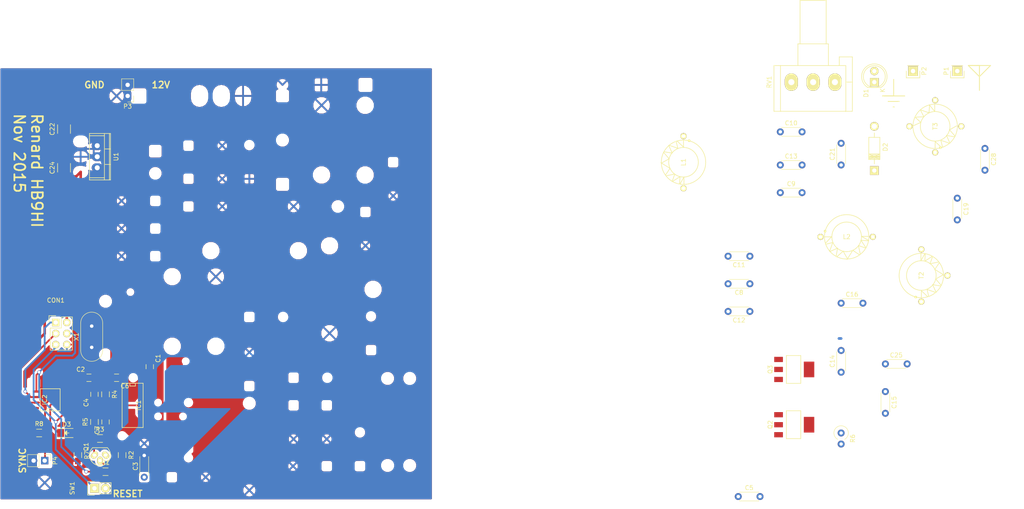
<source format=kicad_pcb>
(kicad_pcb (version 4) (host pcbnew 4.0.6)

  (general
    (links 102)
    (no_connects 57)
    (area 0 0 0 0)
    (thickness 1.6)
    (drawings 20)
    (tracks 112)
    (zones 0)
    (modules 51)
    (nets 28)
  )

  (page A4)
  (layers
    (0 F.Cu signal)
    (31 B.Cu signal)
    (32 B.Adhes user)
    (33 F.Adhes user)
    (34 B.Paste user)
    (35 F.Paste user)
    (36 B.SilkS user)
    (37 F.SilkS user)
    (38 B.Mask user)
    (39 F.Mask user)
    (40 Dwgs.User user)
    (41 Cmts.User user)
    (42 Eco1.User user)
    (43 Eco2.User user)
    (44 Edge.Cuts user)
    (45 Margin user)
    (46 B.CrtYd user)
    (47 F.CrtYd user)
    (48 B.Fab user)
    (49 F.Fab user)
  )

  (setup
    (last_trace_width 0.8)
    (user_trace_width 0.4)
    (user_trace_width 0.7)
    (trace_clearance 0.4)
    (zone_clearance 0.5)
    (zone_45_only no)
    (trace_min 0.2)
    (segment_width 0.2)
    (edge_width 0.15)
    (via_size 0.8)
    (via_drill 0.6)
    (via_min_size 0.4)
    (via_min_drill 0.3)
    (user_via 5 4)
    (uvia_size 0.3)
    (uvia_drill 0.1)
    (uvias_allowed no)
    (uvia_min_size 0.2)
    (uvia_min_drill 0.1)
    (pcb_text_width 0.3)
    (pcb_text_size 1.5 1.5)
    (mod_edge_width 0.15)
    (mod_text_size 1 1)
    (mod_text_width 0.15)
    (pad_size 1.524 1.524)
    (pad_drill 0.762)
    (pad_to_mask_clearance 0.2)
    (aux_axis_origin 0 0)
    (grid_origin 189.23 120.65)
    (visible_elements FFFFFF7F)
    (pcbplotparams
      (layerselection 0x020f0_80000001)
      (usegerberextensions false)
      (excludeedgelayer true)
      (linewidth 0.150000)
      (plotframeref false)
      (viasonmask false)
      (mode 1)
      (useauxorigin false)
      (hpglpennumber 1)
      (hpglpenspeed 20)
      (hpglpendiameter 15)
      (hpglpenoverlay 2)
      (psnegative false)
      (psa4output false)
      (plotreference true)
      (plotvalue true)
      (plotinvisibletext false)
      (padsonsilk false)
      (subtractmaskfromsilk false)
      (outputformat 1)
      (mirror false)
      (drillshape 0)
      (scaleselection 1)
      (outputdirectory out))
  )

  (net 0 "")
  (net 1 VCC)
  (net 2 GND)
  (net 3 "Net-(C2-Pad1)")
  (net 4 "Net-(C6-Pad1)")
  (net 5 "Net-(C7-Pad1)")
  (net 6 "Net-(C15-Pad1)")
  (net 7 "Net-(C16-Pad2)")
  (net 8 "Net-(C19-Pad1)")
  (net 9 "Net-(C21-Pad2)")
  (net 10 "Net-(CON1-Pad1)")
  (net 11 "Net-(CON1-Pad5)")
  (net 12 "Net-(D2-Pad1)")
  (net 13 "Net-(IC1-Pad12)")
  (net 14 "Net-(IC1-Pad11)")
  (net 15 "Net-(IC1-Pad10)")
  (net 16 "Net-(Q1-Pad2)")
  (net 17 "Net-(Q1-Pad3)")
  (net 18 /schem-attiny/SYNC_n)
  (net 19 "Net-(D3-Pad2)")
  (net 20 "Net-(D3-Pad1)")
  (net 21 /schem-attiny/3V3)
  (net 22 "Net-(C28-Pad1)")
  (net 23 /PA_EMITTER)
  (net 24 /PA_COLLECTOR)
  (net 25 /CPUCLK)
  (net 26 /PTT_n)
  (net 27 "Net-(C19-Pad2)")

  (net_class Default "This is the default net class."
    (clearance 0.4)
    (trace_width 0.8)
    (via_dia 0.8)
    (via_drill 0.6)
    (uvia_dia 0.3)
    (uvia_drill 0.1)
    (add_net /CPUCLK)
    (add_net /PA_COLLECTOR)
    (add_net /PA_EMITTER)
    (add_net /PTT_n)
    (add_net /schem-attiny/3V3)
    (add_net /schem-attiny/SYNC_n)
    (add_net GND)
    (add_net "Net-(C15-Pad1)")
    (add_net "Net-(C16-Pad2)")
    (add_net "Net-(C19-Pad1)")
    (add_net "Net-(C19-Pad2)")
    (add_net "Net-(C2-Pad1)")
    (add_net "Net-(C21-Pad2)")
    (add_net "Net-(C28-Pad1)")
    (add_net "Net-(C6-Pad1)")
    (add_net "Net-(C7-Pad1)")
    (add_net "Net-(CON1-Pad1)")
    (add_net "Net-(CON1-Pad5)")
    (add_net "Net-(D2-Pad1)")
    (add_net "Net-(D3-Pad1)")
    (add_net "Net-(D3-Pad2)")
    (add_net "Net-(IC1-Pad10)")
    (add_net "Net-(IC1-Pad11)")
    (add_net "Net-(IC1-Pad12)")
    (add_net "Net-(Q1-Pad2)")
    (add_net "Net-(Q1-Pad3)")
    (add_net VCC)
  )

  (module Socket_Strips:Socket_Strip_Straight_1x01 (layer F.Cu) (tedit 563F2372) (tstamp 55BB7F3D)
    (at 375.92 41.275 90)
    (descr "Through hole socket strip")
    (tags "socket strip")
    (path /539A0E4C)
    (fp_text reference P1 (at 0 -2.54 90) (layer F.SilkS)
      (effects (font (size 1 1) (thickness 0.15)))
    )
    (fp_text value ANT_P (at -5.08 -3.175 90) (layer F.Fab)
      (effects (font (size 1 1) (thickness 0.15)))
    )
    (fp_line (start -1.75 -1.75) (end -1.75 1.75) (layer F.CrtYd) (width 0.05))
    (fp_line (start 1.75 -1.75) (end 1.75 1.75) (layer F.CrtYd) (width 0.05))
    (fp_line (start -1.75 -1.75) (end 1.75 -1.75) (layer F.CrtYd) (width 0.05))
    (fp_line (start -1.75 1.75) (end 1.75 1.75) (layer F.CrtYd) (width 0.05))
    (fp_line (start 1.27 1.27) (end 1.27 -1.27) (layer F.SilkS) (width 0.15))
    (fp_line (start -1.55 -1.55) (end 0 -1.55) (layer F.SilkS) (width 0.15))
    (fp_line (start -1.55 -1.55) (end -1.55 1.55) (layer F.SilkS) (width 0.15))
    (fp_line (start -1.55 1.55) (end 0 1.55) (layer F.SilkS) (width 0.15))
    (pad 1 thru_hole rect (at 0 0 90) (size 2.2352 2.2352) (drill 1.016) (layers *.Cu *.Mask F.SilkS)
      (net 22 "Net-(C28-Pad1)"))
    (model Socket_Strips.3dshapes/Socket_Strip_Straight_1x01.wrl
      (at (xyz 0 0 0))
      (scale (xyz 1 1 1))
      (rotate (xyz 0 0 180))
    )
  )

  (module Socket_Strips:Socket_Strip_Straight_1x01 (layer F.Cu) (tedit 563F2370) (tstamp 55BB7F42)
    (at 365.76 41.275 90)
    (descr "Through hole socket strip")
    (tags "socket strip")
    (path /539A0E5F)
    (fp_text reference P2 (at 0 2.54 90) (layer F.SilkS)
      (effects (font (size 1 1) (thickness 0.15)))
    )
    (fp_text value ANT_N (at -5.08 3.175 90) (layer F.Fab)
      (effects (font (size 1 1) (thickness 0.15)))
    )
    (fp_line (start -1.75 -1.75) (end -1.75 1.75) (layer F.CrtYd) (width 0.05))
    (fp_line (start 1.75 -1.75) (end 1.75 1.75) (layer F.CrtYd) (width 0.05))
    (fp_line (start -1.75 -1.75) (end 1.75 -1.75) (layer F.CrtYd) (width 0.05))
    (fp_line (start -1.75 1.75) (end 1.75 1.75) (layer F.CrtYd) (width 0.05))
    (fp_line (start 1.27 1.27) (end 1.27 -1.27) (layer F.SilkS) (width 0.15))
    (fp_line (start -1.55 -1.55) (end 0 -1.55) (layer F.SilkS) (width 0.15))
    (fp_line (start -1.55 -1.55) (end -1.55 1.55) (layer F.SilkS) (width 0.15))
    (fp_line (start -1.55 1.55) (end 0 1.55) (layer F.SilkS) (width 0.15))
    (pad 1 thru_hole rect (at 0 0 90) (size 2.2352 2.2352) (drill 1.016) (layers *.Cu *.Mask F.SilkS)
      (net 27 "Net-(C19-Pad2)"))
    (model Socket_Strips.3dshapes/Socket_Strip_Straight_1x01.wrl
      (at (xyz 0 0 0))
      (scale (xyz 1 1 1))
      (rotate (xyz 0 0 180))
    )
  )

  (module renard:SOT223 (layer F.Cu) (tedit 56220A4D) (tstamp 56220CC9)
    (at 335.28 122.555 270)
    (path /53627FE6)
    (fp_text reference Q2 (at 0 2.3 270) (layer F.SilkS)
      (effects (font (size 1 1) (thickness 0.15)))
    )
    (fp_text value BCP54-16 (at 0 -3 270) (layer F.Fab)
      (effects (font (size 1 1) (thickness 0.15)))
    )
    (fp_line (start -3.2 -4.7) (end 3.2 -4.7) (layer F.SilkS) (width 0.15))
    (fp_line (start 3.2 -4.7) (end 3.2 -1.4) (layer F.SilkS) (width 0.15))
    (fp_line (start 3.2 -1.4) (end -3.2 -1.4) (layer F.SilkS) (width 0.15))
    (fp_line (start -3.2 -1.4) (end -3.2 -4.7) (layer F.SilkS) (width 0.15))
    (pad 3 smd rect (at 0 -6.6 270) (size 3.6 2.4) (layers F.Cu F.Paste F.Mask)
      (net 24 /PA_COLLECTOR))
    (pad 1 smd rect (at 2.3 0.4 270) (size 1.2 2) (layers F.Cu F.Paste F.Mask)
      (net 23 /PA_EMITTER))
    (pad 3 smd rect (at 0 0.4 270) (size 1.2 2) (layers F.Cu F.Paste F.Mask)
      (net 24 /PA_COLLECTOR))
    (pad 2 smd rect (at -2.3 0.4 270) (size 1.2 2) (layers F.Cu F.Paste F.Mask)
      (net 15 "Net-(IC1-Pad10)"))
  )

  (module renard:SOT223 (layer F.Cu) (tedit 56220A4D) (tstamp 56220CD4)
    (at 335.28 109.855 270)
    (path /53628011)
    (fp_text reference Q3 (at 0 2.3 270) (layer F.SilkS)
      (effects (font (size 1 1) (thickness 0.15)))
    )
    (fp_text value BCP54-16 (at 0 -3 270) (layer F.Fab)
      (effects (font (size 1 1) (thickness 0.15)))
    )
    (fp_line (start -3.2 -4.7) (end 3.2 -4.7) (layer F.SilkS) (width 0.15))
    (fp_line (start 3.2 -4.7) (end 3.2 -1.4) (layer F.SilkS) (width 0.15))
    (fp_line (start 3.2 -1.4) (end -3.2 -1.4) (layer F.SilkS) (width 0.15))
    (fp_line (start -3.2 -1.4) (end -3.2 -4.7) (layer F.SilkS) (width 0.15))
    (pad 3 smd rect (at 0 -6.6 270) (size 3.6 2.4) (layers F.Cu F.Paste F.Mask)
      (net 24 /PA_COLLECTOR))
    (pad 1 smd rect (at 2.3 0.4 270) (size 1.2 2) (layers F.Cu F.Paste F.Mask)
      (net 23 /PA_EMITTER))
    (pad 3 smd rect (at 0 0.4 270) (size 1.2 2) (layers F.Cu F.Paste F.Mask)
      (net 24 /PA_COLLECTOR))
    (pad 2 smd rect (at -2.3 0.4 270) (size 1.2 2) (layers F.Cu F.Paste F.Mask)
      (net 14 "Net-(IC1-Pad11)"))
  )

  (module Pin_Headers:Pin_Header_Straight_1x02_Pitch2.54mm (layer F.Cu) (tedit 5862ED52) (tstamp 587A76C6)
    (at 185.42 46.99 180)
    (descr "Through hole straight pin header, 1x02, 2.54mm pitch, single row")
    (tags "Through hole pin header THT 1x02 2.54mm single row")
    (path /56230699)
    (fp_text reference P3 (at 0 -2.39 180) (layer F.SilkS)
      (effects (font (size 1 1) (thickness 0.15)))
    )
    (fp_text value CONN_01X02_POWER (at 0 4.93 180) (layer F.Fab)
      (effects (font (size 1 1) (thickness 0.15)))
    )
    (fp_line (start -1.27 -1.27) (end -1.27 3.81) (layer F.Fab) (width 0.1))
    (fp_line (start -1.27 3.81) (end 1.27 3.81) (layer F.Fab) (width 0.1))
    (fp_line (start 1.27 3.81) (end 1.27 -1.27) (layer F.Fab) (width 0.1))
    (fp_line (start 1.27 -1.27) (end -1.27 -1.27) (layer F.Fab) (width 0.1))
    (fp_line (start -1.39 1.27) (end -1.39 3.93) (layer F.SilkS) (width 0.12))
    (fp_line (start -1.39 3.93) (end 1.39 3.93) (layer F.SilkS) (width 0.12))
    (fp_line (start 1.39 3.93) (end 1.39 1.27) (layer F.SilkS) (width 0.12))
    (fp_line (start 1.39 1.27) (end -1.39 1.27) (layer F.SilkS) (width 0.12))
    (fp_line (start -1.39 0) (end -1.39 -1.39) (layer F.SilkS) (width 0.12))
    (fp_line (start -1.39 -1.39) (end 0 -1.39) (layer F.SilkS) (width 0.12))
    (fp_line (start -1.6 -1.6) (end -1.6 4.1) (layer F.CrtYd) (width 0.05))
    (fp_line (start -1.6 4.1) (end 1.6 4.1) (layer F.CrtYd) (width 0.05))
    (fp_line (start 1.6 4.1) (end 1.6 -1.6) (layer F.CrtYd) (width 0.05))
    (fp_line (start 1.6 -1.6) (end -1.6 -1.6) (layer F.CrtYd) (width 0.05))
    (pad 1 thru_hole rect (at 0 0 180) (size 1.7 1.7) (drill 1) (layers *.Cu *.Mask)
      (net 1 VCC))
    (pad 2 thru_hole oval (at 0 2.54 180) (size 1.7 1.7) (drill 1) (layers *.Cu *.Mask)
      (net 2 GND))
    (model Pin_Headers.3dshapes/Pin_Header_Straight_1x02_Pitch2.54mm.wrl
      (at (xyz 0 -0.05 0))
      (scale (xyz 1 1 1))
      (rotate (xyz 0 0 90))
    )
  )

  (module Pin_Headers:Pin_Header_Straight_1x02_Pitch2.54mm (layer F.Cu) (tedit 5862ED52) (tstamp 587A76D9)
    (at 166.37 130.81 270)
    (descr "Through hole straight pin header, 1x02, 2.54mm pitch, single row")
    (tags "Through hole pin header THT 1x02 2.54mm single row")
    (path /5623AD3C)
    (fp_text reference P4 (at 0 -2.39 270) (layer F.SilkS)
      (effects (font (size 1 1) (thickness 0.15)))
    )
    (fp_text value CONN_01X02 (at 0 4.93 270) (layer F.Fab)
      (effects (font (size 1 1) (thickness 0.15)))
    )
    (fp_line (start -1.27 -1.27) (end -1.27 3.81) (layer F.Fab) (width 0.1))
    (fp_line (start -1.27 3.81) (end 1.27 3.81) (layer F.Fab) (width 0.1))
    (fp_line (start 1.27 3.81) (end 1.27 -1.27) (layer F.Fab) (width 0.1))
    (fp_line (start 1.27 -1.27) (end -1.27 -1.27) (layer F.Fab) (width 0.1))
    (fp_line (start -1.39 1.27) (end -1.39 3.93) (layer F.SilkS) (width 0.12))
    (fp_line (start -1.39 3.93) (end 1.39 3.93) (layer F.SilkS) (width 0.12))
    (fp_line (start 1.39 3.93) (end 1.39 1.27) (layer F.SilkS) (width 0.12))
    (fp_line (start 1.39 1.27) (end -1.39 1.27) (layer F.SilkS) (width 0.12))
    (fp_line (start -1.39 0) (end -1.39 -1.39) (layer F.SilkS) (width 0.12))
    (fp_line (start -1.39 -1.39) (end 0 -1.39) (layer F.SilkS) (width 0.12))
    (fp_line (start -1.6 -1.6) (end -1.6 4.1) (layer F.CrtYd) (width 0.05))
    (fp_line (start -1.6 4.1) (end 1.6 4.1) (layer F.CrtYd) (width 0.05))
    (fp_line (start 1.6 4.1) (end 1.6 -1.6) (layer F.CrtYd) (width 0.05))
    (fp_line (start 1.6 -1.6) (end -1.6 -1.6) (layer F.CrtYd) (width 0.05))
    (pad 1 thru_hole rect (at 0 0 270) (size 1.7 1.7) (drill 1) (layers *.Cu *.Mask)
      (net 18 /schem-attiny/SYNC_n))
    (pad 2 thru_hole oval (at 0 2.54 270) (size 1.7 1.7) (drill 1) (layers *.Cu *.Mask)
      (net 2 GND))
    (model Pin_Headers.3dshapes/Pin_Header_Straight_1x02_Pitch2.54mm.wrl
      (at (xyz 0 -0.05 0))
      (scale (xyz 1 1 1))
      (rotate (xyz 0 0 90))
    )
  )

  (module Crystals:Crystal_HC49-U_Vertical (layer F.Cu) (tedit 58778B02) (tstamp 587A7720)
    (at 177.165 104.775 90)
    (descr "Crystal THT HC-49/U http://5hertz.com/pdfs/04404_D.pdf")
    (tags "THT crystalHC-49/U")
    (path /536265CC)
    (fp_text reference X1 (at 2.44 -3.525 90) (layer F.SilkS)
      (effects (font (size 1 1) (thickness 0.15)))
    )
    (fp_text value 3.579545MHz (at 2.44 3.525 90) (layer F.Fab)
      (effects (font (size 1 1) (thickness 0.15)))
    )
    (fp_arc (start -0.685 0) (end -0.685 -2.325) (angle -180) (layer F.Fab) (width 0.1))
    (fp_arc (start 5.565 0) (end 5.565 -2.325) (angle 180) (layer F.Fab) (width 0.1))
    (fp_arc (start -0.56 0) (end -0.56 -2) (angle -180) (layer F.Fab) (width 0.1))
    (fp_arc (start 5.44 0) (end 5.44 -2) (angle 180) (layer F.Fab) (width 0.1))
    (fp_arc (start -0.685 0) (end -0.685 -2.525) (angle -180) (layer F.SilkS) (width 0.12))
    (fp_arc (start 5.565 0) (end 5.565 -2.525) (angle 180) (layer F.SilkS) (width 0.12))
    (fp_line (start -0.685 -2.325) (end 5.565 -2.325) (layer F.Fab) (width 0.1))
    (fp_line (start -0.685 2.325) (end 5.565 2.325) (layer F.Fab) (width 0.1))
    (fp_line (start -0.56 -2) (end 5.44 -2) (layer F.Fab) (width 0.1))
    (fp_line (start -0.56 2) (end 5.44 2) (layer F.Fab) (width 0.1))
    (fp_line (start -0.685 -2.525) (end 5.565 -2.525) (layer F.SilkS) (width 0.12))
    (fp_line (start -0.685 2.525) (end 5.565 2.525) (layer F.SilkS) (width 0.12))
    (fp_line (start -3.5 -2.8) (end -3.5 2.8) (layer F.CrtYd) (width 0.05))
    (fp_line (start -3.5 2.8) (end 8.4 2.8) (layer F.CrtYd) (width 0.05))
    (fp_line (start 8.4 2.8) (end 8.4 -2.8) (layer F.CrtYd) (width 0.05))
    (fp_line (start 8.4 -2.8) (end -3.5 -2.8) (layer F.CrtYd) (width 0.05))
    (pad 1 thru_hole circle (at 0 0 90) (size 1.5 1.5) (drill 0.8) (layers *.Cu *.Mask)
      (net 3 "Net-(C2-Pad1)"))
    (pad 2 thru_hole circle (at 4.88 0 90) (size 1.5 1.5) (drill 0.8) (layers *.Cu *.Mask)
      (net 4 "Net-(C6-Pad1)"))
    (model Crystals.3dshapes/Crystal_HC49-U_Vertical.wrl
      (at (xyz 0 0 0))
      (scale (xyz 0.393701 0.393701 0.393701))
      (rotate (xyz 0 0 0))
    )
  )

  (module renard:C_0805_HandSoldering (layer F.Cu) (tedit 563F1E4E) (tstamp 5957A72F)
    (at 190.5 109.22 90)
    (descr "Capacitor SMD 0805, hand soldering")
    (tags "capacitor 0805")
    (path /5362780F)
    (attr smd)
    (fp_text reference C1 (at 1.905 1.905 90) (layer F.SilkS)
      (effects (font (size 1 1) (thickness 0.15)))
    )
    (fp_text value 100nF (at 0 2.1 90) (layer F.Fab)
      (effects (font (size 1 1) (thickness 0.15)))
    )
    (fp_line (start -2.3 -1) (end 2.3 -1) (layer F.CrtYd) (width 0.05))
    (fp_line (start -2.3 1) (end 2.3 1) (layer F.CrtYd) (width 0.05))
    (fp_line (start -2.3 -1) (end -2.3 1) (layer F.CrtYd) (width 0.05))
    (fp_line (start 2.3 -1) (end 2.3 1) (layer F.CrtYd) (width 0.05))
    (fp_line (start 0.5 -0.85) (end -0.5 -0.85) (layer F.SilkS) (width 0.15))
    (fp_line (start -0.5 0.85) (end 0.5 0.85) (layer F.SilkS) (width 0.15))
    (pad 1 smd rect (at -1.25 0 90) (size 1.5 1.25) (layers F.Cu F.Paste F.Mask)
      (net 1 VCC))
    (pad 2 smd rect (at 1.25 0 90) (size 1.5 1.25) (layers F.Cu F.Paste F.Mask)
      (net 2 GND))
    (model Capacitors_SMD.3dshapes/C_0805_HandSoldering.wrl
      (at (xyz 0 0 0))
      (scale (xyz 1 1 1))
      (rotate (xyz 0 0 0))
    )
  )

  (module renard:C_0805_HandSoldering (layer F.Cu) (tedit 563F1E4E) (tstamp 5957A73A)
    (at 176.53 111.76 180)
    (descr "Capacitor SMD 0805, hand soldering")
    (tags "capacitor 0805")
    (path /5362667B)
    (attr smd)
    (fp_text reference C2 (at 1.905 1.905 180) (layer F.SilkS)
      (effects (font (size 1 1) (thickness 0.15)))
    )
    (fp_text value 33pF (at 0 2.1 180) (layer F.Fab)
      (effects (font (size 1 1) (thickness 0.15)))
    )
    (fp_line (start -2.3 -1) (end 2.3 -1) (layer F.CrtYd) (width 0.05))
    (fp_line (start -2.3 1) (end 2.3 1) (layer F.CrtYd) (width 0.05))
    (fp_line (start -2.3 -1) (end -2.3 1) (layer F.CrtYd) (width 0.05))
    (fp_line (start 2.3 -1) (end 2.3 1) (layer F.CrtYd) (width 0.05))
    (fp_line (start 0.5 -0.85) (end -0.5 -0.85) (layer F.SilkS) (width 0.15))
    (fp_line (start -0.5 0.85) (end 0.5 0.85) (layer F.SilkS) (width 0.15))
    (pad 1 smd rect (at -1.25 0 180) (size 1.5 1.25) (layers F.Cu F.Paste F.Mask)
      (net 3 "Net-(C2-Pad1)"))
    (pad 2 smd rect (at 1.25 0 180) (size 1.5 1.25) (layers F.Cu F.Paste F.Mask)
      (net 2 GND))
    (model Capacitors_SMD.3dshapes/C_0805_HandSoldering.wrl
      (at (xyz 0 0 0))
      (scale (xyz 1 1 1))
      (rotate (xyz 0 0 0))
    )
  )

  (module renard:C_Disc_D4.3mm_W1.9mm_P5.00mm (layer F.Cu) (tedit 58765D06) (tstamp 5957A745)
    (at 189.23 134.62 90)
    (descr "C, Disc series, Radial, pin pitch=5.00mm, , diameter*width=4.3*1.9mm^2, Capacitor, http://www.vishay.com/docs/45233/krseries.pdf")
    (tags "C Disc series Radial pin pitch 5.00mm  diameter 4.3mm width 1.9mm Capacitor")
    (path /539A206F)
    (fp_text reference C3 (at 2.5 -2.01 90) (layer F.SilkS)
      (effects (font (size 1 1) (thickness 0.15)))
    )
    (fp_text value 100nF (at 2.5 2.01 90) (layer F.Fab)
      (effects (font (size 1 1) (thickness 0.15)))
    )
    (fp_line (start 0.35 -0.95) (end 0.35 0.95) (layer F.Fab) (width 0.1))
    (fp_line (start 0.35 0.95) (end 4.65 0.95) (layer F.Fab) (width 0.1))
    (fp_line (start 4.65 0.95) (end 4.65 -0.95) (layer F.Fab) (width 0.1))
    (fp_line (start 4.65 -0.95) (end 0.35 -0.95) (layer F.Fab) (width 0.1))
    (fp_line (start 0.29 -1.01) (end 4.71 -1.01) (layer F.SilkS) (width 0.12))
    (fp_line (start 0.29 1.01) (end 4.71 1.01) (layer F.SilkS) (width 0.12))
    (fp_line (start 0.29 -1.01) (end 0.29 -0.996) (layer F.SilkS) (width 0.12))
    (fp_line (start 0.29 0.996) (end 0.29 1.01) (layer F.SilkS) (width 0.12))
    (fp_line (start 4.71 -1.01) (end 4.71 -0.996) (layer F.SilkS) (width 0.12))
    (fp_line (start 4.71 0.996) (end 4.71 1.01) (layer F.SilkS) (width 0.12))
    (fp_line (start -1.05 -1.3) (end -1.05 1.3) (layer F.CrtYd) (width 0.05))
    (fp_line (start -1.05 1.3) (end 6.05 1.3) (layer F.CrtYd) (width 0.05))
    (fp_line (start 6.05 1.3) (end 6.05 -1.3) (layer F.CrtYd) (width 0.05))
    (fp_line (start 6.05 -1.3) (end -1.05 -1.3) (layer F.CrtYd) (width 0.05))
    (pad 1 thru_hole circle (at 0 0 90) (size 1.6 1.6) (drill 0.8) (layers *.Cu *.Mask)
      (net 1 VCC))
    (pad 2 thru_hole circle (at 5 0 90) (size 1.6 1.6) (drill 0.8) (layers *.Cu *.Mask)
      (net 2 GND))
    (model Capacitors_ThroughHole.3dshapes/C_Disc_D4.3mm_W1.9mm_P5.00mm.wrl
      (at (xyz 0 0 0))
      (scale (xyz 0.393701 0.393701 0.393701))
      (rotate (xyz 0 0 0))
    )
  )

  (module renard:C_0805_HandSoldering (layer F.Cu) (tedit 563F1E4E) (tstamp 5957A758)
    (at 177.8 115.57 270)
    (descr "Capacitor SMD 0805, hand soldering")
    (tags "capacitor 0805")
    (path /53626699)
    (attr smd)
    (fp_text reference C4 (at 1.905 1.905 270) (layer F.SilkS)
      (effects (font (size 1 1) (thickness 0.15)))
    )
    (fp_text value 33pF (at 0 2.1 270) (layer F.Fab)
      (effects (font (size 1 1) (thickness 0.15)))
    )
    (fp_line (start -2.3 -1) (end 2.3 -1) (layer F.CrtYd) (width 0.05))
    (fp_line (start -2.3 1) (end 2.3 1) (layer F.CrtYd) (width 0.05))
    (fp_line (start -2.3 -1) (end -2.3 1) (layer F.CrtYd) (width 0.05))
    (fp_line (start 2.3 -1) (end 2.3 1) (layer F.CrtYd) (width 0.05))
    (fp_line (start 0.5 -0.85) (end -0.5 -0.85) (layer F.SilkS) (width 0.15))
    (fp_line (start -0.5 0.85) (end 0.5 0.85) (layer F.SilkS) (width 0.15))
    (pad 1 smd rect (at -1.25 0 270) (size 1.5 1.25) (layers F.Cu F.Paste F.Mask)
      (net 3 "Net-(C2-Pad1)"))
    (pad 2 smd rect (at 1.25 0 270) (size 1.5 1.25) (layers F.Cu F.Paste F.Mask)
      (net 25 /CPUCLK))
    (model Capacitors_SMD.3dshapes/C_0805_HandSoldering.wrl
      (at (xyz 0 0 0))
      (scale (xyz 1 1 1))
      (rotate (xyz 0 0 0))
    )
  )

  (module renard:C_Disc_D4.3mm_W1.9mm_P5.00mm (layer F.Cu) (tedit 58765D06) (tstamp 5957A763)
    (at 325.625 139.065)
    (descr "C, Disc series, Radial, pin pitch=5.00mm, , diameter*width=4.3*1.9mm^2, Capacitor, http://www.vishay.com/docs/45233/krseries.pdf")
    (tags "C Disc series Radial pin pitch 5.00mm  diameter 4.3mm width 1.9mm Capacitor")
    (path /539A2087)
    (fp_text reference C5 (at 2.5 -2.01) (layer F.SilkS)
      (effects (font (size 1 1) (thickness 0.15)))
    )
    (fp_text value 4u7 (at 2.5 2.01) (layer F.Fab)
      (effects (font (size 1 1) (thickness 0.15)))
    )
    (fp_line (start 0.35 -0.95) (end 0.35 0.95) (layer F.Fab) (width 0.1))
    (fp_line (start 0.35 0.95) (end 4.65 0.95) (layer F.Fab) (width 0.1))
    (fp_line (start 4.65 0.95) (end 4.65 -0.95) (layer F.Fab) (width 0.1))
    (fp_line (start 4.65 -0.95) (end 0.35 -0.95) (layer F.Fab) (width 0.1))
    (fp_line (start 0.29 -1.01) (end 4.71 -1.01) (layer F.SilkS) (width 0.12))
    (fp_line (start 0.29 1.01) (end 4.71 1.01) (layer F.SilkS) (width 0.12))
    (fp_line (start 0.29 -1.01) (end 0.29 -0.996) (layer F.SilkS) (width 0.12))
    (fp_line (start 0.29 0.996) (end 0.29 1.01) (layer F.SilkS) (width 0.12))
    (fp_line (start 4.71 -1.01) (end 4.71 -0.996) (layer F.SilkS) (width 0.12))
    (fp_line (start 4.71 0.996) (end 4.71 1.01) (layer F.SilkS) (width 0.12))
    (fp_line (start -1.05 -1.3) (end -1.05 1.3) (layer F.CrtYd) (width 0.05))
    (fp_line (start -1.05 1.3) (end 6.05 1.3) (layer F.CrtYd) (width 0.05))
    (fp_line (start 6.05 1.3) (end 6.05 -1.3) (layer F.CrtYd) (width 0.05))
    (fp_line (start 6.05 -1.3) (end -1.05 -1.3) (layer F.CrtYd) (width 0.05))
    (pad 1 thru_hole circle (at 0 0) (size 1.6 1.6) (drill 0.8) (layers *.Cu *.Mask)
      (net 1 VCC))
    (pad 2 thru_hole circle (at 5 0) (size 1.6 1.6) (drill 0.8) (layers *.Cu *.Mask)
      (net 2 GND))
    (model Capacitors_ThroughHole.3dshapes/C_Disc_D4.3mm_W1.9mm_P5.00mm.wrl
      (at (xyz 0 0 0))
      (scale (xyz 0.393701 0.393701 0.393701))
      (rotate (xyz 0 0 0))
    )
  )

  (module renard:C_0805_HandSoldering (layer F.Cu) (tedit 563F1E4E) (tstamp 5957A776)
    (at 182.88 111.76)
    (descr "Capacitor SMD 0805, hand soldering")
    (tags "capacitor 0805")
    (path /5362668A)
    (attr smd)
    (fp_text reference C6 (at 1.905 1.905) (layer F.SilkS)
      (effects (font (size 1 1) (thickness 0.15)))
    )
    (fp_text value 33pF (at 0 2.1) (layer F.Fab)
      (effects (font (size 1 1) (thickness 0.15)))
    )
    (fp_line (start -2.3 -1) (end 2.3 -1) (layer F.CrtYd) (width 0.05))
    (fp_line (start -2.3 1) (end 2.3 1) (layer F.CrtYd) (width 0.05))
    (fp_line (start -2.3 -1) (end -2.3 1) (layer F.CrtYd) (width 0.05))
    (fp_line (start 2.3 -1) (end 2.3 1) (layer F.CrtYd) (width 0.05))
    (fp_line (start 0.5 -0.85) (end -0.5 -0.85) (layer F.SilkS) (width 0.15))
    (fp_line (start -0.5 0.85) (end 0.5 0.85) (layer F.SilkS) (width 0.15))
    (pad 1 smd rect (at -1.25 0) (size 1.5 1.25) (layers F.Cu F.Paste F.Mask)
      (net 4 "Net-(C6-Pad1)"))
    (pad 2 smd rect (at 1.25 0) (size 1.5 1.25) (layers F.Cu F.Paste F.Mask)
      (net 2 GND))
    (model Capacitors_SMD.3dshapes/C_0805_HandSoldering.wrl
      (at (xyz 0 0 0))
      (scale (xyz 1 1 1))
      (rotate (xyz 0 0 0))
    )
  )

  (module renard:C_0805_HandSoldering (layer F.Cu) (tedit 563F1E4E) (tstamp 5957A781)
    (at 180.34 121.92 270)
    (descr "Capacitor SMD 0805, hand soldering")
    (tags "capacitor 0805")
    (path /536268A8)
    (attr smd)
    (fp_text reference C7 (at 1.905 1.905 270) (layer F.SilkS)
      (effects (font (size 1 1) (thickness 0.15)))
    )
    (fp_text value 22nF (at 0 2.1 270) (layer F.Fab)
      (effects (font (size 1 1) (thickness 0.15)))
    )
    (fp_line (start -2.3 -1) (end 2.3 -1) (layer F.CrtYd) (width 0.05))
    (fp_line (start -2.3 1) (end 2.3 1) (layer F.CrtYd) (width 0.05))
    (fp_line (start -2.3 -1) (end -2.3 1) (layer F.CrtYd) (width 0.05))
    (fp_line (start 2.3 -1) (end 2.3 1) (layer F.CrtYd) (width 0.05))
    (fp_line (start 0.5 -0.85) (end -0.5 -0.85) (layer F.SilkS) (width 0.15))
    (fp_line (start -0.5 0.85) (end 0.5 0.85) (layer F.SilkS) (width 0.15))
    (pad 1 smd rect (at -1.25 0 270) (size 1.5 1.25) (layers F.Cu F.Paste F.Mask)
      (net 5 "Net-(C7-Pad1)"))
    (pad 2 smd rect (at 1.25 0 270) (size 1.5 1.25) (layers F.Cu F.Paste F.Mask)
      (net 2 GND))
    (model Capacitors_SMD.3dshapes/C_0805_HandSoldering.wrl
      (at (xyz 0 0 0))
      (scale (xyz 1 1 1))
      (rotate (xyz 0 0 0))
    )
  )

  (module renard:C_Disc_D4.3mm_W1.9mm_P5.00mm (layer F.Cu) (tedit 58765D06) (tstamp 5957A78C)
    (at 328.295 90.17 180)
    (descr "C, Disc series, Radial, pin pitch=5.00mm, , diameter*width=4.3*1.9mm^2, Capacitor, http://www.vishay.com/docs/45233/krseries.pdf")
    (tags "C Disc series Radial pin pitch 5.00mm  diameter 4.3mm width 1.9mm Capacitor")
    (path /5399FBC9)
    (fp_text reference C8 (at 2.5 -2.01 180) (layer F.SilkS)
      (effects (font (size 1 1) (thickness 0.15)))
    )
    (fp_text value 100nF (at 2.5 2.01 180) (layer F.Fab)
      (effects (font (size 1 1) (thickness 0.15)))
    )
    (fp_line (start 0.35 -0.95) (end 0.35 0.95) (layer F.Fab) (width 0.1))
    (fp_line (start 0.35 0.95) (end 4.65 0.95) (layer F.Fab) (width 0.1))
    (fp_line (start 4.65 0.95) (end 4.65 -0.95) (layer F.Fab) (width 0.1))
    (fp_line (start 4.65 -0.95) (end 0.35 -0.95) (layer F.Fab) (width 0.1))
    (fp_line (start 0.29 -1.01) (end 4.71 -1.01) (layer F.SilkS) (width 0.12))
    (fp_line (start 0.29 1.01) (end 4.71 1.01) (layer F.SilkS) (width 0.12))
    (fp_line (start 0.29 -1.01) (end 0.29 -0.996) (layer F.SilkS) (width 0.12))
    (fp_line (start 0.29 0.996) (end 0.29 1.01) (layer F.SilkS) (width 0.12))
    (fp_line (start 4.71 -1.01) (end 4.71 -0.996) (layer F.SilkS) (width 0.12))
    (fp_line (start 4.71 0.996) (end 4.71 1.01) (layer F.SilkS) (width 0.12))
    (fp_line (start -1.05 -1.3) (end -1.05 1.3) (layer F.CrtYd) (width 0.05))
    (fp_line (start -1.05 1.3) (end 6.05 1.3) (layer F.CrtYd) (width 0.05))
    (fp_line (start 6.05 1.3) (end 6.05 -1.3) (layer F.CrtYd) (width 0.05))
    (fp_line (start 6.05 -1.3) (end -1.05 -1.3) (layer F.CrtYd) (width 0.05))
    (pad 1 thru_hole circle (at 0 0 180) (size 1.6 1.6) (drill 0.8) (layers *.Cu *.Mask)
      (net 24 /PA_COLLECTOR))
    (pad 2 thru_hole circle (at 5 0 180) (size 1.6 1.6) (drill 0.8) (layers *.Cu *.Mask)
      (net 2 GND))
    (model Capacitors_ThroughHole.3dshapes/C_Disc_D4.3mm_W1.9mm_P5.00mm.wrl
      (at (xyz 0 0 0))
      (scale (xyz 0.393701 0.393701 0.393701))
      (rotate (xyz 0 0 0))
    )
  )

  (module renard:C_Disc_D4.3mm_W1.9mm_P5.00mm (layer F.Cu) (tedit 58765D06) (tstamp 5957A79F)
    (at 335.28 69.215)
    (descr "C, Disc series, Radial, pin pitch=5.00mm, , diameter*width=4.3*1.9mm^2, Capacitor, http://www.vishay.com/docs/45233/krseries.pdf")
    (tags "C Disc series Radial pin pitch 5.00mm  diameter 4.3mm width 1.9mm Capacitor")
    (path /5399FBCF)
    (fp_text reference C9 (at 2.5 -2.01) (layer F.SilkS)
      (effects (font (size 1 1) (thickness 0.15)))
    )
    (fp_text value 100nF (at 2.5 2.01) (layer F.Fab)
      (effects (font (size 1 1) (thickness 0.15)))
    )
    (fp_line (start 0.35 -0.95) (end 0.35 0.95) (layer F.Fab) (width 0.1))
    (fp_line (start 0.35 0.95) (end 4.65 0.95) (layer F.Fab) (width 0.1))
    (fp_line (start 4.65 0.95) (end 4.65 -0.95) (layer F.Fab) (width 0.1))
    (fp_line (start 4.65 -0.95) (end 0.35 -0.95) (layer F.Fab) (width 0.1))
    (fp_line (start 0.29 -1.01) (end 4.71 -1.01) (layer F.SilkS) (width 0.12))
    (fp_line (start 0.29 1.01) (end 4.71 1.01) (layer F.SilkS) (width 0.12))
    (fp_line (start 0.29 -1.01) (end 0.29 -0.996) (layer F.SilkS) (width 0.12))
    (fp_line (start 0.29 0.996) (end 0.29 1.01) (layer F.SilkS) (width 0.12))
    (fp_line (start 4.71 -1.01) (end 4.71 -0.996) (layer F.SilkS) (width 0.12))
    (fp_line (start 4.71 0.996) (end 4.71 1.01) (layer F.SilkS) (width 0.12))
    (fp_line (start -1.05 -1.3) (end -1.05 1.3) (layer F.CrtYd) (width 0.05))
    (fp_line (start -1.05 1.3) (end 6.05 1.3) (layer F.CrtYd) (width 0.05))
    (fp_line (start 6.05 1.3) (end 6.05 -1.3) (layer F.CrtYd) (width 0.05))
    (fp_line (start 6.05 -1.3) (end -1.05 -1.3) (layer F.CrtYd) (width 0.05))
    (pad 1 thru_hole circle (at 0 0) (size 1.6 1.6) (drill 0.8) (layers *.Cu *.Mask)
      (net 24 /PA_COLLECTOR))
    (pad 2 thru_hole circle (at 5 0) (size 1.6 1.6) (drill 0.8) (layers *.Cu *.Mask)
      (net 2 GND))
    (model Capacitors_ThroughHole.3dshapes/C_Disc_D4.3mm_W1.9mm_P5.00mm.wrl
      (at (xyz 0 0 0))
      (scale (xyz 0.393701 0.393701 0.393701))
      (rotate (xyz 0 0 0))
    )
  )

  (module renard:C_Disc_D4.3mm_W1.9mm_P5.00mm (layer F.Cu) (tedit 58765D06) (tstamp 5957A7B2)
    (at 335.28 55.245)
    (descr "C, Disc series, Radial, pin pitch=5.00mm, , diameter*width=4.3*1.9mm^2, Capacitor, http://www.vishay.com/docs/45233/krseries.pdf")
    (tags "C Disc series Radial pin pitch 5.00mm  diameter 4.3mm width 1.9mm Capacitor")
    (path /53627898)
    (fp_text reference C10 (at 2.5 -2.01) (layer F.SilkS)
      (effects (font (size 1 1) (thickness 0.15)))
    )
    (fp_text value 100nF (at 2.5 2.01) (layer F.Fab)
      (effects (font (size 1 1) (thickness 0.15)))
    )
    (fp_line (start 0.35 -0.95) (end 0.35 0.95) (layer F.Fab) (width 0.1))
    (fp_line (start 0.35 0.95) (end 4.65 0.95) (layer F.Fab) (width 0.1))
    (fp_line (start 4.65 0.95) (end 4.65 -0.95) (layer F.Fab) (width 0.1))
    (fp_line (start 4.65 -0.95) (end 0.35 -0.95) (layer F.Fab) (width 0.1))
    (fp_line (start 0.29 -1.01) (end 4.71 -1.01) (layer F.SilkS) (width 0.12))
    (fp_line (start 0.29 1.01) (end 4.71 1.01) (layer F.SilkS) (width 0.12))
    (fp_line (start 0.29 -1.01) (end 0.29 -0.996) (layer F.SilkS) (width 0.12))
    (fp_line (start 0.29 0.996) (end 0.29 1.01) (layer F.SilkS) (width 0.12))
    (fp_line (start 4.71 -1.01) (end 4.71 -0.996) (layer F.SilkS) (width 0.12))
    (fp_line (start 4.71 0.996) (end 4.71 1.01) (layer F.SilkS) (width 0.12))
    (fp_line (start -1.05 -1.3) (end -1.05 1.3) (layer F.CrtYd) (width 0.05))
    (fp_line (start -1.05 1.3) (end 6.05 1.3) (layer F.CrtYd) (width 0.05))
    (fp_line (start 6.05 1.3) (end 6.05 -1.3) (layer F.CrtYd) (width 0.05))
    (fp_line (start 6.05 -1.3) (end -1.05 -1.3) (layer F.CrtYd) (width 0.05))
    (pad 1 thru_hole circle (at 0 0) (size 1.6 1.6) (drill 0.8) (layers *.Cu *.Mask)
      (net 1 VCC))
    (pad 2 thru_hole circle (at 5 0) (size 1.6 1.6) (drill 0.8) (layers *.Cu *.Mask)
      (net 2 GND))
    (model Capacitors_ThroughHole.3dshapes/C_Disc_D4.3mm_W1.9mm_P5.00mm.wrl
      (at (xyz 0 0 0))
      (scale (xyz 0.393701 0.393701 0.393701))
      (rotate (xyz 0 0 0))
    )
  )

  (module renard:C_Disc_D4.3mm_W1.9mm_P5.00mm (layer F.Cu) (tedit 58765D06) (tstamp 5957A7C5)
    (at 328.295 83.82 180)
    (descr "C, Disc series, Radial, pin pitch=5.00mm, , diameter*width=4.3*1.9mm^2, Capacitor, http://www.vishay.com/docs/45233/krseries.pdf")
    (tags "C Disc series Radial pin pitch 5.00mm  diameter 4.3mm width 1.9mm Capacitor")
    (path /5399FBD5)
    (fp_text reference C11 (at 2.5 -2.01 180) (layer F.SilkS)
      (effects (font (size 1 1) (thickness 0.15)))
    )
    (fp_text value 100nF (at 2.5 2.01 180) (layer F.Fab)
      (effects (font (size 1 1) (thickness 0.15)))
    )
    (fp_line (start 0.35 -0.95) (end 0.35 0.95) (layer F.Fab) (width 0.1))
    (fp_line (start 0.35 0.95) (end 4.65 0.95) (layer F.Fab) (width 0.1))
    (fp_line (start 4.65 0.95) (end 4.65 -0.95) (layer F.Fab) (width 0.1))
    (fp_line (start 4.65 -0.95) (end 0.35 -0.95) (layer F.Fab) (width 0.1))
    (fp_line (start 0.29 -1.01) (end 4.71 -1.01) (layer F.SilkS) (width 0.12))
    (fp_line (start 0.29 1.01) (end 4.71 1.01) (layer F.SilkS) (width 0.12))
    (fp_line (start 0.29 -1.01) (end 0.29 -0.996) (layer F.SilkS) (width 0.12))
    (fp_line (start 0.29 0.996) (end 0.29 1.01) (layer F.SilkS) (width 0.12))
    (fp_line (start 4.71 -1.01) (end 4.71 -0.996) (layer F.SilkS) (width 0.12))
    (fp_line (start 4.71 0.996) (end 4.71 1.01) (layer F.SilkS) (width 0.12))
    (fp_line (start -1.05 -1.3) (end -1.05 1.3) (layer F.CrtYd) (width 0.05))
    (fp_line (start -1.05 1.3) (end 6.05 1.3) (layer F.CrtYd) (width 0.05))
    (fp_line (start 6.05 1.3) (end 6.05 -1.3) (layer F.CrtYd) (width 0.05))
    (fp_line (start 6.05 -1.3) (end -1.05 -1.3) (layer F.CrtYd) (width 0.05))
    (pad 1 thru_hole circle (at 0 0 180) (size 1.6 1.6) (drill 0.8) (layers *.Cu *.Mask)
      (net 24 /PA_COLLECTOR))
    (pad 2 thru_hole circle (at 5 0 180) (size 1.6 1.6) (drill 0.8) (layers *.Cu *.Mask)
      (net 2 GND))
    (model Capacitors_ThroughHole.3dshapes/C_Disc_D4.3mm_W1.9mm_P5.00mm.wrl
      (at (xyz 0 0 0))
      (scale (xyz 0.393701 0.393701 0.393701))
      (rotate (xyz 0 0 0))
    )
  )

  (module renard:C_Disc_D4.3mm_W1.9mm_P5.00mm (layer F.Cu) (tedit 58765D06) (tstamp 5957A7D8)
    (at 328.295 96.52 180)
    (descr "C, Disc series, Radial, pin pitch=5.00mm, , diameter*width=4.3*1.9mm^2, Capacitor, http://www.vishay.com/docs/45233/krseries.pdf")
    (tags "C Disc series Radial pin pitch 5.00mm  diameter 4.3mm width 1.9mm Capacitor")
    (path /5399FBDB)
    (fp_text reference C12 (at 2.5 -2.01 180) (layer F.SilkS)
      (effects (font (size 1 1) (thickness 0.15)))
    )
    (fp_text value 100nF (at 2.5 2.01 180) (layer F.Fab)
      (effects (font (size 1 1) (thickness 0.15)))
    )
    (fp_line (start 0.35 -0.95) (end 0.35 0.95) (layer F.Fab) (width 0.1))
    (fp_line (start 0.35 0.95) (end 4.65 0.95) (layer F.Fab) (width 0.1))
    (fp_line (start 4.65 0.95) (end 4.65 -0.95) (layer F.Fab) (width 0.1))
    (fp_line (start 4.65 -0.95) (end 0.35 -0.95) (layer F.Fab) (width 0.1))
    (fp_line (start 0.29 -1.01) (end 4.71 -1.01) (layer F.SilkS) (width 0.12))
    (fp_line (start 0.29 1.01) (end 4.71 1.01) (layer F.SilkS) (width 0.12))
    (fp_line (start 0.29 -1.01) (end 0.29 -0.996) (layer F.SilkS) (width 0.12))
    (fp_line (start 0.29 0.996) (end 0.29 1.01) (layer F.SilkS) (width 0.12))
    (fp_line (start 4.71 -1.01) (end 4.71 -0.996) (layer F.SilkS) (width 0.12))
    (fp_line (start 4.71 0.996) (end 4.71 1.01) (layer F.SilkS) (width 0.12))
    (fp_line (start -1.05 -1.3) (end -1.05 1.3) (layer F.CrtYd) (width 0.05))
    (fp_line (start -1.05 1.3) (end 6.05 1.3) (layer F.CrtYd) (width 0.05))
    (fp_line (start 6.05 1.3) (end 6.05 -1.3) (layer F.CrtYd) (width 0.05))
    (fp_line (start 6.05 -1.3) (end -1.05 -1.3) (layer F.CrtYd) (width 0.05))
    (pad 1 thru_hole circle (at 0 0 180) (size 1.6 1.6) (drill 0.8) (layers *.Cu *.Mask)
      (net 24 /PA_COLLECTOR))
    (pad 2 thru_hole circle (at 5 0 180) (size 1.6 1.6) (drill 0.8) (layers *.Cu *.Mask)
      (net 2 GND))
    (model Capacitors_ThroughHole.3dshapes/C_Disc_D4.3mm_W1.9mm_P5.00mm.wrl
      (at (xyz 0 0 0))
      (scale (xyz 0.393701 0.393701 0.393701))
      (rotate (xyz 0 0 0))
    )
  )

  (module renard:C_Disc_D4.3mm_W1.9mm_P5.00mm (layer F.Cu) (tedit 58765D06) (tstamp 5957A7EB)
    (at 335.28 62.865)
    (descr "C, Disc series, Radial, pin pitch=5.00mm, , diameter*width=4.3*1.9mm^2, Capacitor, http://www.vishay.com/docs/45233/krseries.pdf")
    (tags "C Disc series Radial pin pitch 5.00mm  diameter 4.3mm width 1.9mm Capacitor")
    (path /53627972)
    (fp_text reference C13 (at 2.5 -2.01) (layer F.SilkS)
      (effects (font (size 1 1) (thickness 0.15)))
    )
    (fp_text value 4u7 (at 2.5 2.01) (layer F.Fab)
      (effects (font (size 1 1) (thickness 0.15)))
    )
    (fp_line (start 0.35 -0.95) (end 0.35 0.95) (layer F.Fab) (width 0.1))
    (fp_line (start 0.35 0.95) (end 4.65 0.95) (layer F.Fab) (width 0.1))
    (fp_line (start 4.65 0.95) (end 4.65 -0.95) (layer F.Fab) (width 0.1))
    (fp_line (start 4.65 -0.95) (end 0.35 -0.95) (layer F.Fab) (width 0.1))
    (fp_line (start 0.29 -1.01) (end 4.71 -1.01) (layer F.SilkS) (width 0.12))
    (fp_line (start 0.29 1.01) (end 4.71 1.01) (layer F.SilkS) (width 0.12))
    (fp_line (start 0.29 -1.01) (end 0.29 -0.996) (layer F.SilkS) (width 0.12))
    (fp_line (start 0.29 0.996) (end 0.29 1.01) (layer F.SilkS) (width 0.12))
    (fp_line (start 4.71 -1.01) (end 4.71 -0.996) (layer F.SilkS) (width 0.12))
    (fp_line (start 4.71 0.996) (end 4.71 1.01) (layer F.SilkS) (width 0.12))
    (fp_line (start -1.05 -1.3) (end -1.05 1.3) (layer F.CrtYd) (width 0.05))
    (fp_line (start -1.05 1.3) (end 6.05 1.3) (layer F.CrtYd) (width 0.05))
    (fp_line (start 6.05 1.3) (end 6.05 -1.3) (layer F.CrtYd) (width 0.05))
    (fp_line (start 6.05 -1.3) (end -1.05 -1.3) (layer F.CrtYd) (width 0.05))
    (pad 1 thru_hole circle (at 0 0) (size 1.6 1.6) (drill 0.8) (layers *.Cu *.Mask)
      (net 1 VCC))
    (pad 2 thru_hole circle (at 5 0) (size 1.6 1.6) (drill 0.8) (layers *.Cu *.Mask)
      (net 2 GND))
    (model Capacitors_ThroughHole.3dshapes/C_Disc_D4.3mm_W1.9mm_P5.00mm.wrl
      (at (xyz 0 0 0))
      (scale (xyz 0.393701 0.393701 0.393701))
      (rotate (xyz 0 0 0))
    )
  )

  (module renard:C_Disc_D4.3mm_W1.9mm_P5.00mm (layer F.Cu) (tedit 58765D06) (tstamp 5957A7FE)
    (at 349.25 110.49 90)
    (descr "C, Disc series, Radial, pin pitch=5.00mm, , diameter*width=4.3*1.9mm^2, Capacitor, http://www.vishay.com/docs/45233/krseries.pdf")
    (tags "C Disc series Radial pin pitch 5.00mm  diameter 4.3mm width 1.9mm Capacitor")
    (path /539A1B2C)
    (fp_text reference C14 (at 2.5 -2.01 90) (layer F.SilkS)
      (effects (font (size 1 1) (thickness 0.15)))
    )
    (fp_text value 0.5u (at 2.5 2.01 90) (layer F.Fab)
      (effects (font (size 1 1) (thickness 0.15)))
    )
    (fp_line (start 0.35 -0.95) (end 0.35 0.95) (layer F.Fab) (width 0.1))
    (fp_line (start 0.35 0.95) (end 4.65 0.95) (layer F.Fab) (width 0.1))
    (fp_line (start 4.65 0.95) (end 4.65 -0.95) (layer F.Fab) (width 0.1))
    (fp_line (start 4.65 -0.95) (end 0.35 -0.95) (layer F.Fab) (width 0.1))
    (fp_line (start 0.29 -1.01) (end 4.71 -1.01) (layer F.SilkS) (width 0.12))
    (fp_line (start 0.29 1.01) (end 4.71 1.01) (layer F.SilkS) (width 0.12))
    (fp_line (start 0.29 -1.01) (end 0.29 -0.996) (layer F.SilkS) (width 0.12))
    (fp_line (start 0.29 0.996) (end 0.29 1.01) (layer F.SilkS) (width 0.12))
    (fp_line (start 4.71 -1.01) (end 4.71 -0.996) (layer F.SilkS) (width 0.12))
    (fp_line (start 4.71 0.996) (end 4.71 1.01) (layer F.SilkS) (width 0.12))
    (fp_line (start -1.05 -1.3) (end -1.05 1.3) (layer F.CrtYd) (width 0.05))
    (fp_line (start -1.05 1.3) (end 6.05 1.3) (layer F.CrtYd) (width 0.05))
    (fp_line (start 6.05 1.3) (end 6.05 -1.3) (layer F.CrtYd) (width 0.05))
    (fp_line (start 6.05 -1.3) (end -1.05 -1.3) (layer F.CrtYd) (width 0.05))
    (pad 1 thru_hole circle (at 0 0 90) (size 1.6 1.6) (drill 0.8) (layers *.Cu *.Mask)
      (net 23 /PA_EMITTER))
    (pad 2 thru_hole circle (at 5 0 90) (size 1.6 1.6) (drill 0.8) (layers *.Cu *.Mask)
      (net 2 GND))
    (model Capacitors_ThroughHole.3dshapes/C_Disc_D4.3mm_W1.9mm_P5.00mm.wrl
      (at (xyz 0 0 0))
      (scale (xyz 0.393701 0.393701 0.393701))
      (rotate (xyz 0 0 0))
    )
  )

  (module renard:C_Disc_D4.3mm_W1.9mm_P5.00mm (layer F.Cu) (tedit 58765D06) (tstamp 5957A811)
    (at 359.41 114.935 270)
    (descr "C, Disc series, Radial, pin pitch=5.00mm, , diameter*width=4.3*1.9mm^2, Capacitor, http://www.vishay.com/docs/45233/krseries.pdf")
    (tags "C Disc series Radial pin pitch 5.00mm  diameter 4.3mm width 1.9mm Capacitor")
    (path /539A0037)
    (fp_text reference C15 (at 2.5 -2.01 270) (layer F.SilkS)
      (effects (font (size 1 1) (thickness 0.15)))
    )
    (fp_text value 910pF (at 2.5 2.01 270) (layer F.Fab)
      (effects (font (size 1 1) (thickness 0.15)))
    )
    (fp_line (start 0.35 -0.95) (end 0.35 0.95) (layer F.Fab) (width 0.1))
    (fp_line (start 0.35 0.95) (end 4.65 0.95) (layer F.Fab) (width 0.1))
    (fp_line (start 4.65 0.95) (end 4.65 -0.95) (layer F.Fab) (width 0.1))
    (fp_line (start 4.65 -0.95) (end 0.35 -0.95) (layer F.Fab) (width 0.1))
    (fp_line (start 0.29 -1.01) (end 4.71 -1.01) (layer F.SilkS) (width 0.12))
    (fp_line (start 0.29 1.01) (end 4.71 1.01) (layer F.SilkS) (width 0.12))
    (fp_line (start 0.29 -1.01) (end 0.29 -0.996) (layer F.SilkS) (width 0.12))
    (fp_line (start 0.29 0.996) (end 0.29 1.01) (layer F.SilkS) (width 0.12))
    (fp_line (start 4.71 -1.01) (end 4.71 -0.996) (layer F.SilkS) (width 0.12))
    (fp_line (start 4.71 0.996) (end 4.71 1.01) (layer F.SilkS) (width 0.12))
    (fp_line (start -1.05 -1.3) (end -1.05 1.3) (layer F.CrtYd) (width 0.05))
    (fp_line (start -1.05 1.3) (end 6.05 1.3) (layer F.CrtYd) (width 0.05))
    (fp_line (start 6.05 1.3) (end 6.05 -1.3) (layer F.CrtYd) (width 0.05))
    (fp_line (start 6.05 -1.3) (end -1.05 -1.3) (layer F.CrtYd) (width 0.05))
    (pad 1 thru_hole circle (at 0 0 270) (size 1.6 1.6) (drill 0.8) (layers *.Cu *.Mask)
      (net 6 "Net-(C15-Pad1)"))
    (pad 2 thru_hole circle (at 5 0 270) (size 1.6 1.6) (drill 0.8) (layers *.Cu *.Mask)
      (net 2 GND))
    (model Capacitors_ThroughHole.3dshapes/C_Disc_D4.3mm_W1.9mm_P5.00mm.wrl
      (at (xyz 0 0 0))
      (scale (xyz 0.393701 0.393701 0.393701))
      (rotate (xyz 0 0 0))
    )
  )

  (module renard:C_Disc_D4.3mm_W1.9mm_P5.00mm (layer F.Cu) (tedit 58765D06) (tstamp 5957A824)
    (at 349.25 94.615)
    (descr "C, Disc series, Radial, pin pitch=5.00mm, , diameter*width=4.3*1.9mm^2, Capacitor, http://www.vishay.com/docs/45233/krseries.pdf")
    (tags "C Disc series Radial pin pitch 5.00mm  diameter 4.3mm width 1.9mm Capacitor")
    (path /539A0091)
    (fp_text reference C16 (at 2.5 -2.01) (layer F.SilkS)
      (effects (font (size 1 1) (thickness 0.15)))
    )
    (fp_text value 220pF (at 2.5 2.01) (layer F.Fab)
      (effects (font (size 1 1) (thickness 0.15)))
    )
    (fp_line (start 0.35 -0.95) (end 0.35 0.95) (layer F.Fab) (width 0.1))
    (fp_line (start 0.35 0.95) (end 4.65 0.95) (layer F.Fab) (width 0.1))
    (fp_line (start 4.65 0.95) (end 4.65 -0.95) (layer F.Fab) (width 0.1))
    (fp_line (start 4.65 -0.95) (end 0.35 -0.95) (layer F.Fab) (width 0.1))
    (fp_line (start 0.29 -1.01) (end 4.71 -1.01) (layer F.SilkS) (width 0.12))
    (fp_line (start 0.29 1.01) (end 4.71 1.01) (layer F.SilkS) (width 0.12))
    (fp_line (start 0.29 -1.01) (end 0.29 -0.996) (layer F.SilkS) (width 0.12))
    (fp_line (start 0.29 0.996) (end 0.29 1.01) (layer F.SilkS) (width 0.12))
    (fp_line (start 4.71 -1.01) (end 4.71 -0.996) (layer F.SilkS) (width 0.12))
    (fp_line (start 4.71 0.996) (end 4.71 1.01) (layer F.SilkS) (width 0.12))
    (fp_line (start -1.05 -1.3) (end -1.05 1.3) (layer F.CrtYd) (width 0.05))
    (fp_line (start -1.05 1.3) (end 6.05 1.3) (layer F.CrtYd) (width 0.05))
    (fp_line (start 6.05 1.3) (end 6.05 -1.3) (layer F.CrtYd) (width 0.05))
    (fp_line (start 6.05 -1.3) (end -1.05 -1.3) (layer F.CrtYd) (width 0.05))
    (pad 1 thru_hole circle (at 0 0) (size 1.6 1.6) (drill 0.8) (layers *.Cu *.Mask)
      (net 24 /PA_COLLECTOR))
    (pad 2 thru_hole circle (at 5 0) (size 1.6 1.6) (drill 0.8) (layers *.Cu *.Mask)
      (net 7 "Net-(C16-Pad2)"))
    (model Capacitors_ThroughHole.3dshapes/C_Disc_D4.3mm_W1.9mm_P5.00mm.wrl
      (at (xyz 0 0 0))
      (scale (xyz 0.393701 0.393701 0.393701))
      (rotate (xyz 0 0 0))
    )
  )

  (module renard:C_Disc_D4.3mm_W1.9mm_P5.00mm (layer F.Cu) (tedit 58765D06) (tstamp 5957A837)
    (at 375.92 70.485 270)
    (descr "C, Disc series, Radial, pin pitch=5.00mm, , diameter*width=4.3*1.9mm^2, Capacitor, http://www.vishay.com/docs/45233/krseries.pdf")
    (tags "C Disc series Radial pin pitch 5.00mm  diameter 4.3mm width 1.9mm Capacitor")
    (path /5917F023)
    (fp_text reference C19 (at 2.5 -2.01 270) (layer F.SilkS)
      (effects (font (size 1 1) (thickness 0.15)))
    )
    (fp_text value 90pF (at 2.5 2.01 270) (layer F.Fab)
      (effects (font (size 1 1) (thickness 0.15)))
    )
    (fp_line (start 0.35 -0.95) (end 0.35 0.95) (layer F.Fab) (width 0.1))
    (fp_line (start 0.35 0.95) (end 4.65 0.95) (layer F.Fab) (width 0.1))
    (fp_line (start 4.65 0.95) (end 4.65 -0.95) (layer F.Fab) (width 0.1))
    (fp_line (start 4.65 -0.95) (end 0.35 -0.95) (layer F.Fab) (width 0.1))
    (fp_line (start 0.29 -1.01) (end 4.71 -1.01) (layer F.SilkS) (width 0.12))
    (fp_line (start 0.29 1.01) (end 4.71 1.01) (layer F.SilkS) (width 0.12))
    (fp_line (start 0.29 -1.01) (end 0.29 -0.996) (layer F.SilkS) (width 0.12))
    (fp_line (start 0.29 0.996) (end 0.29 1.01) (layer F.SilkS) (width 0.12))
    (fp_line (start 4.71 -1.01) (end 4.71 -0.996) (layer F.SilkS) (width 0.12))
    (fp_line (start 4.71 0.996) (end 4.71 1.01) (layer F.SilkS) (width 0.12))
    (fp_line (start -1.05 -1.3) (end -1.05 1.3) (layer F.CrtYd) (width 0.05))
    (fp_line (start -1.05 1.3) (end 6.05 1.3) (layer F.CrtYd) (width 0.05))
    (fp_line (start 6.05 1.3) (end 6.05 -1.3) (layer F.CrtYd) (width 0.05))
    (fp_line (start 6.05 -1.3) (end -1.05 -1.3) (layer F.CrtYd) (width 0.05))
    (pad 1 thru_hole circle (at 0 0 270) (size 1.6 1.6) (drill 0.8) (layers *.Cu *.Mask)
      (net 8 "Net-(C19-Pad1)"))
    (pad 2 thru_hole circle (at 5 0 270) (size 1.6 1.6) (drill 0.8) (layers *.Cu *.Mask)
      (net 27 "Net-(C19-Pad2)"))
    (model Capacitors_ThroughHole.3dshapes/C_Disc_D4.3mm_W1.9mm_P5.00mm.wrl
      (at (xyz 0 0 0))
      (scale (xyz 0.393701 0.393701 0.393701))
      (rotate (xyz 0 0 0))
    )
  )

  (module renard:C_Disc_D4.3mm_W1.9mm_P5.00mm (layer F.Cu) (tedit 58765D06) (tstamp 5957A84A)
    (at 349.25 62.865 90)
    (descr "C, Disc series, Radial, pin pitch=5.00mm, , diameter*width=4.3*1.9mm^2, Capacitor, http://www.vishay.com/docs/45233/krseries.pdf")
    (tags "C Disc series Radial pin pitch 5.00mm  diameter 4.3mm width 1.9mm Capacitor")
    (path /539A1196)
    (fp_text reference C21 (at 2.5 -2.01 90) (layer F.SilkS)
      (effects (font (size 1 1) (thickness 0.15)))
    )
    (fp_text value 0.1uF (at 2.5 2.01 90) (layer F.Fab)
      (effects (font (size 1 1) (thickness 0.15)))
    )
    (fp_line (start 0.35 -0.95) (end 0.35 0.95) (layer F.Fab) (width 0.1))
    (fp_line (start 0.35 0.95) (end 4.65 0.95) (layer F.Fab) (width 0.1))
    (fp_line (start 4.65 0.95) (end 4.65 -0.95) (layer F.Fab) (width 0.1))
    (fp_line (start 4.65 -0.95) (end 0.35 -0.95) (layer F.Fab) (width 0.1))
    (fp_line (start 0.29 -1.01) (end 4.71 -1.01) (layer F.SilkS) (width 0.12))
    (fp_line (start 0.29 1.01) (end 4.71 1.01) (layer F.SilkS) (width 0.12))
    (fp_line (start 0.29 -1.01) (end 0.29 -0.996) (layer F.SilkS) (width 0.12))
    (fp_line (start 0.29 0.996) (end 0.29 1.01) (layer F.SilkS) (width 0.12))
    (fp_line (start 4.71 -1.01) (end 4.71 -0.996) (layer F.SilkS) (width 0.12))
    (fp_line (start 4.71 0.996) (end 4.71 1.01) (layer F.SilkS) (width 0.12))
    (fp_line (start -1.05 -1.3) (end -1.05 1.3) (layer F.CrtYd) (width 0.05))
    (fp_line (start -1.05 1.3) (end 6.05 1.3) (layer F.CrtYd) (width 0.05))
    (fp_line (start 6.05 1.3) (end 6.05 -1.3) (layer F.CrtYd) (width 0.05))
    (fp_line (start 6.05 -1.3) (end -1.05 -1.3) (layer F.CrtYd) (width 0.05))
    (pad 1 thru_hole circle (at 0 0 90) (size 1.6 1.6) (drill 0.8) (layers *.Cu *.Mask)
      (net 2 GND))
    (pad 2 thru_hole circle (at 5 0 90) (size 1.6 1.6) (drill 0.8) (layers *.Cu *.Mask)
      (net 9 "Net-(C21-Pad2)"))
    (model Capacitors_ThroughHole.3dshapes/C_Disc_D4.3mm_W1.9mm_P5.00mm.wrl
      (at (xyz 0 0 0))
      (scale (xyz 0.393701 0.393701 0.393701))
      (rotate (xyz 0 0 0))
    )
  )

  (module renard:C_1210_HandSoldering (layer F.Cu) (tedit 541A9C39) (tstamp 5957A85D)
    (at 170.815 54.61 90)
    (descr "Capacitor SMD 1210, hand soldering")
    (tags "capacitor 1210")
    (path /53626AAA/539A2349)
    (attr smd)
    (fp_text reference C22 (at 0 -2.7 90) (layer F.SilkS)
      (effects (font (size 1 1) (thickness 0.15)))
    )
    (fp_text value 2.2uF (at 0 2.7 90) (layer F.Fab)
      (effects (font (size 1 1) (thickness 0.15)))
    )
    (fp_line (start -3.3 -1.6) (end 3.3 -1.6) (layer F.CrtYd) (width 0.05))
    (fp_line (start -3.3 1.6) (end 3.3 1.6) (layer F.CrtYd) (width 0.05))
    (fp_line (start -3.3 -1.6) (end -3.3 1.6) (layer F.CrtYd) (width 0.05))
    (fp_line (start 3.3 -1.6) (end 3.3 1.6) (layer F.CrtYd) (width 0.05))
    (fp_line (start 1 -1.475) (end -1 -1.475) (layer F.SilkS) (width 0.15))
    (fp_line (start -1 1.475) (end 1 1.475) (layer F.SilkS) (width 0.15))
    (pad 1 smd rect (at -2 0 90) (size 2 2.5) (layers F.Cu F.Paste F.Mask)
      (net 1 VCC))
    (pad 2 smd rect (at 2 0 90) (size 2 2.5) (layers F.Cu F.Paste F.Mask)
      (net 2 GND))
    (model Capacitors_SMD.3dshapes/C_1210_HandSoldering.wrl
      (at (xyz 0 0 0))
      (scale (xyz 1 1 1))
      (rotate (xyz 0 0 0))
    )
  )

  (module renard:C_1210_HandSoldering (layer F.Cu) (tedit 541A9C39) (tstamp 5957A868)
    (at 170.815 63.5 90)
    (descr "Capacitor SMD 1210, hand soldering")
    (tags "capacitor 1210")
    (path /53626AAA/539A239E)
    (attr smd)
    (fp_text reference C24 (at 0 -2.7 90) (layer F.SilkS)
      (effects (font (size 1 1) (thickness 0.15)))
    )
    (fp_text value 2.2uF (at 0 2.7 90) (layer F.Fab)
      (effects (font (size 1 1) (thickness 0.15)))
    )
    (fp_line (start -3.3 -1.6) (end 3.3 -1.6) (layer F.CrtYd) (width 0.05))
    (fp_line (start -3.3 1.6) (end 3.3 1.6) (layer F.CrtYd) (width 0.05))
    (fp_line (start -3.3 -1.6) (end -3.3 1.6) (layer F.CrtYd) (width 0.05))
    (fp_line (start 3.3 -1.6) (end 3.3 1.6) (layer F.CrtYd) (width 0.05))
    (fp_line (start 1 -1.475) (end -1 -1.475) (layer F.SilkS) (width 0.15))
    (fp_line (start -1 1.475) (end 1 1.475) (layer F.SilkS) (width 0.15))
    (pad 1 smd rect (at -2 0 90) (size 2 2.5) (layers F.Cu F.Paste F.Mask)
      (net 21 /schem-attiny/3V3))
    (pad 2 smd rect (at 2 0 90) (size 2 2.5) (layers F.Cu F.Paste F.Mask)
      (net 2 GND))
    (model Capacitors_SMD.3dshapes/C_1210_HandSoldering.wrl
      (at (xyz 0 0 0))
      (scale (xyz 1 1 1))
      (rotate (xyz 0 0 0))
    )
  )

  (module renard:C_Disc_D4.3mm_W1.9mm_P5.00mm (layer F.Cu) (tedit 58765D06) (tstamp 5957A873)
    (at 359.41 108.585)
    (descr "C, Disc series, Radial, pin pitch=5.00mm, , diameter*width=4.3*1.9mm^2, Capacitor, http://www.vishay.com/docs/45233/krseries.pdf")
    (tags "C Disc series Radial pin pitch 5.00mm  diameter 4.3mm width 1.9mm Capacitor")
    (path /563F68EF)
    (fp_text reference C25 (at 2.5 -2.01) (layer F.SilkS)
      (effects (font (size 1 1) (thickness 0.15)))
    )
    (fp_text value 220pF (at 2.5 2.01) (layer F.Fab)
      (effects (font (size 1 1) (thickness 0.15)))
    )
    (fp_line (start 0.35 -0.95) (end 0.35 0.95) (layer F.Fab) (width 0.1))
    (fp_line (start 0.35 0.95) (end 4.65 0.95) (layer F.Fab) (width 0.1))
    (fp_line (start 4.65 0.95) (end 4.65 -0.95) (layer F.Fab) (width 0.1))
    (fp_line (start 4.65 -0.95) (end 0.35 -0.95) (layer F.Fab) (width 0.1))
    (fp_line (start 0.29 -1.01) (end 4.71 -1.01) (layer F.SilkS) (width 0.12))
    (fp_line (start 0.29 1.01) (end 4.71 1.01) (layer F.SilkS) (width 0.12))
    (fp_line (start 0.29 -1.01) (end 0.29 -0.996) (layer F.SilkS) (width 0.12))
    (fp_line (start 0.29 0.996) (end 0.29 1.01) (layer F.SilkS) (width 0.12))
    (fp_line (start 4.71 -1.01) (end 4.71 -0.996) (layer F.SilkS) (width 0.12))
    (fp_line (start 4.71 0.996) (end 4.71 1.01) (layer F.SilkS) (width 0.12))
    (fp_line (start -1.05 -1.3) (end -1.05 1.3) (layer F.CrtYd) (width 0.05))
    (fp_line (start -1.05 1.3) (end 6.05 1.3) (layer F.CrtYd) (width 0.05))
    (fp_line (start 6.05 1.3) (end 6.05 -1.3) (layer F.CrtYd) (width 0.05))
    (fp_line (start 6.05 -1.3) (end -1.05 -1.3) (layer F.CrtYd) (width 0.05))
    (pad 1 thru_hole circle (at 0 0) (size 1.6 1.6) (drill 0.8) (layers *.Cu *.Mask)
      (net 24 /PA_COLLECTOR))
    (pad 2 thru_hole circle (at 5 0) (size 1.6 1.6) (drill 0.8) (layers *.Cu *.Mask)
      (net 7 "Net-(C16-Pad2)"))
    (model Capacitors_ThroughHole.3dshapes/C_Disc_D4.3mm_W1.9mm_P5.00mm.wrl
      (at (xyz 0 0 0))
      (scale (xyz 0.393701 0.393701 0.393701))
      (rotate (xyz 0 0 0))
    )
  )

  (module renard:C_Disc_D4.3mm_W1.9mm_P5.00mm (layer F.Cu) (tedit 58765D06) (tstamp 5957A886)
    (at 382.27 59.055 270)
    (descr "C, Disc series, Radial, pin pitch=5.00mm, , diameter*width=4.3*1.9mm^2, Capacitor, http://www.vishay.com/docs/45233/krseries.pdf")
    (tags "C Disc series Radial pin pitch 5.00mm  diameter 4.3mm width 1.9mm Capacitor")
    (path /563F790C)
    (fp_text reference C28 (at 2.5 -2.01 270) (layer F.SilkS)
      (effects (font (size 1 1) (thickness 0.15)))
    )
    (fp_text value 910pF (at 2.5 2.01 270) (layer F.Fab)
      (effects (font (size 1 1) (thickness 0.15)))
    )
    (fp_line (start 0.35 -0.95) (end 0.35 0.95) (layer F.Fab) (width 0.1))
    (fp_line (start 0.35 0.95) (end 4.65 0.95) (layer F.Fab) (width 0.1))
    (fp_line (start 4.65 0.95) (end 4.65 -0.95) (layer F.Fab) (width 0.1))
    (fp_line (start 4.65 -0.95) (end 0.35 -0.95) (layer F.Fab) (width 0.1))
    (fp_line (start 0.29 -1.01) (end 4.71 -1.01) (layer F.SilkS) (width 0.12))
    (fp_line (start 0.29 1.01) (end 4.71 1.01) (layer F.SilkS) (width 0.12))
    (fp_line (start 0.29 -1.01) (end 0.29 -0.996) (layer F.SilkS) (width 0.12))
    (fp_line (start 0.29 0.996) (end 0.29 1.01) (layer F.SilkS) (width 0.12))
    (fp_line (start 4.71 -1.01) (end 4.71 -0.996) (layer F.SilkS) (width 0.12))
    (fp_line (start 4.71 0.996) (end 4.71 1.01) (layer F.SilkS) (width 0.12))
    (fp_line (start -1.05 -1.3) (end -1.05 1.3) (layer F.CrtYd) (width 0.05))
    (fp_line (start -1.05 1.3) (end 6.05 1.3) (layer F.CrtYd) (width 0.05))
    (fp_line (start 6.05 1.3) (end 6.05 -1.3) (layer F.CrtYd) (width 0.05))
    (fp_line (start 6.05 -1.3) (end -1.05 -1.3) (layer F.CrtYd) (width 0.05))
    (pad 1 thru_hole circle (at 0 0 270) (size 1.6 1.6) (drill 0.8) (layers *.Cu *.Mask)
      (net 22 "Net-(C28-Pad1)"))
    (pad 2 thru_hole circle (at 5 0 270) (size 1.6 1.6) (drill 0.8) (layers *.Cu *.Mask)
      (net 27 "Net-(C19-Pad2)"))
    (model Capacitors_ThroughHole.3dshapes/C_Disc_D4.3mm_W1.9mm_P5.00mm.wrl
      (at (xyz 0 0 0))
      (scale (xyz 0.393701 0.393701 0.393701))
      (rotate (xyz 0 0 0))
    )
  )

  (module renard:Pin_Header_Straight_2x03 (layer F.Cu) (tedit 54EA0A4B) (tstamp 5957A899)
    (at 168.91 99.06)
    (descr "Through hole pin header")
    (tags "pin header")
    (path /53626AAA/539A2E37)
    (fp_text reference CON1 (at 0 -5.1) (layer F.SilkS)
      (effects (font (size 1 1) (thickness 0.15)))
    )
    (fp_text value AVR-ISP6 (at 0 -3.1) (layer F.Fab)
      (effects (font (size 1 1) (thickness 0.15)))
    )
    (fp_line (start -1.27 1.27) (end -1.27 6.35) (layer F.SilkS) (width 0.15))
    (fp_line (start -1.55 -1.55) (end 0 -1.55) (layer F.SilkS) (width 0.15))
    (fp_line (start -1.75 -1.75) (end -1.75 6.85) (layer F.CrtYd) (width 0.05))
    (fp_line (start 4.3 -1.75) (end 4.3 6.85) (layer F.CrtYd) (width 0.05))
    (fp_line (start -1.75 -1.75) (end 4.3 -1.75) (layer F.CrtYd) (width 0.05))
    (fp_line (start -1.75 6.85) (end 4.3 6.85) (layer F.CrtYd) (width 0.05))
    (fp_line (start 1.27 -1.27) (end 1.27 1.27) (layer F.SilkS) (width 0.15))
    (fp_line (start 1.27 1.27) (end -1.27 1.27) (layer F.SilkS) (width 0.15))
    (fp_line (start -1.27 6.35) (end 3.81 6.35) (layer F.SilkS) (width 0.15))
    (fp_line (start 3.81 6.35) (end 3.81 1.27) (layer F.SilkS) (width 0.15))
    (fp_line (start -1.55 -1.55) (end -1.55 0) (layer F.SilkS) (width 0.15))
    (fp_line (start 3.81 -1.27) (end 1.27 -1.27) (layer F.SilkS) (width 0.15))
    (fp_line (start 3.81 1.27) (end 3.81 -1.27) (layer F.SilkS) (width 0.15))
    (pad 1 thru_hole rect (at 0 0) (size 1.7272 1.7272) (drill 1.016) (layers *.Cu *.Mask F.SilkS)
      (net 10 "Net-(CON1-Pad1)"))
    (pad 2 thru_hole oval (at 2.54 0) (size 1.7272 1.7272) (drill 1.016) (layers *.Cu *.Mask F.SilkS)
      (net 21 /schem-attiny/3V3))
    (pad 3 thru_hole oval (at 0 2.54) (size 1.7272 1.7272) (drill 1.016) (layers *.Cu *.Mask F.SilkS)
      (net 18 /schem-attiny/SYNC_n))
    (pad 4 thru_hole oval (at 2.54 2.54) (size 1.7272 1.7272) (drill 1.016) (layers *.Cu *.Mask F.SilkS)
      (net 26 /PTT_n))
    (pad 5 thru_hole oval (at 0 5.08) (size 1.7272 1.7272) (drill 1.016) (layers *.Cu *.Mask F.SilkS)
      (net 11 "Net-(CON1-Pad5)"))
    (pad 6 thru_hole oval (at 2.54 5.08) (size 1.7272 1.7272) (drill 1.016) (layers *.Cu *.Mask F.SilkS)
      (net 2 GND))
    (model Pin_Headers.3dshapes/Pin_Header_Straight_2x03.wrl
      (at (xyz 0.05 -0.1 0))
      (scale (xyz 1 1 1))
      (rotate (xyz 0 0 90))
    )
  )

  (module renard:LED-5MM (layer F.Cu) (tedit 563F1E3E) (tstamp 5957A8AF)
    (at 356.87 43.815 90)
    (descr "LED 5mm round vertical")
    (tags "LED 5mm round vertical")
    (path /539A12D0)
    (fp_text reference D1 (at -2.54 -1.905 90) (layer F.SilkS)
      (effects (font (size 1 1) (thickness 0.15)))
    )
    (fp_text value LED (at 1.524 -3.937 90) (layer F.Fab)
      (effects (font (size 1 1) (thickness 0.15)))
    )
    (fp_line (start -1.5 -1.55) (end -1.5 1.55) (layer F.CrtYd) (width 0.05))
    (fp_arc (start 1.3 0) (end -1.5 1.55) (angle -302) (layer F.CrtYd) (width 0.05))
    (fp_arc (start 1.27 0) (end -1.23 -1.5) (angle 297.5) (layer F.SilkS) (width 0.15))
    (fp_line (start -1.23 1.5) (end -1.23 -1.5) (layer F.SilkS) (width 0.15))
    (fp_circle (center 1.27 0) (end 0.97 -2.5) (layer F.SilkS) (width 0.15))
    (fp_text user K (at -1.905 1.905 90) (layer F.SilkS)
      (effects (font (size 1 1) (thickness 0.15)))
    )
    (pad 1 thru_hole rect (at 0 0 180) (size 2 1.9) (drill 1.00076) (layers *.Cu *.Mask F.SilkS)
      (net 9 "Net-(C21-Pad2)"))
    (pad 2 thru_hole circle (at 2.54 0 90) (size 1.9 1.9) (drill 1.00076) (layers *.Cu *.Mask F.SilkS)
      (net 2 GND))
    (model LEDs.3dshapes/LED-5MM.wrl
      (at (xyz 0.05 0 0))
      (scale (xyz 1 1 1))
      (rotate (xyz 0 0 90))
    )
  )

  (module renard:Diode_DO-41_SOD81_Horizontal_RM10 (layer F.Cu) (tedit 552FFCCE) (tstamp 5957A8BA)
    (at 356.87 64.135 90)
    (descr "Diode, DO-41, SOD81, Horizontal, RM 10mm,")
    (tags "Diode, DO-41, SOD81, Horizontal, RM 10mm, 1N4007, SB140,")
    (path /539A117E)
    (fp_text reference D2 (at 5.38734 2.53746 90) (layer F.SilkS)
      (effects (font (size 1 1) (thickness 0.15)))
    )
    (fp_text value 1N4148W (at 4.37134 -3.55854 90) (layer F.Fab)
      (effects (font (size 1 1) (thickness 0.15)))
    )
    (fp_line (start 7.62 -0.00254) (end 8.636 -0.00254) (layer F.SilkS) (width 0.15))
    (fp_line (start 2.794 -0.00254) (end 1.524 -0.00254) (layer F.SilkS) (width 0.15))
    (fp_line (start 3.048 -1.27254) (end 3.048 1.26746) (layer F.SilkS) (width 0.15))
    (fp_line (start 3.302 -1.27254) (end 3.302 1.26746) (layer F.SilkS) (width 0.15))
    (fp_line (start 3.556 -1.27254) (end 3.556 1.26746) (layer F.SilkS) (width 0.15))
    (fp_line (start 2.794 -1.27254) (end 2.794 1.26746) (layer F.SilkS) (width 0.15))
    (fp_line (start 3.81 -1.27254) (end 2.54 1.26746) (layer F.SilkS) (width 0.15))
    (fp_line (start 2.54 -1.27254) (end 3.81 1.26746) (layer F.SilkS) (width 0.15))
    (fp_line (start 3.81 -1.27254) (end 3.81 1.26746) (layer F.SilkS) (width 0.15))
    (fp_line (start 3.175 -1.27254) (end 3.175 1.26746) (layer F.SilkS) (width 0.15))
    (fp_line (start 2.54 1.26746) (end 2.54 -1.27254) (layer F.SilkS) (width 0.15))
    (fp_line (start 2.54 -1.27254) (end 7.62 -1.27254) (layer F.SilkS) (width 0.15))
    (fp_line (start 7.62 -1.27254) (end 7.62 1.26746) (layer F.SilkS) (width 0.15))
    (fp_line (start 7.62 1.26746) (end 2.54 1.26746) (layer F.SilkS) (width 0.15))
    (pad 2 thru_hole circle (at 10.16 -0.00254 270) (size 1.99898 1.99898) (drill 1.27) (layers *.Cu *.Mask F.SilkS)
      (net 9 "Net-(C21-Pad2)"))
    (pad 1 thru_hole rect (at 0 -0.00254 270) (size 1.99898 1.99898) (drill 1.00076) (layers *.Cu *.Mask F.SilkS)
      (net 12 "Net-(D2-Pad1)"))
  )

  (module renard:LED-1206 (layer F.Cu) (tedit 55BDE2E8) (tstamp 5957A8CD)
    (at 171.45 124.46)
    (descr "LED 1206 smd package")
    (tags "LED1206 SMD")
    (path /53626AAA/5623510D)
    (attr smd)
    (fp_text reference D3 (at 0 -2) (layer F.SilkS)
      (effects (font (size 1 1) (thickness 0.15)))
    )
    (fp_text value LED (at 0 2) (layer F.Fab)
      (effects (font (size 1 1) (thickness 0.15)))
    )
    (fp_line (start -2.15 1.05) (end 1.45 1.05) (layer F.SilkS) (width 0.15))
    (fp_line (start -2.15 -1.05) (end 1.45 -1.05) (layer F.SilkS) (width 0.15))
    (fp_line (start -0.1 -0.3) (end -0.1 0.3) (layer F.SilkS) (width 0.15))
    (fp_line (start -0.1 0.3) (end -0.4 0) (layer F.SilkS) (width 0.15))
    (fp_line (start -0.4 0) (end -0.2 -0.2) (layer F.SilkS) (width 0.15))
    (fp_line (start -0.2 -0.2) (end -0.2 0.05) (layer F.SilkS) (width 0.15))
    (fp_line (start -0.2 0.05) (end -0.25 0) (layer F.SilkS) (width 0.15))
    (fp_line (start -0.5 -0.5) (end -0.5 0.5) (layer F.SilkS) (width 0.15))
    (fp_line (start 0 0) (end 0.5 0) (layer F.SilkS) (width 0.15))
    (fp_line (start -0.5 0) (end 0 -0.5) (layer F.SilkS) (width 0.15))
    (fp_line (start 0 -0.5) (end 0 0.5) (layer F.SilkS) (width 0.15))
    (fp_line (start 0 0.5) (end -0.5 0) (layer F.SilkS) (width 0.15))
    (fp_line (start 2.5 -1.25) (end -2.5 -1.25) (layer F.CrtYd) (width 0.05))
    (fp_line (start -2.5 -1.25) (end -2.5 1.25) (layer F.CrtYd) (width 0.05))
    (fp_line (start -2.5 1.25) (end 2.5 1.25) (layer F.CrtYd) (width 0.05))
    (fp_line (start 2.5 1.25) (end 2.5 -1.25) (layer F.CrtYd) (width 0.05))
    (pad 2 smd rect (at 1.41986 0 180) (size 1.59766 1.80086) (layers F.Cu F.Paste F.Mask)
      (net 19 "Net-(D3-Pad2)"))
    (pad 1 smd rect (at -1.41986 0 180) (size 1.59766 1.80086) (layers F.Cu F.Paste F.Mask)
      (net 20 "Net-(D3-Pad1)"))
  )

  (module renard:SOIC-14_N (layer F.Cu) (tedit 0) (tstamp 5957A8E2)
    (at 186.69 118.11 270)
    (descr "Module CMS SOJ 14 pins Large")
    (tags "CMS SOJ")
    (path /53622950)
    (attr smd)
    (fp_text reference IC1 (at 0 -1.27 270) (layer F.SilkS)
      (effects (font (size 1 1) (thickness 0.15)))
    )
    (fp_text value 4011D (at 0 1.27 270) (layer F.Fab)
      (effects (font (size 1 1) (thickness 0.15)))
    )
    (fp_line (start 5.08 -2.286) (end 5.08 2.54) (layer F.SilkS) (width 0.15))
    (fp_line (start 5.08 2.54) (end -5.08 2.54) (layer F.SilkS) (width 0.15))
    (fp_line (start -5.08 2.54) (end -5.08 -2.286) (layer F.SilkS) (width 0.15))
    (fp_line (start -5.08 -2.286) (end 5.08 -2.286) (layer F.SilkS) (width 0.15))
    (fp_line (start -5.08 -0.508) (end -4.445 -0.508) (layer F.SilkS) (width 0.15))
    (fp_line (start -4.445 -0.508) (end -4.445 0.762) (layer F.SilkS) (width 0.15))
    (fp_line (start -4.445 0.762) (end -5.08 0.762) (layer F.SilkS) (width 0.15))
    (pad 1 smd rect (at -3.81 3.302 270) (size 0.508 1.143) (layers F.Cu F.Paste F.Mask)
      (net 4 "Net-(C6-Pad1)"))
    (pad 2 smd rect (at -2.54 3.302 270) (size 0.508 1.143) (layers F.Cu F.Paste F.Mask)
      (net 4 "Net-(C6-Pad1)"))
    (pad 3 smd rect (at -1.27 3.302 270) (size 0.508 1.143) (layers F.Cu F.Paste F.Mask)
      (net 25 /CPUCLK))
    (pad 4 smd rect (at 0 3.302 270) (size 0.508 1.143) (layers F.Cu F.Paste F.Mask)
      (net 13 "Net-(IC1-Pad12)"))
    (pad 5 smd rect (at 1.27 3.302 270) (size 0.508 1.143) (layers F.Cu F.Paste F.Mask)
      (net 25 /CPUCLK))
    (pad 6 smd rect (at 2.54 3.302 270) (size 0.508 1.143) (layers F.Cu F.Paste F.Mask)
      (net 5 "Net-(C7-Pad1)"))
    (pad 7 smd rect (at 3.81 3.302 270) (size 0.508 1.143) (layers F.Cu F.Paste F.Mask)
      (net 2 GND))
    (pad 8 smd rect (at 3.81 -3.048 270) (size 0.508 1.143) (layers F.Cu F.Paste F.Mask)
      (net 13 "Net-(IC1-Pad12)"))
    (pad 9 smd rect (at 2.54 -3.048 270) (size 0.508 1.143) (layers F.Cu F.Paste F.Mask)
      (net 13 "Net-(IC1-Pad12)"))
    (pad 11 smd rect (at 0 -3.048 270) (size 0.508 1.143) (layers F.Cu F.Paste F.Mask)
      (net 14 "Net-(IC1-Pad11)"))
    (pad 12 smd rect (at -1.27 -3.048 270) (size 0.508 1.143) (layers F.Cu F.Paste F.Mask)
      (net 13 "Net-(IC1-Pad12)"))
    (pad 13 smd rect (at -2.54 -3.048 270) (size 0.508 1.143) (layers F.Cu F.Paste F.Mask)
      (net 13 "Net-(IC1-Pad12)"))
    (pad 14 smd rect (at -3.81 -3.048 270) (size 0.508 1.143) (layers F.Cu F.Paste F.Mask)
      (net 1 VCC))
    (pad 10 smd rect (at 1.27 -3.048 270) (size 0.508 1.143) (layers F.Cu F.Paste F.Mask)
      (net 15 "Net-(IC1-Pad10)"))
    (model SMD_Packages.3dshapes/SOIC-14_N.wrl
      (at (xyz 0 0 0))
      (scale (xyz 0.5 0.4 0.5))
      (rotate (xyz 0 0 0))
    )
  )

  (module renard:SOIC-8-N (layer F.Cu) (tedit 0) (tstamp 5957A8FA)
    (at 167.64 116.84 90)
    (descr "Module Narrow CMS SOJ 8 pins large")
    (tags "CMS SOJ")
    (path /53626AAA/53626B11)
    (attr smd)
    (fp_text reference IC2 (at 0 -1.27 90) (layer F.SilkS)
      (effects (font (size 1 1) (thickness 0.15)))
    )
    (fp_text value ATTINY25-SS (at 0 1.27 90) (layer F.Fab)
      (effects (font (size 1 1) (thickness 0.15)))
    )
    (fp_line (start -2.54 -2.286) (end 2.54 -2.286) (layer F.SilkS) (width 0.15))
    (fp_line (start 2.54 -2.286) (end 2.54 2.286) (layer F.SilkS) (width 0.15))
    (fp_line (start 2.54 2.286) (end -2.54 2.286) (layer F.SilkS) (width 0.15))
    (fp_line (start -2.54 2.286) (end -2.54 -2.286) (layer F.SilkS) (width 0.15))
    (fp_line (start -2.54 -0.762) (end -2.032 -0.762) (layer F.SilkS) (width 0.15))
    (fp_line (start -2.032 -0.762) (end -2.032 0.508) (layer F.SilkS) (width 0.15))
    (fp_line (start -2.032 0.508) (end -2.54 0.508) (layer F.SilkS) (width 0.15))
    (pad 8 smd rect (at -1.905 -3.175 90) (size 0.508 1.143) (layers F.Cu F.Paste F.Mask)
      (net 21 /schem-attiny/3V3))
    (pad 7 smd rect (at -0.635 -3.175 90) (size 0.508 1.143) (layers F.Cu F.Paste F.Mask)
      (net 18 /schem-attiny/SYNC_n))
    (pad 6 smd rect (at 0.635 -3.175 90) (size 0.508 1.143) (layers F.Cu F.Paste F.Mask)
      (net 10 "Net-(CON1-Pad1)"))
    (pad 5 smd rect (at 1.905 -3.175 90) (size 0.508 1.143) (layers F.Cu F.Paste F.Mask)
      (net 26 /PTT_n))
    (pad 4 smd rect (at 1.905 3.175 90) (size 0.508 1.143) (layers F.Cu F.Paste F.Mask)
      (net 2 GND))
    (pad 3 smd rect (at 0.635 3.175 90) (size 0.508 1.143) (layers F.Cu F.Paste F.Mask)
      (net 20 "Net-(D3-Pad1)"))
    (pad 2 smd rect (at -0.635 3.175 90) (size 0.508 1.143) (layers F.Cu F.Paste F.Mask)
      (net 25 /CPUCLK))
    (pad 1 smd rect (at -1.905 3.175 90) (size 0.508 1.143) (layers F.Cu F.Paste F.Mask)
      (net 11 "Net-(CON1-Pad5)"))
    (model SMD_Packages.3dshapes/SOIC-8-N.wrl
      (at (xyz 0 0 0))
      (scale (xyz 0.5 0.38 0.5))
      (rotate (xyz 0 0 0))
    )
  )

  (module renard:Toroid_inductor (layer F.Cu) (tedit 59579855) (tstamp 5957A90C)
    (at 313.055 62.23 270)
    (descr "Choke, Inductance, Toroid, horizontal, laying, Diameter 14mm, Amidon T50,")
    (tags "Choke, Inductance, Toroid, horizontal, laying, Diameter 14mm, Amidon T50,")
    (path /5399F83D)
    (fp_text reference L1 (at 0 0 270) (layer F.SilkS)
      (effects (font (size 1 1) (thickness 0.15)))
    )
    (fp_text value RFC (at 0 -1.8 270) (layer F.Fab)
      (effects (font (size 1 1) (thickness 0.15)))
    )
    (fp_line (start -5 0) (end -3.50012 0) (layer F.SilkS) (width 0.15))
    (fp_line (start -3.50012 0) (end -4.8 1.4) (layer F.SilkS) (width 0.15))
    (fp_line (start -4.8 1.7) (end -3.2004 1.30048) (layer F.SilkS) (width 0.15))
    (fp_line (start -3.2004 1.30048) (end -3.9 3.3) (layer F.SilkS) (width 0.15))
    (fp_line (start -3.9 3.4) (end -2.10058 2.60096) (layer F.SilkS) (width 0.15))
    (fp_line (start -2.10058 2.60096) (end -2.4 4.4) (layer F.SilkS) (width 0.15))
    (fp_line (start -2.3 4.6) (end -0.8001 3.29946) (layer F.SilkS) (width 0.15))
    (fp_line (start -0.8001 3.29946) (end 0.1 4.9) (layer F.SilkS) (width 0.15))
    (fp_line (start 0.1 5.2) (end 1.39954 3.0988) (layer F.SilkS) (width 0.15))
    (fp_line (start 1.39954 3.0988) (end 2.9 4.1) (layer F.SilkS) (width 0.15))
    (fp_line (start 3.1 3.9) (end 2.70002 1.99898) (layer F.SilkS) (width 0.15))
    (fp_line (start 2.70002 1.99898) (end 4.4 2.6) (layer F.SilkS) (width 0.15))
    (fp_line (start 4.4 2.5) (end 3.29946 0.8001) (layer F.SilkS) (width 0.15))
    (fp_line (start 3.29946 0.8001) (end 5 0.9) (layer F.SilkS) (width 0.15))
    (fp_line (start 5 0.8) (end 3.40106 -0.09906) (layer F.SilkS) (width 0.15))
    (fp_line (start 3.40106 -0.09906) (end 5.1 -0.1) (layer F.SilkS) (width 0.15))
    (fp_circle (center 0 0) (end 3.40106 0) (layer F.SilkS) (width 0.15))
    (fp_circle (center 0 0) (end 5.1 0) (layer F.SilkS) (width 0.15))
    (fp_circle (center -4.958991 -1.3) (end -4.858991 -1.176394) (layer F.SilkS) (width 0.3))
    (pad 1 thru_hole circle (at -6 0 270) (size 1.4 1.4) (drill 0.8) (layers *.Cu *.Mask F.SilkS)
      (net 1 VCC))
    (pad 2 thru_hole circle (at 6 0 270) (size 1.4 1.4) (drill 0.8) (layers *.Cu *.Mask F.SilkS)
      (net 24 /PA_COLLECTOR))
  )

  (module renard:Toroid_inductor (layer F.Cu) (tedit 59579855) (tstamp 5957A924)
    (at 350.52 79.375)
    (descr "Choke, Inductance, Toroid, horizontal, laying, Diameter 14mm, Amidon T50,")
    (tags "Choke, Inductance, Toroid, horizontal, laying, Diameter 14mm, Amidon T50,")
    (path /539A0043)
    (fp_text reference L2 (at 0 0) (layer F.SilkS)
      (effects (font (size 1 1) (thickness 0.15)))
    )
    (fp_text value 30t (at 0 -1.8) (layer F.Fab)
      (effects (font (size 1 1) (thickness 0.15)))
    )
    (fp_line (start -5 0) (end -3.50012 0) (layer F.SilkS) (width 0.15))
    (fp_line (start -3.50012 0) (end -4.8 1.4) (layer F.SilkS) (width 0.15))
    (fp_line (start -4.8 1.7) (end -3.2004 1.30048) (layer F.SilkS) (width 0.15))
    (fp_line (start -3.2004 1.30048) (end -3.9 3.3) (layer F.SilkS) (width 0.15))
    (fp_line (start -3.9 3.4) (end -2.10058 2.60096) (layer F.SilkS) (width 0.15))
    (fp_line (start -2.10058 2.60096) (end -2.4 4.4) (layer F.SilkS) (width 0.15))
    (fp_line (start -2.3 4.6) (end -0.8001 3.29946) (layer F.SilkS) (width 0.15))
    (fp_line (start -0.8001 3.29946) (end 0.1 4.9) (layer F.SilkS) (width 0.15))
    (fp_line (start 0.1 5.2) (end 1.39954 3.0988) (layer F.SilkS) (width 0.15))
    (fp_line (start 1.39954 3.0988) (end 2.9 4.1) (layer F.SilkS) (width 0.15))
    (fp_line (start 3.1 3.9) (end 2.70002 1.99898) (layer F.SilkS) (width 0.15))
    (fp_line (start 2.70002 1.99898) (end 4.4 2.6) (layer F.SilkS) (width 0.15))
    (fp_line (start 4.4 2.5) (end 3.29946 0.8001) (layer F.SilkS) (width 0.15))
    (fp_line (start 3.29946 0.8001) (end 5 0.9) (layer F.SilkS) (width 0.15))
    (fp_line (start 5 0.8) (end 3.40106 -0.09906) (layer F.SilkS) (width 0.15))
    (fp_line (start 3.40106 -0.09906) (end 5.1 -0.1) (layer F.SilkS) (width 0.15))
    (fp_circle (center 0 0) (end 3.40106 0) (layer F.SilkS) (width 0.15))
    (fp_circle (center 0 0) (end 5.1 0) (layer F.SilkS) (width 0.15))
    (fp_circle (center -4.958991 -1.3) (end -4.858991 -1.176394) (layer F.SilkS) (width 0.3))
    (pad 1 thru_hole circle (at -6 0) (size 1.4 1.4) (drill 0.8) (layers *.Cu *.Mask F.SilkS)
      (net 7 "Net-(C16-Pad2)"))
    (pad 2 thru_hole circle (at 6 0) (size 1.4 1.4) (drill 0.8) (layers *.Cu *.Mask F.SilkS)
      (net 6 "Net-(C15-Pad1)"))
  )

  (module renard:TO-92_Molded_Narrow_Oval (layer F.Cu) (tedit 563F1E6B) (tstamp 5957A93C)
    (at 180.34 129.54 180)
    (descr "TO-92 leads molded, narrow, oval pads, drill 0.8mm (see NXP sot054_po.pdf)")
    (tags "to-92 sc-43 sc-43a sot54 PA33 transistor")
    (path /536272F0)
    (fp_text reference Q1 (at 4.445 1.905 270) (layer F.SilkS)
      (effects (font (size 1 1) (thickness 0.15)))
    )
    (fp_text value 2N2907 (at 0 3 360) (layer F.Fab)
      (effects (font (size 1 1) (thickness 0.15)))
    )
    (fp_line (start -1.4 1.95) (end -1.4 -2.65) (layer F.CrtYd) (width 0.05))
    (fp_line (start -1.4 1.95) (end 3.95 1.95) (layer F.CrtYd) (width 0.05))
    (fp_line (start -0.43 1.7) (end 2.97 1.7) (layer F.SilkS) (width 0.15))
    (fp_arc (start 1.27 0) (end 1.27 -2.4) (angle -135) (layer F.SilkS) (width 0.15))
    (fp_arc (start 1.27 0) (end 1.27 -2.4) (angle 135) (layer F.SilkS) (width 0.15))
    (fp_line (start -1.4 -2.65) (end 3.95 -2.65) (layer F.CrtYd) (width 0.05))
    (fp_line (start 3.95 1.95) (end 3.95 -2.65) (layer F.CrtYd) (width 0.05))
    (pad 2 thru_hole oval (at 1.27 -1.27 270) (size 1.80086 1.30048) (drill 0.8) (layers *.Cu *.Mask F.SilkS)
      (net 16 "Net-(Q1-Pad2)"))
    (pad 1 thru_hole oval (at 0 0 225) (size 1.30048 1.80086) (drill 0.8) (layers *.Cu *.Mask F.SilkS)
      (net 1 VCC))
    (pad 3 thru_hole oval (at 2.54 0 225) (size 1.80086 1.30048) (drill 0.8) (layers *.Cu *.Mask F.SilkS)
      (net 17 "Net-(Q1-Pad3)"))
    (model Housings_TO-92.3dshapes/TO-92_Molded_Narrow_Oval.wrl
      (at (xyz 0.05 0 0))
      (scale (xyz 1 1 1))
      (rotate (xyz 0 0 -90))
    )
  )

  (module renard:R_0805_HandSoldering (layer F.Cu) (tedit 54189DEE) (tstamp 5957A949)
    (at 180.34 133.35)
    (descr "Resistor SMD 0805, hand soldering")
    (tags "resistor 0805")
    (path /53627716)
    (attr smd)
    (fp_text reference R1 (at 0 -2.1) (layer F.SilkS)
      (effects (font (size 1 1) (thickness 0.15)))
    )
    (fp_text value R (at 0 2.1) (layer F.Fab)
      (effects (font (size 1 1) (thickness 0.15)))
    )
    (fp_line (start -2.4 -1) (end 2.4 -1) (layer F.CrtYd) (width 0.05))
    (fp_line (start -2.4 1) (end 2.4 1) (layer F.CrtYd) (width 0.05))
    (fp_line (start -2.4 -1) (end -2.4 1) (layer F.CrtYd) (width 0.05))
    (fp_line (start 2.4 -1) (end 2.4 1) (layer F.CrtYd) (width 0.05))
    (fp_line (start 0.6 0.875) (end -0.6 0.875) (layer F.SilkS) (width 0.15))
    (fp_line (start -0.6 -0.875) (end 0.6 -0.875) (layer F.SilkS) (width 0.15))
    (pad 1 smd rect (at -1.35 0) (size 1.5 1.3) (layers F.Cu F.Paste F.Mask)
      (net 26 /PTT_n))
    (pad 2 smd rect (at 1.35 0) (size 1.5 1.3) (layers F.Cu F.Paste F.Mask)
      (net 16 "Net-(Q1-Pad2)"))
    (model Resistors_SMD.3dshapes/R_0805_HandSoldering.wrl
      (at (xyz 0 0 0))
      (scale (xyz 1 1 1))
      (rotate (xyz 0 0 0))
    )
  )

  (module renard:R_0805_HandSoldering (layer F.Cu) (tedit 54189DEE) (tstamp 5957A954)
    (at 184.15 129.54 270)
    (descr "Resistor SMD 0805, hand soldering")
    (tags "resistor 0805")
    (path /53627698)
    (attr smd)
    (fp_text reference R2 (at 0 -2.1 270) (layer F.SilkS)
      (effects (font (size 1 1) (thickness 0.15)))
    )
    (fp_text value 4k7 (at 0 2.1 270) (layer F.Fab)
      (effects (font (size 1 1) (thickness 0.15)))
    )
    (fp_line (start -2.4 -1) (end 2.4 -1) (layer F.CrtYd) (width 0.05))
    (fp_line (start -2.4 1) (end 2.4 1) (layer F.CrtYd) (width 0.05))
    (fp_line (start -2.4 -1) (end -2.4 1) (layer F.CrtYd) (width 0.05))
    (fp_line (start 2.4 -1) (end 2.4 1) (layer F.CrtYd) (width 0.05))
    (fp_line (start 0.6 0.875) (end -0.6 0.875) (layer F.SilkS) (width 0.15))
    (fp_line (start -0.6 -0.875) (end 0.6 -0.875) (layer F.SilkS) (width 0.15))
    (pad 1 smd rect (at -1.35 0 270) (size 1.5 1.3) (layers F.Cu F.Paste F.Mask)
      (net 1 VCC))
    (pad 2 smd rect (at 1.35 0 270) (size 1.5 1.3) (layers F.Cu F.Paste F.Mask)
      (net 16 "Net-(Q1-Pad2)"))
    (model Resistors_SMD.3dshapes/R_0805_HandSoldering.wrl
      (at (xyz 0 0 0))
      (scale (xyz 1 1 1))
      (rotate (xyz 0 0 0))
    )
  )

  (module renard:R_0805_HandSoldering (layer F.Cu) (tedit 54189DEE) (tstamp 5957A95F)
    (at 179.07 125.73)
    (descr "Resistor SMD 0805, hand soldering")
    (tags "resistor 0805")
    (path /53627360)
    (attr smd)
    (fp_text reference R3 (at 0 -2.1) (layer F.SilkS)
      (effects (font (size 1 1) (thickness 0.15)))
    )
    (fp_text value R (at 0 2.1) (layer F.Fab)
      (effects (font (size 1 1) (thickness 0.15)))
    )
    (fp_line (start -2.4 -1) (end 2.4 -1) (layer F.CrtYd) (width 0.05))
    (fp_line (start -2.4 1) (end 2.4 1) (layer F.CrtYd) (width 0.05))
    (fp_line (start -2.4 -1) (end -2.4 1) (layer F.CrtYd) (width 0.05))
    (fp_line (start 2.4 -1) (end 2.4 1) (layer F.CrtYd) (width 0.05))
    (fp_line (start 0.6 0.875) (end -0.6 0.875) (layer F.SilkS) (width 0.15))
    (fp_line (start -0.6 -0.875) (end 0.6 -0.875) (layer F.SilkS) (width 0.15))
    (pad 1 smd rect (at -1.35 0) (size 1.5 1.3) (layers F.Cu F.Paste F.Mask)
      (net 17 "Net-(Q1-Pad3)"))
    (pad 2 smd rect (at 1.35 0) (size 1.5 1.3) (layers F.Cu F.Paste F.Mask)
      (net 2 GND))
    (model Resistors_SMD.3dshapes/R_0805_HandSoldering.wrl
      (at (xyz 0 0 0))
      (scale (xyz 1 1 1))
      (rotate (xyz 0 0 0))
    )
  )

  (module renard:R_0805_HandSoldering (layer F.Cu) (tedit 54189DEE) (tstamp 5957A96A)
    (at 180.34 115.57 270)
    (descr "Resistor SMD 0805, hand soldering")
    (tags "resistor 0805")
    (path /5362666C)
    (attr smd)
    (fp_text reference R4 (at 0 -2.1 270) (layer F.SilkS)
      (effects (font (size 1 1) (thickness 0.15)))
    )
    (fp_text value 1M (at 0 2.1 270) (layer F.Fab)
      (effects (font (size 1 1) (thickness 0.15)))
    )
    (fp_line (start -2.4 -1) (end 2.4 -1) (layer F.CrtYd) (width 0.05))
    (fp_line (start -2.4 1) (end 2.4 1) (layer F.CrtYd) (width 0.05))
    (fp_line (start -2.4 -1) (end -2.4 1) (layer F.CrtYd) (width 0.05))
    (fp_line (start 2.4 -1) (end 2.4 1) (layer F.CrtYd) (width 0.05))
    (fp_line (start 0.6 0.875) (end -0.6 0.875) (layer F.SilkS) (width 0.15))
    (fp_line (start -0.6 -0.875) (end 0.6 -0.875) (layer F.SilkS) (width 0.15))
    (pad 1 smd rect (at -1.35 0 270) (size 1.5 1.3) (layers F.Cu F.Paste F.Mask)
      (net 4 "Net-(C6-Pad1)"))
    (pad 2 smd rect (at 1.35 0 270) (size 1.5 1.3) (layers F.Cu F.Paste F.Mask)
      (net 25 /CPUCLK))
    (model Resistors_SMD.3dshapes/R_0805_HandSoldering.wrl
      (at (xyz 0 0 0))
      (scale (xyz 1 1 1))
      (rotate (xyz 0 0 0))
    )
  )

  (module renard:R_0805_HandSoldering (layer F.Cu) (tedit 54189DEE) (tstamp 5957A975)
    (at 177.8 121.92 90)
    (descr "Resistor SMD 0805, hand soldering")
    (tags "resistor 0805")
    (path /536268C6)
    (attr smd)
    (fp_text reference R5 (at 0 -2.1 90) (layer F.SilkS)
      (effects (font (size 1 1) (thickness 0.15)))
    )
    (fp_text value 22k (at 0 2.1 90) (layer F.Fab)
      (effects (font (size 1 1) (thickness 0.15)))
    )
    (fp_line (start -2.4 -1) (end 2.4 -1) (layer F.CrtYd) (width 0.05))
    (fp_line (start -2.4 1) (end 2.4 1) (layer F.CrtYd) (width 0.05))
    (fp_line (start -2.4 -1) (end -2.4 1) (layer F.CrtYd) (width 0.05))
    (fp_line (start 2.4 -1) (end 2.4 1) (layer F.CrtYd) (width 0.05))
    (fp_line (start 0.6 0.875) (end -0.6 0.875) (layer F.SilkS) (width 0.15))
    (fp_line (start -0.6 -0.875) (end 0.6 -0.875) (layer F.SilkS) (width 0.15))
    (pad 1 smd rect (at -1.35 0 90) (size 1.5 1.3) (layers F.Cu F.Paste F.Mask)
      (net 17 "Net-(Q1-Pad3)"))
    (pad 2 smd rect (at 1.35 0 90) (size 1.5 1.3) (layers F.Cu F.Paste F.Mask)
      (net 5 "Net-(C7-Pad1)"))
    (model Resistors_SMD.3dshapes/R_0805_HandSoldering.wrl
      (at (xyz 0 0 0))
      (scale (xyz 1 1 1))
      (rotate (xyz 0 0 0))
    )
  )

  (module renard:R_Axial_DIN0309_L9.0mm_D3.2mm_P2.54mm_Vertical (layer F.Cu) (tedit 5874F706) (tstamp 5957A980)
    (at 349.25 124.46 270)
    (descr "Resistor, Axial_DIN0309 series, Axial, Vertical, pin pitch=2.54mm, 0.5W = 1/2W, length*diameter=9*3.2mm^2, http://cdn-reichelt.de/documents/datenblatt/B400/1_4W%23YAG.pdf")
    (tags "Resistor Axial_DIN0309 series Axial Vertical pin pitch 2.54mm 0.5W = 1/2W length 9mm diameter 3.2mm")
    (path /539A1B1D)
    (fp_text reference R6 (at 1.27 -2.66 270) (layer F.SilkS)
      (effects (font (size 1 1) (thickness 0.15)))
    )
    (fp_text value 500R (at 1.27 2.66 270) (layer F.Fab)
      (effects (font (size 1 1) (thickness 0.15)))
    )
    (fp_arc (start 0 0) (end 1.45451 -0.8) (angle -302.4) (layer F.SilkS) (width 0.12))
    (fp_circle (center 0 0) (end 1.6 0) (layer F.Fab) (width 0.1))
    (fp_line (start 0 0) (end 2.54 0) (layer F.Fab) (width 0.1))
    (fp_line (start -1.95 -1.95) (end -1.95 1.95) (layer F.CrtYd) (width 0.05))
    (fp_line (start -1.95 1.95) (end 3.65 1.95) (layer F.CrtYd) (width 0.05))
    (fp_line (start 3.65 1.95) (end 3.65 -1.95) (layer F.CrtYd) (width 0.05))
    (fp_line (start 3.65 -1.95) (end -1.95 -1.95) (layer F.CrtYd) (width 0.05))
    (pad 1 thru_hole circle (at 0 0 270) (size 1.6 1.6) (drill 0.8) (layers *.Cu *.Mask)
      (net 23 /PA_EMITTER))
    (pad 2 thru_hole oval (at 2.54 0 270) (size 1.6 1.6) (drill 0.8) (layers *.Cu *.Mask)
      (net 2 GND))
    (model Resistors_ThroughHole.3dshapes/R_Axial_DIN0309_L9.0mm_D3.2mm_P2.54mm_Vertical.wrl
      (at (xyz 0 0 0))
      (scale (xyz 0.393701 0.393701 0.393701))
      (rotate (xyz 0 0 0))
    )
  )

  (module renard:R_0805_HandSoldering (layer F.Cu) (tedit 54189DEE) (tstamp 5957A98C)
    (at 173.99 129.54 270)
    (descr "Resistor SMD 0805, hand soldering")
    (tags "resistor 0805")
    (path /53626AAA/562355A2)
    (attr smd)
    (fp_text reference R7 (at 0 -2.1 270) (layer F.SilkS)
      (effects (font (size 1 1) (thickness 0.15)))
    )
    (fp_text value R (at 0 2.1 270) (layer F.Fab)
      (effects (font (size 1 1) (thickness 0.15)))
    )
    (fp_line (start -2.4 -1) (end 2.4 -1) (layer F.CrtYd) (width 0.05))
    (fp_line (start -2.4 1) (end 2.4 1) (layer F.CrtYd) (width 0.05))
    (fp_line (start -2.4 -1) (end -2.4 1) (layer F.CrtYd) (width 0.05))
    (fp_line (start 2.4 -1) (end 2.4 1) (layer F.CrtYd) (width 0.05))
    (fp_line (start 0.6 0.875) (end -0.6 0.875) (layer F.SilkS) (width 0.15))
    (fp_line (start -0.6 -0.875) (end 0.6 -0.875) (layer F.SilkS) (width 0.15))
    (pad 1 smd rect (at -1.35 0 270) (size 1.5 1.3) (layers F.Cu F.Paste F.Mask)
      (net 19 "Net-(D3-Pad2)"))
    (pad 2 smd rect (at 1.35 0 270) (size 1.5 1.3) (layers F.Cu F.Paste F.Mask)
      (net 2 GND))
    (model Resistors_SMD.3dshapes/R_0805_HandSoldering.wrl
      (at (xyz 0 0 0))
      (scale (xyz 1 1 1))
      (rotate (xyz 0 0 0))
    )
  )

  (module renard:R_0805_HandSoldering (layer F.Cu) (tedit 54189DEE) (tstamp 5957A997)
    (at 165.1 124.46)
    (descr "Resistor SMD 0805, hand soldering")
    (tags "resistor 0805")
    (path /53626AAA/56238D67)
    (attr smd)
    (fp_text reference R8 (at 0 -2.1) (layer F.SilkS)
      (effects (font (size 1 1) (thickness 0.15)))
    )
    (fp_text value 2k (at 0 2.1) (layer F.Fab)
      (effects (font (size 1 1) (thickness 0.15)))
    )
    (fp_line (start -2.4 -1) (end 2.4 -1) (layer F.CrtYd) (width 0.05))
    (fp_line (start -2.4 1) (end 2.4 1) (layer F.CrtYd) (width 0.05))
    (fp_line (start -2.4 -1) (end -2.4 1) (layer F.CrtYd) (width 0.05))
    (fp_line (start 2.4 -1) (end 2.4 1) (layer F.CrtYd) (width 0.05))
    (fp_line (start 0.6 0.875) (end -0.6 0.875) (layer F.SilkS) (width 0.15))
    (fp_line (start -0.6 -0.875) (end 0.6 -0.875) (layer F.SilkS) (width 0.15))
    (pad 1 smd rect (at -1.35 0) (size 1.5 1.3) (layers F.Cu F.Paste F.Mask)
      (net 21 /schem-attiny/3V3))
    (pad 2 smd rect (at 1.35 0) (size 1.5 1.3) (layers F.Cu F.Paste F.Mask)
      (net 18 /schem-attiny/SYNC_n))
    (model Resistors_SMD.3dshapes/R_0805_HandSoldering.wrl
      (at (xyz 0 0 0))
      (scale (xyz 1 1 1))
      (rotate (xyz 0 0 0))
    )
  )

  (module renard:Potentiometer_Alps-RK16-single_largePads (layer F.Cu) (tedit 563F2368) (tstamp 5957A9A2)
    (at 337.82 43.815 90)
    (descr "Potentiometer, Alps, RK16, single, large Pads, RevA, 30 July 2010,")
    (tags "Potentiometer, Alps, RK16, single, large Pads, RevA, 30 July 2010,")
    (path /539A11ED)
    (fp_text reference RV1 (at 0 -5.08 90) (layer F.SilkS)
      (effects (font (size 1 1) (thickness 0.15)))
    )
    (fp_text value 2k (at 0 16.43126 90) (layer F.Fab)
      (effects (font (size 1 1) (thickness 0.15)))
    )
    (fp_line (start 0 14.00048) (end -6.70052 14.00048) (layer F.SilkS) (width 0.15))
    (fp_line (start -6.70052 14.00048) (end -6.70052 12.40028) (layer F.SilkS) (width 0.15))
    (fp_line (start 3.79984 -2.49936) (end 3.79984 -3.99796) (layer F.SilkS) (width 0.15))
    (fp_line (start 3.79984 -3.99796) (end -6.70052 -3.99796) (layer F.SilkS) (width 0.15))
    (fp_line (start -6.70052 -3.99796) (end -6.70052 -2.49936) (layer F.SilkS) (width 0.15))
    (fp_line (start 3.79984 11.00074) (end 5.79882 11.00074) (layer F.SilkS) (width 0.15))
    (fp_line (start 5.79882 11.00074) (end 5.79882 14.00048) (layer F.SilkS) (width 0.15))
    (fp_line (start 5.79882 14.00048) (end 0 14.00048) (layer F.SilkS) (width 0.15))
    (fp_line (start 0 14.00048) (end 0 12.50188) (layer F.SilkS) (width 0.15))
    (fp_line (start 8.8011 2.00152) (end 18.80108 2.00152) (layer F.SilkS) (width 0.15))
    (fp_line (start 18.80108 2.00152) (end 18.80108 8.001) (layer F.SilkS) (width 0.15))
    (fp_line (start 18.80108 8.001) (end 8.8011 8.001) (layer F.SilkS) (width 0.15))
    (fp_line (start 3.79984 1.50114) (end 8.8011 1.50114) (layer F.SilkS) (width 0.15))
    (fp_line (start 8.8011 1.50114) (end 8.8011 8.50138) (layer F.SilkS) (width 0.15))
    (fp_line (start 8.8011 8.50138) (end 3.79984 8.50138) (layer F.SilkS) (width 0.15))
    (fp_line (start 3.79984 -2.49936) (end -6.70052 -2.49936) (layer F.SilkS) (width 0.15))
    (fp_line (start -6.70052 -2.49936) (end -6.70052 12.50188) (layer F.SilkS) (width 0.15))
    (fp_line (start -6.70052 12.50188) (end 3.79984 12.50188) (layer F.SilkS) (width 0.15))
    (fp_line (start 3.79984 12.50188) (end 3.79984 -2.49936) (layer F.SilkS) (width 0.15))
    (pad 2 thru_hole oval (at 0 5.00126 90) (size 4.0005 2.99974) (drill 1.39954) (layers *.Cu *.Mask F.SilkS)
      (net 9 "Net-(C21-Pad2)"))
    (pad 3 thru_hole oval (at 0 10.00252 90) (size 4.0005 2.99974) (drill 1.39954) (layers *.Cu *.Mask F.SilkS)
      (net 2 GND))
    (pad 1 thru_hole oval (at 0 0 90) (size 4.0005 2.99974) (drill 1.39954) (layers *.Cu *.Mask F.SilkS)
      (net 9 "Net-(C21-Pad2)"))
  )

  (module renard:Pin_Header_Straight_1x02 (layer F.Cu) (tedit 54EA090C) (tstamp 5957A9BB)
    (at 177.8 137.16 90)
    (descr "Through hole pin header")
    (tags "pin header")
    (path /53626AAA/539A251F)
    (fp_text reference SW1 (at 0 -5.1 90) (layer F.SilkS)
      (effects (font (size 1 1) (thickness 0.15)))
    )
    (fp_text value RESET (at 0 -3.1 90) (layer F.Fab)
      (effects (font (size 1 1) (thickness 0.15)))
    )
    (fp_line (start 1.27 1.27) (end 1.27 3.81) (layer F.SilkS) (width 0.15))
    (fp_line (start 1.55 -1.55) (end 1.55 0) (layer F.SilkS) (width 0.15))
    (fp_line (start -1.75 -1.75) (end -1.75 4.3) (layer F.CrtYd) (width 0.05))
    (fp_line (start 1.75 -1.75) (end 1.75 4.3) (layer F.CrtYd) (width 0.05))
    (fp_line (start -1.75 -1.75) (end 1.75 -1.75) (layer F.CrtYd) (width 0.05))
    (fp_line (start -1.75 4.3) (end 1.75 4.3) (layer F.CrtYd) (width 0.05))
    (fp_line (start 1.27 1.27) (end -1.27 1.27) (layer F.SilkS) (width 0.15))
    (fp_line (start -1.55 0) (end -1.55 -1.55) (layer F.SilkS) (width 0.15))
    (fp_line (start -1.55 -1.55) (end 1.55 -1.55) (layer F.SilkS) (width 0.15))
    (fp_line (start -1.27 1.27) (end -1.27 3.81) (layer F.SilkS) (width 0.15))
    (fp_line (start -1.27 3.81) (end 1.27 3.81) (layer F.SilkS) (width 0.15))
    (pad 1 thru_hole rect (at 0 0 90) (size 2.032 2.032) (drill 1.016) (layers *.Cu *.Mask F.SilkS)
      (net 11 "Net-(CON1-Pad5)"))
    (pad 2 thru_hole oval (at 0 2.54 90) (size 2.032 2.032) (drill 1.016) (layers *.Cu *.Mask F.SilkS)
      (net 2 GND))
    (model Pin_Headers.3dshapes/Pin_Header_Straight_1x02.wrl
      (at (xyz 0 -0.05 0))
      (scale (xyz 1 1 1))
      (rotate (xyz 0 0 90))
    )
  )

  (module renard:Toroid_inductor_center_tap (layer F.Cu) (tedit 595798B1) (tstamp 5957A9CB)
    (at 367.665 88.265 90)
    (descr "Choke, Inductance, Toroid, horizontal, laying, Diameter 14mm, Amidon T50,")
    (tags "Choke, Inductance, Toroid, horizontal, laying, Diameter 14mm, Amidon T50,")
    (path /539A0B35)
    (fp_text reference T2 (at 0 0 90) (layer F.SilkS)
      (effects (font (size 1 1) (thickness 0.15)))
    )
    (fp_text value "65t/3t T44-2" (at 0 -1.8 90) (layer F.Fab)
      (effects (font (size 1 1) (thickness 0.15)))
    )
    (fp_line (start -5 0) (end -3.50012 0) (layer F.SilkS) (width 0.15))
    (fp_line (start -3.50012 0) (end -4.8 1.4) (layer F.SilkS) (width 0.15))
    (fp_line (start -4.8 1.7) (end -3.2004 1.30048) (layer F.SilkS) (width 0.15))
    (fp_line (start -3.2004 1.30048) (end -3.9 3.3) (layer F.SilkS) (width 0.15))
    (fp_line (start -3.9 3.4) (end -2.10058 2.60096) (layer F.SilkS) (width 0.15))
    (fp_line (start -2.10058 2.60096) (end -2.4 4.4) (layer F.SilkS) (width 0.15))
    (fp_line (start -2.3 4.6) (end -0.8001 3.29946) (layer F.SilkS) (width 0.15))
    (fp_line (start -0.8001 3.29946) (end 0.1 4.9) (layer F.SilkS) (width 0.15))
    (fp_line (start 0.1 5.2) (end 1.39954 3.0988) (layer F.SilkS) (width 0.15))
    (fp_line (start 1.39954 3.0988) (end 2.9 4.1) (layer F.SilkS) (width 0.15))
    (fp_line (start 3.1 3.9) (end 2.70002 1.99898) (layer F.SilkS) (width 0.15))
    (fp_line (start 2.70002 1.99898) (end 4.4 2.6) (layer F.SilkS) (width 0.15))
    (fp_line (start 4.4 2.5) (end 3.29946 0.8001) (layer F.SilkS) (width 0.15))
    (fp_line (start 3.29946 0.8001) (end 5 0.9) (layer F.SilkS) (width 0.15))
    (fp_line (start 5 0.8) (end 3.40106 -0.09906) (layer F.SilkS) (width 0.15))
    (fp_line (start 3.40106 -0.09906) (end 5.1 -0.1) (layer F.SilkS) (width 0.15))
    (fp_circle (center 0 0) (end 3.40106 0) (layer F.SilkS) (width 0.15))
    (fp_circle (center 0 0) (end 5.1 0) (layer F.SilkS) (width 0.15))
    (fp_circle (center -4.958991 -1.3) (end -4.858991 -1.176394) (layer F.SilkS) (width 0.3))
    (pad 1 thru_hole circle (at -6 0 90) (size 1.4 1.4) (drill 0.8) (layers *.Cu *.Mask F.SilkS)
      (net 27 "Net-(C19-Pad2)"))
    (pad 3 thru_hole circle (at 6 0 90) (size 1.4 1.4) (drill 0.8) (layers *.Cu *.Mask F.SilkS)
      (net 8 "Net-(C19-Pad1)"))
    (pad 2 thru_hole circle (at 0 6 90) (size 1.4 1.4) (drill 0.8) (layers *.Cu *.Mask F.SilkS)
      (net 6 "Net-(C15-Pad1)"))
  )

  (module renard:Toroid_transformer (layer F.Cu) (tedit 595798E5) (tstamp 5957A9E4)
    (at 370.84 53.975 90)
    (descr "Choke, Inductance, Toroid, horizontal, laying, Diameter 14mm, Amidon T50,")
    (tags "Choke, Inductance, Toroid, horizontal, laying, Diameter 14mm, Amidon T50,")
    (path /539A0D5E)
    (fp_text reference T3 (at 0 0 90) (layer F.SilkS)
      (effects (font (size 1 1) (thickness 0.15)))
    )
    (fp_text value 2t/24t (at 0 -1.8 90) (layer F.Fab)
      (effects (font (size 1 1) (thickness 0.15)))
    )
    (fp_line (start -5 0) (end -3.50012 0) (layer F.SilkS) (width 0.15))
    (fp_line (start -3.50012 0) (end -4.8 1.4) (layer F.SilkS) (width 0.15))
    (fp_line (start -4.8 1.7) (end -3.2004 1.30048) (layer F.SilkS) (width 0.15))
    (fp_line (start -3.2004 1.30048) (end -3.9 3.3) (layer F.SilkS) (width 0.15))
    (fp_line (start -3.9 3.4) (end -2.10058 2.60096) (layer F.SilkS) (width 0.15))
    (fp_line (start -2.10058 2.60096) (end -2.4 4.4) (layer F.SilkS) (width 0.15))
    (fp_line (start -2.3 4.6) (end -0.8001 3.29946) (layer F.SilkS) (width 0.15))
    (fp_line (start -0.8001 3.29946) (end 0.1 4.9) (layer F.SilkS) (width 0.15))
    (fp_line (start 0.9 -3.3) (end 0.1 -5.1) (layer F.SilkS) (width 0.15))
    (fp_line (start 2.1 -4.6) (end 0.9 -3.3) (layer F.SilkS) (width 0.15))
    (fp_line (start 2.2 -2.6) (end 2.1 -4.6) (layer F.SilkS) (width 0.15))
    (fp_line (start 2.2 -2.6) (end 3.8 -3.4) (layer F.SilkS) (width 0.15))
    (fp_line (start 3.8 -3.4) (end 3.09946 -1.3999) (layer F.SilkS) (width 0.15))
    (fp_line (start 3.19946 -1.3999) (end 4.9 -1.3) (layer F.SilkS) (width 0.15))
    (fp_line (start 4.9 -1.3) (end 3.40106 -0.09906) (layer F.SilkS) (width 0.15))
    (fp_line (start 3.40106 -0.09906) (end 5.1 -0.1) (layer F.SilkS) (width 0.15))
    (fp_circle (center 0 0) (end 3.40106 0) (layer F.SilkS) (width 0.15))
    (fp_circle (center 0 0) (end 5.1 0) (layer F.SilkS) (width 0.15))
    (fp_circle (center -4.9 1.2) (end -4.8 1.323606) (layer F.SilkS) (width 0.3))
    (pad 1 thru_hole circle (at -6 0 90) (size 1.4 1.4) (drill 0.8) (layers *.Cu *.Mask F.SilkS)
      (net 8 "Net-(C19-Pad1)"))
    (pad 3 thru_hole circle (at 6 0 90) (size 1.4 1.4) (drill 0.8) (layers *.Cu *.Mask F.SilkS)
      (net 12 "Net-(D2-Pad1)"))
    (pad 2 thru_hole circle (at 0 6 90) (size 1.4 1.4) (drill 0.8) (layers *.Cu *.Mask F.SilkS)
      (net 22 "Net-(C28-Pad1)"))
    (pad 4 thru_hole circle (at 0 -5.9 90) (size 1.4 1.4) (drill 0.8) (layers *.Cu *.Mask F.SilkS)
      (net 2 GND))
  )

  (module renard:TO-220 (layer F.Cu) (tedit 0) (tstamp 5957A9FE)
    (at 178.435 60.96 270)
    (descr "Non Isolated JEDEC TO-220 Package")
    (tags "Power Integration YN Package")
    (path /53626AAA/587A72AD)
    (fp_text reference U1 (at 0 -4.318 270) (layer F.SilkS)
      (effects (font (size 1 1) (thickness 0.15)))
    )
    (fp_text value 7805 (at 0 -4.318 270) (layer F.Fab)
      (effects (font (size 1 1) (thickness 0.15)))
    )
    (fp_line (start 4.826 -1.651) (end 4.826 1.778) (layer F.SilkS) (width 0.15))
    (fp_line (start -4.826 -1.651) (end -4.826 1.778) (layer F.SilkS) (width 0.15))
    (fp_line (start 5.334 -2.794) (end -5.334 -2.794) (layer F.SilkS) (width 0.15))
    (fp_line (start 1.778 -1.778) (end 1.778 -3.048) (layer F.SilkS) (width 0.15))
    (fp_line (start -1.778 -1.778) (end -1.778 -3.048) (layer F.SilkS) (width 0.15))
    (fp_line (start -5.334 -1.651) (end 5.334 -1.651) (layer F.SilkS) (width 0.15))
    (fp_line (start 5.334 1.778) (end -5.334 1.778) (layer F.SilkS) (width 0.15))
    (fp_line (start -5.334 -3.048) (end -5.334 1.778) (layer F.SilkS) (width 0.15))
    (fp_line (start 5.334 -3.048) (end 5.334 1.778) (layer F.SilkS) (width 0.15))
    (fp_line (start 5.334 -3.048) (end -5.334 -3.048) (layer F.SilkS) (width 0.15))
    (pad 2 thru_hole oval (at 0 0 270) (size 2.032 2.54) (drill 1.143) (layers *.Cu *.Mask))
    (pad 3 thru_hole oval (at 2.54 0 270) (size 2.032 2.54) (drill 1.143) (layers *.Cu *.Mask))
    (pad 1 thru_hole oval (at -2.54 0 270) (size 2.032 2.54) (drill 1.143) (layers *.Cu *.Mask))
  )

  (gr_line (start 255.27 40.64) (end 156.21 40.64) (angle 90) (layer Margin) (width 0.2))
  (gr_line (start 391.16 136.525) (end 391.16 37.465) (angle 90) (layer Margin) (width 0.2))
  (gr_line (start 156.21 139.7) (end 255.27 139.7) (angle 90) (layer Margin) (width 0.2))
  (gr_line (start 156.21 40.64) (end 156.21 139.7) (angle 90) (layer Margin) (width 0.2))
  (gr_line (start 361.315 49.53) (end 361.442 49.53) (angle 90) (layer F.SilkS) (width 0.2) (tstamp 563F231F))
  (gr_line (start 361.188 49.53) (end 361.315 49.53) (angle 90) (layer F.SilkS) (width 0.2))
  (gr_line (start 360.045 48.26) (end 362.585 48.26) (angle 90) (layer F.SilkS) (width 0.2))
  (gr_line (start 358.775 46.99) (end 363.855 46.99) (angle 90) (layer F.SilkS) (width 0.2))
  (gr_line (start 361.315 46.99) (end 358.775 46.99) (angle 90) (layer F.SilkS) (width 0.2))
  (gr_line (start 361.315 43.18) (end 361.315 46.99) (angle 90) (layer F.SilkS) (width 0.2))
  (gr_line (start 381 40.005) (end 381 45.72) (angle 90) (layer F.SilkS) (width 0.2))
  (gr_line (start 378.46 40.005) (end 381 40.005) (angle 90) (layer F.SilkS) (width 0.2))
  (gr_line (start 381 42.545) (end 378.46 40.005) (angle 90) (layer F.SilkS) (width 0.2))
  (gr_line (start 383.54 40.005) (end 381 42.545) (angle 90) (layer F.SilkS) (width 0.2))
  (gr_line (start 378.46 40.005) (end 383.54 40.005) (angle 90) (layer F.SilkS) (width 0.2))
  (gr_text GND (at 177.8 44.45) (layer F.SilkS)
    (effects (font (size 1.5 1.5) (thickness 0.3)))
  )
  (gr_text 12V (at 193.04 44.45) (layer F.SilkS)
    (effects (font (size 1.5 1.5) (thickness 0.3)))
  )
  (gr_text "Renard HB9HI\nNov 2015" (at 162.56 50.8 270) (layer F.SilkS)
    (effects (font (size 2.5 2.5) (thickness 0.4)) (justify left))
  )
  (gr_text SYNC (at 161.29 130.81 90) (layer F.SilkS)
    (effects (font (size 1.5 1.5) (thickness 0.3)))
  )
  (gr_text RESET (at 185.42 138.43) (layer F.SilkS)
    (effects (font (size 1.5 1.5) (thickness 0.3)))
  )

  (segment (start 349.25 102.74) (end 348.745 102.74) (width 0.6) (layer B.Cu) (net 0))
  (segment (start 177.78 111.76) (end 177.78 114.3) (width 0.4) (layer F.Cu) (net 3))
  (segment (start 177.78 114.3) (end 177.8 114.32) (width 0.4) (layer F.Cu) (net 3))
  (segment (start 177.165 104.775) (end 177.165 111.145) (width 0.4) (layer F.Cu) (net 3))
  (segment (start 177.165 111.145) (end 177.78 111.76) (width 0.4) (layer F.Cu) (net 3))
  (segment (start 177.165 99.895) (end 177.165 100.95566) (width 0.4) (layer F.Cu) (net 4))
  (segment (start 177.165 100.95566) (end 181.63 105.42066) (width 0.4) (layer F.Cu) (net 4))
  (segment (start 181.63 105.42066) (end 181.63 111.76) (width 0.4) (layer F.Cu) (net 4))
  (segment (start 181.63 111.76) (end 181.63 112.93) (width 0.4) (layer F.Cu) (net 4))
  (segment (start 181.63 112.93) (end 180.34 114.22) (width 0.4) (layer F.Cu) (net 4) (tstamp 563F06FB))
  (segment (start 183.388 114.3) (end 180.42 114.3) (width 0.4) (layer F.Cu) (net 4))
  (segment (start 180.42 114.3) (end 180.34 114.22) (width 0.4) (layer F.Cu) (net 4) (tstamp 56228BE7))
  (segment (start 183.388 115.57) (end 183.388 114.3) (width 0.4) (layer F.Cu) (net 4))
  (segment (start 180.34 120.67) (end 177.9 120.67) (width 0.4) (layer F.Cu) (net 5))
  (segment (start 177.9 120.67) (end 177.8 120.57) (width 0.4) (layer F.Cu) (net 5) (tstamp 56228BDC))
  (segment (start 183.388 120.65) (end 180.36 120.65) (width 0.4) (layer F.Cu) (net 5))
  (segment (start 180.36 120.65) (end 180.34 120.67) (width 0.4) (layer F.Cu) (net 5) (tstamp 56228BD9))
  (segment (start 161.925 114.935) (end 163.195 116.205) (width 0.4) (layer F.Cu) (net 10))
  (segment (start 163.195 116.205) (end 164.465 116.205) (width 0.4) (layer F.Cu) (net 10))
  (segment (start 168.91 99.06) (end 167.64 99.06) (width 0.4) (layer B.Cu) (net 10))
  (via (at 161.925 114.935) (size 0.8) (drill 0.6) (layers F.Cu B.Cu) (net 10))
  (segment (start 161.925 109.855) (end 161.925 114.935) (width 0.4) (layer B.Cu) (net 10) (tstamp 563F1C37))
  (segment (start 166.37 105.41) (end 161.925 109.855) (width 0.4) (layer B.Cu) (net 10) (tstamp 563F1C35))
  (segment (start 166.37 100.33) (end 166.37 105.41) (width 0.4) (layer B.Cu) (net 10) (tstamp 563F1C34))
  (segment (start 167.64 99.06) (end 166.37 100.33) (width 0.4) (layer B.Cu) (net 10) (tstamp 563F1C33))
  (segment (start 168.91 121.92) (end 170.815 120.015) (width 0.4) (layer F.Cu) (net 11))
  (segment (start 170.815 120.015) (end 170.815 118.745) (width 0.4) (layer F.Cu) (net 11))
  (segment (start 168.91 104.14) (end 168.91 104.775) (width 0.4) (layer B.Cu) (net 11))
  (segment (start 163.83 116.84) (end 168.91 121.92) (width 0.4) (layer B.Cu) (net 11) (tstamp 56228F41))
  (segment (start 163.83 109.855) (end 163.83 116.84) (width 0.4) (layer B.Cu) (net 11) (tstamp 563F07FD))
  (segment (start 165.1 108.585) (end 163.83 109.855) (width 0.4) (layer B.Cu) (net 11) (tstamp 563F07FC))
  (segment (start 168.91 104.775) (end 165.1 108.585) (width 0.4) (layer B.Cu) (net 11) (tstamp 563F07F7))
  (segment (start 168.91 128.27) (end 177.8 137.16) (width 0.4) (layer B.Cu) (net 11) (tstamp 56228C83))
  (segment (start 168.91 121.92) (end 168.91 128.27) (width 0.4) (layer B.Cu) (net 11) (tstamp 56228C82))
  (via (at 168.91 121.92) (size 0.8) (drill 0.6) (layers F.Cu B.Cu) (net 11))
  (segment (start 183.388 118.11) (end 187.96 118.11) (width 0.4) (layer F.Cu) (net 13))
  (segment (start 189.738 120.65) (end 188.595 120.65) (width 0.4) (layer F.Cu) (net 13))
  (segment (start 188.595 116.84) (end 189.738 116.84) (width 0.4) (layer F.Cu) (net 13) (tstamp 56228BA7))
  (segment (start 187.96 117.475) (end 188.595 116.84) (width 0.4) (layer F.Cu) (net 13) (tstamp 56228BA3))
  (segment (start 187.96 120.015) (end 187.96 118.11) (width 0.4) (layer F.Cu) (net 13) (tstamp 56228BA2))
  (segment (start 187.96 118.11) (end 187.96 117.475) (width 0.4) (layer F.Cu) (net 13) (tstamp 56228BD7))
  (segment (start 188.595 120.65) (end 187.96 120.015) (width 0.4) (layer F.Cu) (net 13) (tstamp 56228BA1))
  (segment (start 189.738 120.65) (end 189.738 121.92) (width 0.4) (layer F.Cu) (net 13))
  (segment (start 189.738 115.57) (end 189.738 116.84) (width 0.4) (layer F.Cu) (net 13))
  (segment (start 181.69 133.35) (end 184.15 130.89) (width 0.4) (layer F.Cu) (net 16))
  (segment (start 179.07 130.81) (end 179.15 130.81) (width 0.4) (layer F.Cu) (net 16))
  (segment (start 179.15 130.81) (end 181.69 133.35) (width 0.4) (layer F.Cu) (net 16) (tstamp 56228C1D))
  (segment (start 177.72 125.73) (end 177.72 129.46) (width 0.4) (layer F.Cu) (net 17))
  (segment (start 177.72 129.46) (end 177.8 129.54) (width 0.4) (layer F.Cu) (net 17) (tstamp 56228C19))
  (segment (start 177.8 123.27) (end 177.8 125.65) (width 0.4) (layer F.Cu) (net 17))
  (segment (start 177.8 125.65) (end 177.72 125.73) (width 0.4) (layer F.Cu) (net 17) (tstamp 56228C16))
  (segment (start 164.465 117.475) (end 165.6365 117.475) (width 0.4) (layer F.Cu) (net 18))
  (segment (start 165.6365 117.475) (end 166.45 118.2885) (width 0.4) (layer F.Cu) (net 18))
  (segment (start 166.45 118.2885) (end 166.45 120.095) (width 0.4) (layer F.Cu) (net 18))
  (segment (start 160.655 116.84) (end 161.29 117.475) (width 0.4) (layer F.Cu) (net 18))
  (segment (start 161.29 117.475) (end 164.465 117.475) (width 0.4) (layer F.Cu) (net 18))
  (segment (start 168.91 101.6) (end 160.655 109.855) (width 0.4) (layer F.Cu) (net 18))
  (segment (start 160.655 109.855) (end 160.655 116.84) (width 0.4) (layer F.Cu) (net 18) (tstamp 563F0816))
  (segment (start 166.45 124.46) (end 166.45 130.73) (width 0.4) (layer F.Cu) (net 18))
  (segment (start 166.45 130.73) (end 166.37 130.81) (width 0.4) (layer F.Cu) (net 18) (tstamp 56228CF1))
  (segment (start 166.45 120.095) (end 166.45 124.46) (width 0.4) (layer F.Cu) (net 18) (tstamp 56228CDE))
  (segment (start 173.99 128.19) (end 173.99 125.58014) (width 0.4) (layer F.Cu) (net 19))
  (segment (start 173.99 125.58014) (end 172.86986 124.46) (width 0.4) (layer F.Cu) (net 19) (tstamp 56228C5A))
  (segment (start 170.815 116.205) (end 169.545 116.205) (width 0.4) (layer F.Cu) (net 20))
  (segment (start 167.64 118.11) (end 167.64 122.555) (width 0.4) (layer F.Cu) (net 20) (tstamp 56228E3E))
  (segment (start 167.64 122.555) (end 169.545 124.46) (width 0.4) (layer F.Cu) (net 20) (tstamp 56228E41))
  (segment (start 169.545 116.205) (end 167.64 118.11) (width 0.4) (layer F.Cu) (net 20))
  (segment (start 169.545 124.46) (end 170.03014 124.46) (width 0.4) (layer F.Cu) (net 20) (tstamp 56228E45))
  (segment (start 164.465 118.745) (end 164.465 120.015) (width 0.6) (layer F.Cu) (net 21))
  (segment (start 164.465 120.015) (end 163.75 120.73) (width 0.6) (layer F.Cu) (net 21))
  (segment (start 161.29 120.65) (end 163.67 120.65) (width 0.6) (layer F.Cu) (net 21))
  (segment (start 163.67 120.65) (end 163.75 120.73) (width 0.6) (layer F.Cu) (net 21))
  (segment (start 166.37 97.155) (end 171.45 92.075) (width 0.6) (layer F.Cu) (net 21) (tstamp 563F1C56))
  (segment (start 166.37 101.6) (end 166.37 97.155) (width 0.6) (layer F.Cu) (net 21) (tstamp 563F1C54))
  (segment (start 158.75 109.22) (end 166.37 101.6) (width 0.6) (layer F.Cu) (net 21) (tstamp 563F1C52))
  (segment (start 158.75 118.11) (end 158.75 109.22) (width 0.6) (layer F.Cu) (net 21) (tstamp 563F1C51))
  (segment (start 161.29 120.65) (end 158.75 118.11) (width 0.6) (layer F.Cu) (net 21) (tstamp 563F1C50))
  (segment (start 171.45 99.06) (end 171.45 92.075) (width 0.6) (layer F.Cu) (net 21))
  (segment (start 171.45 92.075) (end 171.45 88.9) (width 0.6) (layer F.Cu) (net 21) (tstamp 563F1C59))
  (segment (start 171.45 88.9) (end 171.45 89.535) (width 0.6) (layer F.Cu) (net 21) (tstamp 563F0843))
  (segment (start 171.45 89.535) (end 171.45 88.9) (width 0.6) (layer F.Cu) (net 21) (tstamp 563F084A))
  (segment (start 174.63516 85.71484) (end 174.63516 64.46012) (width 0.6) (layer F.Cu) (net 21) (tstamp 563F083F))
  (segment (start 171.45 88.9) (end 174.63516 85.71484) (width 0.6) (layer F.Cu) (net 21) (tstamp 563F084B))
  (segment (start 163.75 124.46) (end 163.75 120.73) (width 0.6) (layer F.Cu) (net 21))
  (segment (start 170.815 65.5) (end 173.59528 65.5) (width 0.6) (layer F.Cu) (net 21))
  (segment (start 173.59528 65.5) (end 174.63516 64.46012) (width 0.6) (layer F.Cu) (net 21) (tstamp 56228EE4))
  (segment (start 170.815 117.475) (end 175.26 117.475) (width 0.4) (layer F.Cu) (net 25))
  (segment (start 175.26 117.475) (end 175.915 116.82) (width 0.4) (layer F.Cu) (net 25))
  (segment (start 175.915 116.82) (end 177.8 116.82) (width 0.4) (layer F.Cu) (net 25))
  (segment (start 183.388 119.38) (end 182.245 119.38) (width 0.4) (layer F.Cu) (net 25))
  (segment (start 181.61 118.745) (end 181.61 116.84) (width 0.4) (layer F.Cu) (net 25) (tstamp 56228C0F))
  (segment (start 182.245 119.38) (end 181.61 118.745) (width 0.4) (layer F.Cu) (net 25) (tstamp 56228C0D))
  (segment (start 180.34 116.92) (end 177.9 116.92) (width 0.4) (layer F.Cu) (net 25))
  (segment (start 177.9 116.92) (end 177.8 116.82) (width 0.4) (layer F.Cu) (net 25) (tstamp 56228BE2))
  (segment (start 183.388 116.84) (end 181.61 116.84) (width 0.4) (layer F.Cu) (net 25))
  (segment (start 181.61 116.84) (end 180.42 116.84) (width 0.4) (layer F.Cu) (net 25) (tstamp 56228C12))
  (segment (start 180.42 116.84) (end 180.34 116.92) (width 0.4) (layer F.Cu) (net 25) (tstamp 56228BDF))
  (segment (start 164.465 114.935) (end 164.465 111.125) (width 0.4) (layer F.Cu) (net 26))
  (segment (start 164.465 111.125) (end 165.1 110.49) (width 0.4) (layer F.Cu) (net 26))
  (segment (start 172.72 101.6) (end 173.355 102.235) (width 0.4) (layer B.Cu) (net 26))
  (segment (start 171.45 101.6) (end 172.72 101.6) (width 0.4) (layer B.Cu) (net 26))
  (segment (start 168.91 106.68) (end 165.1 110.49) (width 0.4) (layer B.Cu) (net 26) (tstamp 563F1C46))
  (segment (start 172.72 106.68) (end 168.91 106.68) (width 0.4) (layer B.Cu) (net 26) (tstamp 563F1C45))
  (segment (start 173.355 106.045) (end 172.72 106.68) (width 0.4) (layer B.Cu) (net 26) (tstamp 563F1C43))
  (segment (start 173.355 102.235) (end 173.355 106.045) (width 0.4) (layer B.Cu) (net 26) (tstamp 563F1C42))
  (segment (start 165.1 110.49) (end 165.1 116.205) (width 0.4) (layer B.Cu) (net 26))
  (via (at 175.895 133.35) (size 0.8) (drill 0.6) (layers F.Cu B.Cu) (net 26))
  (segment (start 175.895 133.35) (end 170.18 127.635) (width 0.4) (layer B.Cu) (net 26) (tstamp 56228C36))
  (segment (start 175.895 133.35) (end 178.99 133.35) (width 0.4) (layer F.Cu) (net 26))
  (segment (start 170.18 121.285) (end 170.18 127.635) (width 0.4) (layer B.Cu) (net 26) (tstamp 5622910D))
  (segment (start 165.1 116.205) (end 170.18 121.285) (width 0.4) (layer B.Cu) (net 26) (tstamp 56229105))
  (via (at 165.1 110.49) (size 0.8) (drill 0.6) (layers F.Cu B.Cu) (net 26))

  (zone (net 2) (net_name GND) (layer B.Cu) (tstamp 562216D6) (hatch edge 0.508)
    (connect_pads (clearance 0.5))
    (min_thickness 0.35)
    (fill yes (arc_segments 16) (thermal_gap 0.4) (thermal_bridge_width 0.4))
    (polygon
      (pts
        (xy 156.21 139.7) (xy 156.21 40.64) (xy 255.27 40.64) (xy 255.27 139.7)
      )
    )
    (filled_polygon
      (pts
        (xy 255.095 139.525) (xy 156.385 139.525) (xy 156.385 137.136075) (xy 165.15928 137.136075) (xy 165.284613 137.426439)
        (xy 165.955203 137.724845) (xy 166.688942 137.743911) (xy 167.374125 137.480736) (xy 167.455387 137.426439) (xy 167.58072 137.136075)
        (xy 166.37 135.925355) (xy 165.15928 137.136075) (xy 156.385 137.136075) (xy 156.385 136.208942) (xy 164.516089 136.208942)
        (xy 164.779264 136.894125) (xy 164.833561 136.975387) (xy 165.123925 137.10072) (xy 166.334645 135.89) (xy 166.405355 135.89)
        (xy 167.616075 137.10072) (xy 167.906439 136.975387) (xy 168.204845 136.304797) (xy 168.223911 135.571058) (xy 167.960736 134.885875)
        (xy 167.906439 134.804613) (xy 167.616075 134.67928) (xy 166.405355 135.89) (xy 166.334645 135.89) (xy 165.123925 134.67928)
        (xy 164.833561 134.804613) (xy 164.535155 135.475203) (xy 164.516089 136.208942) (xy 156.385 136.208942) (xy 156.385 134.643925)
        (xy 165.15928 134.643925) (xy 166.37 135.854645) (xy 167.58072 134.643925) (xy 167.455387 134.353561) (xy 166.784797 134.055155)
        (xy 166.051058 134.036089) (xy 165.365875 134.299264) (xy 165.284613 134.353561) (xy 165.15928 134.643925) (xy 156.385 134.643925)
        (xy 156.385 129.54) (xy 164.411776 129.54) (xy 164.411776 132.08) (xy 164.458843 132.33014) (xy 164.606676 132.559879)
        (xy 164.832242 132.714002) (xy 165.1 132.768224) (xy 167.64 132.768224) (xy 167.89014 132.721157) (xy 168.119879 132.573324)
        (xy 168.274002 132.347758) (xy 168.328224 132.08) (xy 168.328224 129.54) (xy 168.281157 129.28986) (xy 168.133324 129.060121)
        (xy 167.907758 128.905998) (xy 167.64 128.851776) (xy 165.1 128.851776) (xy 164.84986 128.898843) (xy 164.620121 129.046676)
        (xy 164.465998 129.272242) (xy 164.411776 129.54) (xy 156.385 129.54) (xy 156.385 115.147893) (xy 160.849814 115.147893)
        (xy 161.013128 115.543143) (xy 161.315267 115.845809) (xy 161.710231 116.009813) (xy 162.137893 116.010186) (xy 162.533143 115.846872)
        (xy 162.835809 115.544733) (xy 162.855 115.498516) (xy 162.855 116.84) (xy 162.929217 117.213117) (xy 163.140571 117.529429)
        (xy 167.898735 122.287593) (xy 167.935 122.375362) (xy 167.935 128.27) (xy 168.009217 128.643117) (xy 168.220571 128.959429)
        (xy 176.095776 136.834634) (xy 176.095776 138.176) (xy 176.142843 138.42614) (xy 176.290676 138.655879) (xy 176.516242 138.810002)
        (xy 176.784 138.864224) (xy 178.816 138.864224) (xy 179.06614 138.817157) (xy 179.295879 138.669324) (xy 179.434835 138.465955)
        (xy 179.992944 138.712688) (xy 180.066451 138.727308) (xy 180.315 138.607034) (xy 180.315 137.185) (xy 180.365 137.185)
        (xy 180.365 138.607034) (xy 180.613549 138.727308) (xy 180.687056 138.712688) (xy 180.747369 138.686024) (xy 212.344332 138.686024)
        (xy 212.436748 138.948281) (xy 213.009597 139.201627) (xy 213.635791 139.216468) (xy 214.22 138.990546) (xy 214.283252 138.948281)
        (xy 214.375668 138.686024) (xy 213.36 137.670355) (xy 212.344332 138.686024) (xy 180.747369 138.686024) (xy 181.254826 138.461684)
        (xy 181.683322 138.01251) (xy 181.722674 137.910791) (xy 211.778532 137.910791) (xy 212.004454 138.495) (xy 212.046719 138.558252)
        (xy 212.308976 138.650668) (xy 213.324645 137.635) (xy 213.395355 137.635) (xy 214.411024 138.650668) (xy 214.673281 138.558252)
        (xy 214.926627 137.985403) (xy 214.941468 137.359209) (xy 214.715546 136.775) (xy 214.673281 136.711748) (xy 214.411024 136.619332)
        (xy 213.395355 137.635) (xy 213.324645 137.635) (xy 212.308976 136.619332) (xy 212.046719 136.711748) (xy 211.793373 137.284597)
        (xy 211.778532 137.910791) (xy 181.722674 137.910791) (xy 181.907309 137.433549) (xy 181.787055 137.185) (xy 180.365 137.185)
        (xy 180.315 137.185) (xy 180.295 137.185) (xy 180.295 137.135) (xy 180.315 137.135) (xy 180.315 135.712966)
        (xy 180.365 135.712966) (xy 180.365 137.135) (xy 181.787055 137.135) (xy 181.907309 136.886451) (xy 181.790289 136.583976)
        (xy 212.344332 136.583976) (xy 213.36 137.599645) (xy 214.375668 136.583976) (xy 214.283252 136.321719) (xy 213.710403 136.068373)
        (xy 213.084209 136.053532) (xy 212.5 136.279454) (xy 212.436748 136.321719) (xy 212.344332 136.583976) (xy 181.790289 136.583976)
        (xy 181.683322 136.30749) (xy 181.254826 135.858316) (xy 180.687056 135.607312) (xy 180.613549 135.592692) (xy 180.365 135.712966)
        (xy 180.315 135.712966) (xy 180.066451 135.592692) (xy 179.992944 135.607312) (xy 179.432267 135.85518) (xy 179.309324 135.664121)
        (xy 179.083758 135.509998) (xy 178.816 135.455776) (xy 177.474634 135.455776) (xy 176.34576 134.326902) (xy 176.503143 134.261872)
        (xy 176.805809 133.959733) (xy 176.822307 133.92) (xy 187.841776 133.92) (xy 187.841776 135.32) (xy 187.888843 135.57014)
        (xy 188.036676 135.799879) (xy 188.262242 135.954002) (xy 188.53 136.008224) (xy 189.93 136.008224) (xy 190.18014 135.961157)
        (xy 190.409879 135.813324) (xy 190.564002 135.587758) (xy 190.618224 135.32) (xy 190.618224 133.92) (xy 194.191776 133.92)
        (xy 194.191776 135.32) (xy 194.238843 135.57014) (xy 194.386676 135.799879) (xy 194.612242 135.954002) (xy 194.88 136.008224)
        (xy 196.28 136.008224) (xy 196.53014 135.961157) (xy 196.759879 135.813324) (xy 196.914002 135.587758) (xy 196.940873 135.455064)
        (xy 202.530291 135.455064) (xy 202.586258 135.686205) (xy 203.050892 135.889663) (xy 203.558016 135.899827) (xy 204.030428 135.715148)
        (xy 204.073742 135.686205) (xy 204.129709 135.455064) (xy 203.33 134.655355) (xy 202.530291 135.455064) (xy 196.940873 135.455064)
        (xy 196.968224 135.32) (xy 196.968224 134.848016) (xy 202.050173 134.848016) (xy 202.234852 135.320428) (xy 202.263795 135.363742)
        (xy 202.494936 135.419709) (xy 203.294645 134.62) (xy 203.365355 134.62) (xy 204.165064 135.419709) (xy 204.396205 135.363742)
        (xy 204.599663 134.899108) (xy 204.609827 134.391984) (xy 204.425148 133.919572) (xy 204.396205 133.876258) (xy 204.165064 133.820291)
        (xy 203.365355 134.62) (xy 203.294645 134.62) (xy 202.494936 133.820291) (xy 202.263795 133.876258) (xy 202.060337 134.340892)
        (xy 202.050173 134.848016) (xy 196.968224 134.848016) (xy 196.968224 133.92) (xy 196.942811 133.784936) (xy 202.530291 133.784936)
        (xy 203.33 134.584645) (xy 204.129709 133.784936) (xy 204.073742 133.553795) (xy 203.609108 133.350337) (xy 203.101984 133.340173)
        (xy 202.629572 133.524852) (xy 202.586258 133.553795) (xy 202.530291 133.784936) (xy 196.942811 133.784936) (xy 196.921157 133.66986)
        (xy 196.773324 133.440121) (xy 196.547758 133.285998) (xy 196.28 133.231776) (xy 194.88 133.231776) (xy 194.62986 133.278843)
        (xy 194.400121 133.426676) (xy 194.245998 133.652242) (xy 194.191776 133.92) (xy 190.618224 133.92) (xy 190.571157 133.66986)
        (xy 190.423324 133.440121) (xy 190.197758 133.285998) (xy 189.93 133.231776) (xy 188.53 133.231776) (xy 188.27986 133.278843)
        (xy 188.050121 133.426676) (xy 187.895998 133.652242) (xy 187.841776 133.92) (xy 176.822307 133.92) (xy 176.969813 133.564769)
        (xy 176.970186 133.137107) (xy 176.87844 132.915064) (xy 222.590291 132.915064) (xy 222.646258 133.146205) (xy 223.110892 133.349663)
        (xy 223.618016 133.359827) (xy 224.090428 133.175148) (xy 224.133742 133.146205) (xy 224.189709 132.915064) (xy 223.39 132.115355)
        (xy 222.590291 132.915064) (xy 176.87844 132.915064) (xy 176.806872 132.741857) (xy 176.504733 132.439191) (xy 176.26244 132.338582)
        (xy 173.662593 129.738735) (xy 176.276025 129.738735) (xy 176.376903 130.245883) (xy 176.664179 130.675821) (xy 177.094117 130.963097)
        (xy 177.601265 131.063975) (xy 177.74476 131.035432) (xy 177.74476 131.091054) (xy 177.845638 131.598201) (xy 178.132914 132.02814)
        (xy 178.562853 132.315416) (xy 179.07 132.416294) (xy 179.577147 132.315416) (xy 179.588221 132.308016) (xy 222.110173 132.308016)
        (xy 222.294852 132.780428) (xy 222.323795 132.823742) (xy 222.554936 132.879709) (xy 223.354645 132.08) (xy 223.425355 132.08)
        (xy 224.225064 132.879709) (xy 224.456205 132.823742) (xy 224.659663 132.359108) (xy 224.669827 131.851984) (xy 224.485316 131.38)
        (xy 229.751776 131.38) (xy 229.751776 132.78) (xy 229.798843 133.03014) (xy 229.946676 133.259879) (xy 230.172242 133.414002)
        (xy 230.44 133.468224) (xy 231.84 133.468224) (xy 232.09014 133.421157) (xy 232.319879 133.273324) (xy 232.474002 133.047758)
        (xy 232.528224 132.78) (xy 232.528224 131.38) (xy 237.371776 131.38) (xy 237.371776 132.78) (xy 237.418843 133.03014)
        (xy 237.566676 133.259879) (xy 237.792242 133.414002) (xy 238.06 133.468224) (xy 239.46 133.468224) (xy 239.71014 133.421157)
        (xy 239.939879 133.273324) (xy 240.094002 133.047758) (xy 240.148224 132.78) (xy 240.148224 132.251615) (xy 243.43522 132.251615)
        (xy 243.689609 132.867283) (xy 244.160239 133.338736) (xy 244.775462 133.594199) (xy 245.441615 133.59478) (xy 246.057283 133.340391)
        (xy 246.528736 132.869761) (xy 246.784199 132.254538) (xy 246.784201 132.251615) (xy 248.51522 132.251615) (xy 248.769609 132.867283)
        (xy 249.240239 133.338736) (xy 249.855462 133.594199) (xy 250.521615 133.59478) (xy 251.137283 133.340391) (xy 251.608736 132.869761)
        (xy 251.864199 132.254538) (xy 251.86478 131.588385) (xy 251.610391 130.972717) (xy 251.139761 130.501264) (xy 250.524538 130.245801)
        (xy 249.858385 130.24522) (xy 249.242717 130.499609) (xy 248.771264 130.970239) (xy 248.515801 131.585462) (xy 248.51522 132.251615)
        (xy 246.784201 132.251615) (xy 246.78478 131.588385) (xy 246.530391 130.972717) (xy 246.059761 130.501264) (xy 245.444538 130.245801)
        (xy 244.778385 130.24522) (xy 244.162717 130.499609) (xy 243.691264 130.970239) (xy 243.435801 131.585462) (xy 243.43522 132.251615)
        (xy 240.148224 132.251615) (xy 240.148224 131.38) (xy 240.101157 131.12986) (xy 239.953324 130.900121) (xy 239.727758 130.745998)
        (xy 239.46 130.691776) (xy 238.06 130.691776) (xy 237.80986 130.738843) (xy 237.580121 130.886676) (xy 237.425998 131.112242)
        (xy 237.371776 131.38) (xy 232.528224 131.38) (xy 232.481157 131.12986) (xy 232.333324 130.900121) (xy 232.107758 130.745998)
        (xy 231.84 130.691776) (xy 230.44 130.691776) (xy 230.18986 130.738843) (xy 229.960121 130.886676) (xy 229.805998 131.112242)
        (xy 229.751776 131.38) (xy 224.485316 131.38) (xy 224.485148 131.379572) (xy 224.456205 131.336258) (xy 224.225064 131.280291)
        (xy 223.425355 132.08) (xy 223.354645 132.08) (xy 222.554936 131.280291) (xy 222.323795 131.336258) (xy 222.120337 131.800892)
        (xy 222.110173 132.308016) (xy 179.588221 132.308016) (xy 180.007086 132.02814) (xy 180.294362 131.598201) (xy 180.39524 131.091054)
        (xy 180.39524 131.035431) (xy 180.538735 131.063974) (xy 181.045882 130.963096) (xy 181.475821 130.675821) (xy 181.763096 130.245882)
        (xy 181.863974 129.738735) (xy 181.763096 129.231587) (xy 181.475821 128.801648) (xy 181.078351 128.404179) (xy 180.648413 128.116903)
        (xy 180.141265 128.016025) (xy 179.634117 128.116903) (xy 179.204179 128.404179) (xy 179.07 128.604992) (xy 178.935821 128.404179)
        (xy 178.505882 128.116904) (xy 177.998735 128.016026) (xy 177.491587 128.116904) (xy 177.061648 128.404179) (xy 176.664179 128.801649)
        (xy 176.376903 129.231587) (xy 176.276025 129.738735) (xy 173.662593 129.738735) (xy 171.628922 127.705064) (xy 188.430291 127.705064)
        (xy 188.486258 127.936205) (xy 188.950892 128.139663) (xy 189.458016 128.149827) (xy 189.930428 127.965148) (xy 189.973742 127.936205)
        (xy 190.029709 127.705064) (xy 189.23 126.905355) (xy 188.430291 127.705064) (xy 171.628922 127.705064) (xy 171.155 127.231142)
        (xy 171.155 127.098016) (xy 187.950173 127.098016) (xy 188.134852 127.570428) (xy 188.163795 127.613742) (xy 188.394936 127.669709)
        (xy 189.194645 126.87) (xy 189.265355 126.87) (xy 190.065064 127.669709) (xy 190.296205 127.613742) (xy 190.499663 127.149108)
        (xy 190.509827 126.641984) (xy 190.325148 126.169572) (xy 190.296205 126.126258) (xy 190.065064 126.070291) (xy 189.265355 126.87)
        (xy 189.194645 126.87) (xy 188.394936 126.070291) (xy 188.163795 126.126258) (xy 187.960337 126.590892) (xy 187.950173 127.098016)
        (xy 171.155 127.098016) (xy 171.155 125.095) (xy 182.875 125.095) (xy 182.972054 125.582921) (xy 183.248439 125.996561)
        (xy 183.662079 126.272946) (xy 184.15 126.37) (xy 184.637921 126.272946) (xy 184.994128 126.034936) (xy 188.430291 126.034936)
        (xy 189.23 126.834645) (xy 190.029709 126.034936) (xy 189.973742 125.803795) (xy 189.509108 125.600337) (xy 189.001984 125.590173)
        (xy 188.529572 125.774852) (xy 188.486258 125.803795) (xy 188.430291 126.034936) (xy 184.994128 126.034936) (xy 185.051561 125.996561)
        (xy 187.591561 123.456561) (xy 187.867946 123.042922) (xy 187.912132 122.820783) (xy 187.965 122.555) (xy 187.965 120.862893)
        (xy 191.329814 120.862893) (xy 191.493128 121.258143) (xy 191.795267 121.560809) (xy 192.190231 121.724813) (xy 192.617893 121.725186)
        (xy 192.618343 121.725) (xy 198.119635 121.725) (xy 198.332893 121.725186) (xy 198.728143 121.561872) (xy 199.030809 121.259733)
        (xy 199.194813 120.864769) (xy 199.195186 120.437107) (xy 199.031872 120.041857) (xy 198.729733 119.739191) (xy 198.334769 119.575187)
        (xy 197.907107 119.574814) (xy 197.906657 119.575) (xy 192.405365 119.575) (xy 192.192107 119.574814) (xy 191.796857 119.738128)
        (xy 191.494191 120.040267) (xy 191.330187 120.435231) (xy 191.329814 120.862893) (xy 187.965 120.862893) (xy 187.965 117.687893)
        (xy 191.329814 117.687893) (xy 191.493128 118.083143) (xy 191.795267 118.385809) (xy 192.190231 118.549813) (xy 192.617893 118.550186)
        (xy 193.013143 118.386872) (xy 193.315809 118.084733) (xy 193.315995 118.084285) (xy 193.80014 117.60014) (xy 193.883755 117.475)
        (xy 198.115 117.475) (xy 198.212054 117.962921) (xy 198.488439 118.376561) (xy 198.648439 118.536561) (xy 199.062079 118.812946)
        (xy 199.55 118.91) (xy 208.851878 118.91) (xy 198.488439 129.273439) (xy 198.212054 129.687079) (xy 198.115 130.175)
        (xy 198.212054 130.662921) (xy 198.488439 131.076561) (xy 198.902079 131.352946) (xy 199.39 131.45) (xy 199.877921 131.352946)
        (xy 200.039569 131.244936) (xy 222.590291 131.244936) (xy 223.39 132.044645) (xy 224.189709 131.244936) (xy 224.133742 131.013795)
        (xy 223.669108 130.810337) (xy 223.161984 130.800173) (xy 222.689572 130.984852) (xy 222.646258 131.013795) (xy 222.590291 131.244936)
        (xy 200.039569 131.244936) (xy 200.291561 131.076561) (xy 204.673058 126.695064) (xy 222.720291 126.695064) (xy 222.776258 126.926205)
        (xy 223.240892 127.129663) (xy 223.748016 127.139827) (xy 224.220428 126.955148) (xy 224.263742 126.926205) (xy 224.319709 126.695064)
        (xy 230.340291 126.695064) (xy 230.396258 126.926205) (xy 230.860892 127.129663) (xy 231.368016 127.139827) (xy 231.840428 126.955148)
        (xy 231.883742 126.926205) (xy 231.939709 126.695064) (xy 231.14 125.895355) (xy 230.340291 126.695064) (xy 224.319709 126.695064)
        (xy 223.52 125.895355) (xy 222.720291 126.695064) (xy 204.673058 126.695064) (xy 205.280106 126.088016) (xy 222.240173 126.088016)
        (xy 222.424852 126.560428) (xy 222.453795 126.603742) (xy 222.684936 126.659709) (xy 223.484645 125.86) (xy 223.555355 125.86)
        (xy 224.355064 126.659709) (xy 224.586205 126.603742) (xy 224.789663 126.139108) (xy 224.790687 126.088016) (xy 229.860173 126.088016)
        (xy 230.044852 126.560428) (xy 230.073795 126.603742) (xy 230.304936 126.659709) (xy 231.104645 125.86) (xy 231.175355 125.86)
        (xy 231.975064 126.659709) (xy 232.206205 126.603742) (xy 232.409663 126.139108) (xy 232.419827 125.631984) (xy 232.235148 125.159572)
        (xy 232.206205 125.116258) (xy 231.975064 125.060291) (xy 231.175355 125.86) (xy 231.104645 125.86) (xy 230.304936 125.060291)
        (xy 230.073795 125.116258) (xy 229.870337 125.580892) (xy 229.860173 126.088016) (xy 224.790687 126.088016) (xy 224.799827 125.631984)
        (xy 224.615148 125.159572) (xy 224.586205 125.116258) (xy 224.355064 125.060291) (xy 223.555355 125.86) (xy 223.484645 125.86)
        (xy 222.684936 125.060291) (xy 222.453795 125.116258) (xy 222.250337 125.580892) (xy 222.240173 126.088016) (xy 205.280106 126.088016)
        (xy 206.343186 125.024936) (xy 222.720291 125.024936) (xy 223.52 125.824645) (xy 224.319709 125.024936) (xy 230.340291 125.024936)
        (xy 231.14 125.824645) (xy 231.939709 125.024936) (xy 231.883742 124.793795) (xy 231.44644 124.602305) (xy 237.384762 124.602305)
        (xy 237.593652 125.107857) (xy 237.980108 125.494989) (xy 238.485296 125.704761) (xy 239.032305 125.705238) (xy 239.537857 125.496348)
        (xy 239.924989 125.109892) (xy 240.134761 124.604704) (xy 240.135238 124.057695) (xy 239.926348 123.552143) (xy 239.539892 123.165011)
        (xy 239.034704 122.955239) (xy 238.487695 122.954762) (xy 237.982143 123.163652) (xy 237.595011 123.550108) (xy 237.385239 124.055296)
        (xy 237.384762 124.602305) (xy 231.44644 124.602305) (xy 231.419108 124.590337) (xy 230.911984 124.580173) (xy 230.439572 124.764852)
        (xy 230.396258 124.793795) (xy 230.340291 125.024936) (xy 224.319709 125.024936) (xy 224.263742 124.793795) (xy 223.799108 124.590337)
        (xy 223.291984 124.580173) (xy 222.819572 124.764852) (xy 222.776258 124.793795) (xy 222.720291 125.024936) (xy 206.343186 125.024936)
        (xy 212.362354 119.005768) (xy 212.410239 119.053736) (xy 213.025462 119.309199) (xy 213.691615 119.30978) (xy 214.307283 119.055391)
        (xy 214.778736 118.584761) (xy 215.034199 117.969538) (xy 215.034687 117.41) (xy 222.131776 117.41) (xy 222.131776 118.81)
        (xy 222.178843 119.06014) (xy 222.326676 119.289879) (xy 222.552242 119.444002) (xy 222.82 119.498224) (xy 224.22 119.498224)
        (xy 224.47014 119.451157) (xy 224.699879 119.303324) (xy 224.854002 119.077758) (xy 224.908224 118.81) (xy 224.908224 117.41)
        (xy 229.751776 117.41) (xy 229.751776 118.81) (xy 229.798843 119.06014) (xy 229.946676 119.289879) (xy 230.172242 119.444002)
        (xy 230.44 119.498224) (xy 231.84 119.498224) (xy 232.09014 119.451157) (xy 232.319879 119.303324) (xy 232.474002 119.077758)
        (xy 232.528224 118.81) (xy 232.528224 117.41) (xy 232.481157 117.15986) (xy 232.333324 116.930121) (xy 232.107758 116.775998)
        (xy 231.84 116.721776) (xy 230.44 116.721776) (xy 230.18986 116.768843) (xy 229.960121 116.916676) (xy 229.805998 117.142242)
        (xy 229.751776 117.41) (xy 224.908224 117.41) (xy 224.861157 117.15986) (xy 224.713324 116.930121) (xy 224.487758 116.775998)
        (xy 224.22 116.721776) (xy 222.82 116.721776) (xy 222.56986 116.768843) (xy 222.340121 116.916676) (xy 222.185998 117.142242)
        (xy 222.131776 117.41) (xy 215.034687 117.41) (xy 215.03478 117.303385) (xy 214.780391 116.687717) (xy 214.309761 116.216264)
        (xy 213.694538 115.960801) (xy 213.028385 115.96022) (xy 212.412717 116.214609) (xy 212.267072 116.36) (xy 199.972126 116.36)
        (xy 199.877921 116.297054) (xy 199.39 116.2) (xy 198.902079 116.297054) (xy 198.488439 116.573439) (xy 198.212054 116.987079)
        (xy 198.115 117.475) (xy 193.883755 117.475) (xy 194.033171 117.251384) (xy 194.115001 116.84) (xy 194.115 116.839995)
        (xy 194.115 112.965) (xy 211.971776 112.965) (xy 211.971776 114.365) (xy 212.018843 114.61514) (xy 212.166676 114.844879)
        (xy 212.392242 114.999002) (xy 212.66 115.053224) (xy 214.06 115.053224) (xy 214.31014 115.006157) (xy 214.539879 114.858324)
        (xy 214.694002 114.632758) (xy 214.748224 114.365) (xy 214.748224 112.965) (xy 214.701157 112.71486) (xy 214.553324 112.485121)
        (xy 214.327758 112.330998) (xy 214.06 112.276776) (xy 212.66 112.276776) (xy 212.40986 112.323843) (xy 212.180121 112.471676)
        (xy 212.025998 112.697242) (xy 211.971776 112.965) (xy 194.115 112.965) (xy 194.115 111.06) (xy 222.131776 111.06)
        (xy 222.131776 112.46) (xy 222.178843 112.71014) (xy 222.326676 112.939879) (xy 222.552242 113.094002) (xy 222.82 113.148224)
        (xy 224.22 113.148224) (xy 224.47014 113.101157) (xy 224.699879 112.953324) (xy 224.854002 112.727758) (xy 224.908224 112.46)
        (xy 224.908224 112.032305) (xy 229.894762 112.032305) (xy 230.103652 112.537857) (xy 230.490108 112.924989) (xy 230.995296 113.134761)
        (xy 231.542305 113.135238) (xy 232.047857 112.926348) (xy 232.434989 112.539892) (xy 232.554691 112.251615) (xy 243.43522 112.251615)
        (xy 243.689609 112.867283) (xy 244.160239 113.338736) (xy 244.775462 113.594199) (xy 245.441615 113.59478) (xy 246.057283 113.340391)
        (xy 246.528736 112.869761) (xy 246.784199 112.254538) (xy 246.784201 112.251615) (xy 248.51522 112.251615) (xy 248.769609 112.867283)
        (xy 249.240239 113.338736) (xy 249.855462 113.594199) (xy 250.521615 113.59478) (xy 251.137283 113.340391) (xy 251.608736 112.869761)
        (xy 251.864199 112.254538) (xy 251.86478 111.588385) (xy 251.610391 110.972717) (xy 251.139761 110.501264) (xy 250.524538 110.245801)
        (xy 249.858385 110.24522) (xy 249.242717 110.499609) (xy 248.771264 110.970239) (xy 248.515801 111.585462) (xy 248.51522 112.251615)
        (xy 246.784201 112.251615) (xy 246.78478 111.588385) (xy 246.530391 110.972717) (xy 246.059761 110.501264) (xy 245.444538 110.245801)
        (xy 244.778385 110.24522) (xy 244.162717 110.499609) (xy 243.691264 110.970239) (xy 243.435801 111.585462) (xy 243.43522 112.251615)
        (xy 232.554691 112.251615) (xy 232.644761 112.034704) (xy 232.645238 111.487695) (xy 232.436348 110.982143) (xy 232.049892 110.595011)
        (xy 231.544704 110.385239) (xy 230.997695 110.384762) (xy 230.492143 110.593652) (xy 230.105011 110.980108) (xy 229.895239 111.485296)
        (xy 229.894762 112.032305) (xy 224.908224 112.032305) (xy 224.908224 111.06) (xy 224.861157 110.80986) (xy 224.713324 110.580121)
        (xy 224.487758 110.425998) (xy 224.22 110.371776) (xy 222.82 110.371776) (xy 222.56986 110.418843) (xy 222.340121 110.566676)
        (xy 222.185998 110.792242) (xy 222.131776 111.06) (xy 194.115 111.06) (xy 194.115 110.30028) (xy 195.39028 109.025)
        (xy 198.754635 109.025) (xy 198.967893 109.025186) (xy 199.363143 108.861872) (xy 199.665809 108.559733) (xy 199.829813 108.164769)
        (xy 199.830186 107.737107) (xy 199.666872 107.341857) (xy 199.364733 107.039191) (xy 198.969769 106.875187) (xy 198.542107 106.874814)
        (xy 198.541657 106.875) (xy 194.945 106.875) (xy 194.533615 106.95683) (xy 194.192638 107.184663) (xy 194.18486 107.18986)
        (xy 192.27986 109.09486) (xy 192.04683 109.443615) (xy 191.965 109.855) (xy 191.965 116.39472) (xy 191.64486 116.71486)
        (xy 191.494191 116.865267) (xy 191.330187 117.260231) (xy 191.329814 117.687893) (xy 187.965 117.687893) (xy 187.965 111.76)
        (xy 187.867946 111.272079) (xy 187.591561 110.858439) (xy 187.177921 110.582054) (xy 186.69 110.485) (xy 186.202079 110.582054)
        (xy 185.788439 110.858439) (xy 185.512054 111.272079) (xy 185.415 111.76) (xy 185.415 122.026878) (xy 183.248439 124.193439)
        (xy 182.972054 124.607079) (xy 182.875 125.095) (xy 171.155 125.095) (xy 171.155 121.285) (xy 171.144173 121.230571)
        (xy 171.080783 120.911883) (xy 170.869429 120.595571) (xy 166.075 115.801142) (xy 166.075 110.945144) (xy 166.111418 110.85744)
        (xy 169.313858 107.655) (xy 172.72 107.655) (xy 173.093117 107.580783) (xy 173.409429 107.369429) (xy 173.967903 106.810955)
        (xy 178.66522 106.810955) (xy 178.919609 107.426623) (xy 179.390239 107.898076) (xy 180.005462 108.153539) (xy 180.671615 108.15412)
        (xy 181.287283 107.899731) (xy 181.758736 107.429101) (xy 182.014199 106.813878) (xy 182.014254 106.750064) (xy 212.560291 106.750064)
        (xy 212.616258 106.981205) (xy 213.080892 107.184663) (xy 213.588016 107.194827) (xy 214.060428 107.010148) (xy 214.103742 106.981205)
        (xy 214.159709 106.750064) (xy 213.36 105.950355) (xy 212.560291 106.750064) (xy 182.014254 106.750064) (xy 182.01478 106.147725)
        (xy 181.760391 105.532057) (xy 181.289761 105.060604) (xy 181.027516 104.95171) (xy 193.483494 104.95171) (xy 193.8139 105.751355)
        (xy 194.425167 106.36369) (xy 195.224234 106.695491) (xy 196.08945 106.696246) (xy 196.889095 106.36584) (xy 197.50143 105.754573)
        (xy 197.833231 104.955506) (xy 197.833234 104.95171) (xy 203.486014 104.95171) (xy 203.81642 105.751355) (xy 204.427687 106.36369)
        (xy 205.226754 106.695491) (xy 206.09197 106.696246) (xy 206.891615 106.36584) (xy 207.114828 106.143016) (xy 212.080173 106.143016)
        (xy 212.264852 106.615428) (xy 212.293795 106.658742) (xy 212.524936 106.714709) (xy 213.324645 105.915) (xy 213.395355 105.915)
        (xy 214.195064 106.714709) (xy 214.426205 106.658742) (xy 214.629663 106.194108) (xy 214.639827 105.686984) (xy 214.455148 105.214572)
        (xy 214.426205 105.171258) (xy 214.195064 105.115291) (xy 213.395355 105.915) (xy 213.324645 105.915) (xy 212.524936 105.115291)
        (xy 212.293795 105.171258) (xy 212.090337 105.635892) (xy 212.080173 106.143016) (xy 207.114828 106.143016) (xy 207.50395 105.754573)
        (xy 207.784083 105.079936) (xy 212.560291 105.079936) (xy 213.36 105.879645) (xy 214.159709 105.079936) (xy 214.103742 104.848795)
        (xy 213.786778 104.71) (xy 239.911776 104.71) (xy 239.911776 106.11) (xy 239.958843 106.36014) (xy 240.106676 106.589879)
        (xy 240.332242 106.744002) (xy 240.6 106.798224) (xy 242 106.798224) (xy 242.25014 106.751157) (xy 242.479879 106.603324)
        (xy 242.634002 106.377758) (xy 242.688224 106.11) (xy 242.688224 104.71) (xy 242.641157 104.45986) (xy 242.493324 104.230121)
        (xy 242.267758 104.075998) (xy 242 104.021776) (xy 240.6 104.021776) (xy 240.34986 104.068843) (xy 240.120121 104.216676)
        (xy 239.965998 104.442242) (xy 239.911776 104.71) (xy 213.786778 104.71) (xy 213.639108 104.645337) (xy 213.131984 104.635173)
        (xy 212.659572 104.819852) (xy 212.616258 104.848795) (xy 212.560291 105.079936) (xy 207.784083 105.079936) (xy 207.835751 104.955506)
        (xy 207.836506 104.09029) (xy 207.5061 103.290645) (xy 207.166905 102.950857) (xy 230.398538 102.950857) (xy 230.551842 103.265105)
        (xy 231.305486 103.601798) (xy 232.130609 103.624456) (xy 232.901594 103.329627) (xy 232.998158 103.265105) (xy 233.151462 102.950857)
        (xy 231.775 101.574395) (xy 230.398538 102.950857) (xy 207.166905 102.950857) (xy 206.894833 102.67831) (xy 206.095766 102.346509)
        (xy 205.23055 102.345754) (xy 204.430905 102.67616) (xy 203.81857 103.287427) (xy 203.486769 104.086494) (xy 203.486014 104.95171)
        (xy 197.833234 104.95171) (xy 197.833986 104.09029) (xy 197.50358 103.290645) (xy 196.892313 102.67831) (xy 196.093246 102.346509)
        (xy 195.22803 102.345754) (xy 194.428385 102.67616) (xy 193.81605 103.287427) (xy 193.484249 104.086494) (xy 193.483494 104.95171)
        (xy 181.027516 104.95171) (xy 180.674538 104.805141) (xy 180.008385 104.80456) (xy 179.392717 105.058949) (xy 178.921264 105.529579)
        (xy 178.665801 106.144802) (xy 178.66522 106.810955) (xy 173.967903 106.810955) (xy 174.044429 106.734429) (xy 174.255783 106.418117)
        (xy 174.33 106.045) (xy 174.33 102.235) (xy 174.277908 101.973116) (xy 174.262301 101.894649) (xy 229.689584 101.894649)
        (xy 229.984413 102.665634) (xy 230.048935 102.762198) (xy 230.363183 102.915502) (xy 231.739645 101.53904) (xy 231.810355 101.53904)
        (xy 233.186817 102.915502) (xy 233.501065 102.762198) (xy 233.837758 102.008554) (xy 233.860416 101.183431) (xy 233.565587 100.412446)
        (xy 233.501065 100.315882) (xy 233.186817 100.162578) (xy 231.810355 101.53904) (xy 231.739645 101.53904) (xy 230.363183 100.162578)
        (xy 230.048935 100.315882) (xy 229.712242 101.069526) (xy 229.689584 101.894649) (xy 174.262301 101.894649) (xy 174.255783 101.861883)
        (xy 174.044429 101.545571) (xy 173.409429 100.910571) (xy 173.093117 100.699217) (xy 172.72 100.625) (xy 172.643571 100.625)
        (xy 172.568097 100.512046) (xy 172.295647 100.33) (xy 172.568097 100.147954) (xy 172.581949 100.127223) (xy 230.398538 100.127223)
        (xy 231.775 101.503685) (xy 233.151462 100.127223) (xy 232.998158 99.812975) (xy 232.244514 99.476282) (xy 231.419391 99.453624)
        (xy 230.648406 99.748453) (xy 230.551842 99.812975) (xy 230.398538 100.127223) (xy 172.581949 100.127223) (xy 172.901624 99.648797)
        (xy 173.018743 99.06) (xy 172.901624 98.471203) (xy 172.568097 97.972046) (xy 172.06894 97.638519) (xy 171.480143 97.5214)
        (xy 171.419857 97.5214) (xy 170.83106 97.638519) (xy 170.401448 97.925577) (xy 170.266924 97.716521) (xy 170.041358 97.562398)
        (xy 169.7736 97.508176) (xy 168.0464 97.508176) (xy 167.79626 97.555243) (xy 167.566521 97.703076) (xy 167.412398 97.928642)
        (xy 167.369853 98.138735) (xy 167.266884 98.159217) (xy 167.266882 98.159218) (xy 167.266883 98.159218) (xy 166.950571 98.370571)
        (xy 165.680571 99.640571) (xy 165.469217 99.956883) (xy 165.435335 100.127223) (xy 165.395 100.33) (xy 165.395 105.006142)
        (xy 161.235571 109.165571) (xy 161.024217 109.481883) (xy 161.002867 109.589217) (xy 160.95 109.855) (xy 160.95 114.479856)
        (xy 160.850187 114.720231) (xy 160.849814 115.147893) (xy 156.385 115.147893) (xy 156.385 97.09) (xy 211.971776 97.09)
        (xy 211.971776 98.49) (xy 212.018843 98.74014) (xy 212.166676 98.969879) (xy 212.392242 99.124002) (xy 212.66 99.178224)
        (xy 214.06 99.178224) (xy 214.31014 99.131157) (xy 214.539879 98.983324) (xy 214.694002 98.757758) (xy 214.748224 98.49)
        (xy 214.748224 98.062305) (xy 219.734762 98.062305) (xy 219.943652 98.567857) (xy 220.330108 98.954989) (xy 220.835296 99.164761)
        (xy 221.382305 99.165238) (xy 221.887857 98.956348) (xy 222.274989 98.569892) (xy 222.484761 98.064704) (xy 222.484876 97.932305)
        (xy 239.924762 97.932305) (xy 240.133652 98.437857) (xy 240.520108 98.824989) (xy 241.025296 99.034761) (xy 241.572305 99.035238)
        (xy 242.077857 98.826348) (xy 242.464989 98.439892) (xy 242.674761 97.934704) (xy 242.675238 97.387695) (xy 242.466348 96.882143)
        (xy 242.079892 96.495011) (xy 241.574704 96.285239) (xy 241.027695 96.284762) (xy 240.522143 96.493652) (xy 240.135011 96.880108)
        (xy 239.925239 97.385296) (xy 239.924762 97.932305) (xy 222.484876 97.932305) (xy 222.485238 97.517695) (xy 222.276348 97.012143)
        (xy 221.889892 96.625011) (xy 221.384704 96.415239) (xy 220.837695 96.414762) (xy 220.332143 96.623652) (xy 219.945011 97.010108)
        (xy 219.735239 97.515296) (xy 219.734762 98.062305) (xy 214.748224 98.062305) (xy 214.748224 97.09) (xy 214.701157 96.83986)
        (xy 214.553324 96.610121) (xy 214.327758 96.455998) (xy 214.06 96.401776) (xy 212.66 96.401776) (xy 212.40986 96.448843)
        (xy 212.180121 96.596676) (xy 212.025998 96.822242) (xy 211.971776 97.09) (xy 156.385 97.09) (xy 156.385 94.512275)
        (xy 178.66522 94.512275) (xy 178.919609 95.127943) (xy 179.390239 95.599396) (xy 180.005462 95.854859) (xy 180.671615 95.85544)
        (xy 181.287283 95.601051) (xy 181.758736 95.130421) (xy 182.014199 94.515198) (xy 182.01478 93.849045) (xy 181.760391 93.233377)
        (xy 181.289761 92.761924) (xy 180.674538 92.506461) (xy 180.008385 92.50588) (xy 179.392717 92.760269) (xy 178.921264 93.230899)
        (xy 178.665801 93.846122) (xy 178.66522 94.512275) (xy 156.385 94.512275) (xy 156.385 92.287893) (xy 184.979814 92.287893)
        (xy 185.143128 92.683143) (xy 185.445267 92.985809) (xy 185.840231 93.149813) (xy 186.267893 93.150186) (xy 186.663143 92.986872)
        (xy 186.965809 92.684733) (xy 187.129813 92.289769) (xy 187.130178 91.87071) (xy 239.599734 91.87071) (xy 239.93014 92.670355)
        (xy 240.541407 93.28269) (xy 241.340474 93.614491) (xy 242.20569 93.615246) (xy 243.005335 93.28484) (xy 243.61767 92.673573)
        (xy 243.949471 91.874506) (xy 243.950226 91.00929) (xy 243.61982 90.209645) (xy 243.008553 89.59731) (xy 242.209486 89.265509)
        (xy 241.34427 89.264754) (xy 240.544625 89.59516) (xy 239.93229 90.206427) (xy 239.600489 91.005494) (xy 239.599734 91.87071)
        (xy 187.130178 91.87071) (xy 187.130186 91.862107) (xy 186.966872 91.466857) (xy 186.664733 91.164191) (xy 186.269769 91.000187)
        (xy 185.842107 90.999814) (xy 185.446857 91.163128) (xy 185.144191 91.465267) (xy 184.980187 91.860231) (xy 184.979814 92.287893)
        (xy 156.385 92.287893) (xy 156.385 88.94971) (xy 193.483494 88.94971) (xy 193.8139 89.749355) (xy 194.425167 90.36169)
        (xy 195.224234 90.693491) (xy 196.08945 90.694246) (xy 196.889095 90.36384) (xy 197.322874 89.930817) (xy 204.284798 89.930817)
        (xy 204.438102 90.245065) (xy 205.191746 90.581758) (xy 206.016869 90.604416) (xy 206.787854 90.309587) (xy 206.884418 90.245065)
        (xy 207.037722 89.930817) (xy 205.66126 88.554355) (xy 204.284798 89.930817) (xy 197.322874 89.930817) (xy 197.50143 89.752573)
        (xy 197.833231 88.953506) (xy 197.833299 88.874609) (xy 203.575844 88.874609) (xy 203.870673 89.645594) (xy 203.935195 89.742158)
        (xy 204.249443 89.895462) (xy 205.625905 88.519) (xy 205.696615 88.519) (xy 207.073077 89.895462) (xy 207.387325 89.742158)
        (xy 207.724018 88.988514) (xy 207.746676 88.163391) (xy 207.451847 87.392406) (xy 207.387325 87.295842) (xy 207.073077 87.142538)
        (xy 205.696615 88.519) (xy 205.625905 88.519) (xy 204.249443 87.142538) (xy 203.935195 87.295842) (xy 203.598502 88.049486)
        (xy 203.575844 88.874609) (xy 197.833299 88.874609) (xy 197.833986 88.08829) (xy 197.50358 87.288645) (xy 197.322435 87.107183)
        (xy 204.284798 87.107183) (xy 205.66126 88.483645) (xy 207.037722 87.107183) (xy 206.884418 86.792935) (xy 206.130774 86.456242)
        (xy 205.305651 86.433584) (xy 204.534666 86.728413) (xy 204.438102 86.792935) (xy 204.284798 87.107183) (xy 197.322435 87.107183)
        (xy 196.892313 86.67631) (xy 196.093246 86.344509) (xy 195.22803 86.343754) (xy 194.428385 86.67416) (xy 193.81605 87.285427)
        (xy 193.484249 88.084494) (xy 193.483494 88.94971) (xy 156.385 88.94971) (xy 156.385 84.655064) (xy 183.220291 84.655064)
        (xy 183.276258 84.886205) (xy 183.740892 85.089663) (xy 184.248016 85.099827) (xy 184.720428 84.915148) (xy 184.763742 84.886205)
        (xy 184.819709 84.655064) (xy 184.02 83.855355) (xy 183.220291 84.655064) (xy 156.385 84.655064) (xy 156.385 84.048016)
        (xy 182.740173 84.048016) (xy 182.924852 84.520428) (xy 182.953795 84.563742) (xy 183.184936 84.619709) (xy 183.984645 83.82)
        (xy 184.055355 83.82) (xy 184.855064 84.619709) (xy 185.086205 84.563742) (xy 185.289663 84.099108) (xy 185.299827 83.591984)
        (xy 185.115316 83.12) (xy 190.381776 83.12) (xy 190.381776 84.52) (xy 190.428843 84.77014) (xy 190.576676 84.999879)
        (xy 190.802242 85.154002) (xy 191.07 85.208224) (xy 192.47 85.208224) (xy 192.72014 85.161157) (xy 192.949879 85.013324)
        (xy 193.104002 84.787758) (xy 193.158224 84.52) (xy 193.158224 83.12) (xy 193.132015 82.98071) (xy 202.355714 82.98071)
        (xy 202.68612 83.780355) (xy 203.297387 84.39269) (xy 204.096454 84.724491) (xy 204.96167 84.725246) (xy 205.761315 84.39484)
        (xy 206.37365 83.783573) (xy 206.705451 82.984506) (xy 206.705454 82.98071) (xy 222.454734 82.98071) (xy 222.78514 83.780355)
        (xy 223.396407 84.39269) (xy 224.195474 84.724491) (xy 225.06069 84.725246) (xy 225.860335 84.39484) (xy 226.47267 83.783573)
        (xy 226.804471 82.984506) (xy 226.805226 82.11929) (xy 226.702524 81.87073) (xy 229.599754 81.87073) (xy 229.93016 82.670375)
        (xy 230.541427 83.28271) (xy 231.340494 83.614511) (xy 232.20571 83.615266) (xy 233.005355 83.28486) (xy 233.61769 82.673593)
        (xy 233.79563 82.245064) (xy 239.230291 82.245064) (xy 239.286258 82.476205) (xy 239.750892 82.679663) (xy 240.258016 82.689827)
        (xy 240.730428 82.505148) (xy 240.773742 82.476205) (xy 240.829709 82.245064) (xy 240.03 81.445355) (xy 239.230291 82.245064)
        (xy 233.79563 82.245064) (xy 233.949491 81.874526) (xy 233.949697 81.638016) (xy 238.750173 81.638016) (xy 238.934852 82.110428)
        (xy 238.963795 82.153742) (xy 239.194936 82.209709) (xy 239.994645 81.41) (xy 240.065355 81.41) (xy 240.865064 82.209709)
        (xy 241.096205 82.153742) (xy 241.299663 81.689108) (xy 241.309827 81.181984) (xy 241.125148 80.709572) (xy 241.096205 80.666258)
        (xy 240.865064 80.610291) (xy 240.065355 81.41) (xy 239.994645 81.41) (xy 239.194936 80.610291) (xy 238.963795 80.666258)
        (xy 238.760337 81.130892) (xy 238.750173 81.638016) (xy 233.949697 81.638016) (xy 233.950246 81.00931) (xy 233.770767 80.574936)
        (xy 239.230291 80.574936) (xy 240.03 81.374645) (xy 240.829709 80.574936) (xy 240.773742 80.343795) (xy 240.309108 80.140337)
        (xy 239.801984 80.130173) (xy 239.329572 80.314852) (xy 239.286258 80.343795) (xy 239.230291 80.574936) (xy 233.770767 80.574936)
        (xy 233.61984 80.209665) (xy 233.008573 79.59733) (xy 232.209506 79.265529) (xy 231.34429 79.264774) (xy 230.544645 79.59518)
        (xy 229.93231 80.206447) (xy 229.600509 81.005514) (xy 229.599754 81.87073) (xy 226.702524 81.87073) (xy 226.47482 81.319645)
        (xy 225.863553 80.70731) (xy 225.064486 80.375509) (xy 224.19927 80.374754) (xy 223.399625 80.70516) (xy 222.78729 81.316427)
        (xy 222.455489 82.115494) (xy 222.454734 82.98071) (xy 206.705454 82.98071) (xy 206.706206 82.11929) (xy 206.3758 81.319645)
        (xy 205.764533 80.70731) (xy 204.965466 80.375509) (xy 204.10025 80.374754) (xy 203.300605 80.70516) (xy 202.68827 81.316427)
        (xy 202.356469 82.115494) (xy 202.355714 82.98071) (xy 193.132015 82.98071) (xy 193.111157 82.86986) (xy 192.963324 82.640121)
        (xy 192.737758 82.485998) (xy 192.47 82.431776) (xy 191.07 82.431776) (xy 190.81986 82.478843) (xy 190.590121 82.626676)
        (xy 190.435998 82.852242) (xy 190.381776 83.12) (xy 185.115316 83.12) (xy 185.115148 83.119572) (xy 185.086205 83.076258)
        (xy 184.855064 83.020291) (xy 184.055355 83.82) (xy 183.984645 83.82) (xy 183.184936 83.020291) (xy 182.953795 83.076258)
        (xy 182.750337 83.540892) (xy 182.740173 84.048016) (xy 156.385 84.048016) (xy 156.385 82.984936) (xy 183.220291 82.984936)
        (xy 184.02 83.784645) (xy 184.819709 82.984936) (xy 184.763742 82.753795) (xy 184.299108 82.550337) (xy 183.791984 82.540173)
        (xy 183.319572 82.724852) (xy 183.276258 82.753795) (xy 183.220291 82.984936) (xy 156.385 82.984936) (xy 156.385 78.305064)
        (xy 183.220291 78.305064) (xy 183.276258 78.536205) (xy 183.740892 78.739663) (xy 184.248016 78.749827) (xy 184.720428 78.565148)
        (xy 184.763742 78.536205) (xy 184.819709 78.305064) (xy 184.02 77.505355) (xy 183.220291 78.305064) (xy 156.385 78.305064)
        (xy 156.385 77.698016) (xy 182.740173 77.698016) (xy 182.924852 78.170428) (xy 182.953795 78.213742) (xy 183.184936 78.269709)
        (xy 183.984645 77.47) (xy 184.055355 77.47) (xy 184.855064 78.269709) (xy 185.086205 78.213742) (xy 185.289663 77.749108)
        (xy 185.299827 77.241984) (xy 185.115316 76.77) (xy 190.381776 76.77) (xy 190.381776 78.17) (xy 190.428843 78.42014)
        (xy 190.576676 78.649879) (xy 190.802242 78.804002) (xy 191.07 78.858224) (xy 192.47 78.858224) (xy 192.72014 78.811157)
        (xy 192.949879 78.663324) (xy 193.104002 78.437758) (xy 193.158224 78.17) (xy 193.158224 76.77) (xy 193.111157 76.51986)
        (xy 192.963324 76.290121) (xy 192.737758 76.135998) (xy 192.47 76.081776) (xy 191.07 76.081776) (xy 190.81986 76.128843)
        (xy 190.590121 76.276676) (xy 190.435998 76.502242) (xy 190.381776 76.77) (xy 185.115316 76.77) (xy 185.115148 76.769572)
        (xy 185.086205 76.726258) (xy 184.855064 76.670291) (xy 184.055355 77.47) (xy 183.984645 77.47) (xy 183.184936 76.670291)
        (xy 182.953795 76.726258) (xy 182.750337 77.190892) (xy 182.740173 77.698016) (xy 156.385 77.698016) (xy 156.385 76.634936)
        (xy 183.220291 76.634936) (xy 184.02 77.434645) (xy 184.819709 76.634936) (xy 184.763742 76.403795) (xy 184.299108 76.200337)
        (xy 183.791984 76.190173) (xy 183.319572 76.374852) (xy 183.276258 76.403795) (xy 183.220291 76.634936) (xy 156.385 76.634936)
        (xy 156.385 71.955064) (xy 183.220291 71.955064) (xy 183.276258 72.186205) (xy 183.740892 72.389663) (xy 184.248016 72.399827)
        (xy 184.720428 72.215148) (xy 184.763742 72.186205) (xy 184.819709 71.955064) (xy 184.02 71.155355) (xy 183.220291 71.955064)
        (xy 156.385 71.955064) (xy 156.385 71.348016) (xy 182.740173 71.348016) (xy 182.924852 71.820428) (xy 182.953795 71.863742)
        (xy 183.184936 71.919709) (xy 183.984645 71.12) (xy 184.055355 71.12) (xy 184.855064 71.919709) (xy 185.086205 71.863742)
        (xy 185.289663 71.399108) (xy 185.299827 70.891984) (xy 185.115316 70.42) (xy 190.381776 70.42) (xy 190.381776 71.82)
        (xy 190.428843 72.07014) (xy 190.576676 72.299879) (xy 190.802242 72.454002) (xy 191.07 72.508224) (xy 192.47 72.508224)
        (xy 192.72014 72.461157) (xy 192.949879 72.313324) (xy 193.104002 72.087758) (xy 193.158224 71.82) (xy 193.158224 71.69)
        (xy 198.001776 71.69) (xy 198.001776 73.09) (xy 198.048843 73.34014) (xy 198.196676 73.569879) (xy 198.422242 73.724002)
        (xy 198.69 73.778224) (xy 200.09 73.778224) (xy 200.34014 73.731157) (xy 200.569879 73.583324) (xy 200.724002 73.357758)
        (xy 200.750873 73.225064) (xy 206.340291 73.225064) (xy 206.396258 73.456205) (xy 206.860892 73.659663) (xy 207.368016 73.669827)
        (xy 207.840428 73.485148) (xy 207.883742 73.456205) (xy 207.895622 73.407141) (xy 222.538215 73.407141) (xy 222.624912 73.664515)
        (xy 223.180783 73.910034) (xy 223.788297 73.924141) (xy 224.354964 73.704688) (xy 224.415088 73.664515) (xy 224.501785 73.407141)
        (xy 223.52 72.425355) (xy 222.538215 73.407141) (xy 207.895622 73.407141) (xy 207.939709 73.225064) (xy 207.14 72.425355)
        (xy 206.340291 73.225064) (xy 200.750873 73.225064) (xy 200.778224 73.09) (xy 200.778224 72.618016) (xy 205.860173 72.618016)
        (xy 206.044852 73.090428) (xy 206.073795 73.133742) (xy 206.304936 73.189709) (xy 207.104645 72.39) (xy 207.175355 72.39)
        (xy 207.975064 73.189709) (xy 208.206205 73.133742) (xy 208.409663 72.669108) (xy 208.409879 72.658297) (xy 221.985859 72.658297)
        (xy 222.205312 73.224964) (xy 222.245485 73.285088) (xy 222.502859 73.371785) (xy 223.484645 72.39) (xy 223.555355 72.39)
        (xy 224.537141 73.371785) (xy 224.794515 73.285088) (xy 225.040034 72.729217) (xy 225.040426 72.71231) (xy 232.052218 72.71231)
        (xy 232.299468 73.310701) (xy 232.756891 73.768923) (xy 233.35485 74.017217) (xy 234.00231 74.017782) (xy 234.600701 73.770532)
        (xy 235.058923 73.313109) (xy 235.205546 72.96) (xy 238.641776 72.96) (xy 238.641776 74.36) (xy 238.688843 74.61014)
        (xy 238.836676 74.839879) (xy 239.062242 74.994002) (xy 239.33 75.048224) (xy 240.73 75.048224) (xy 240.98014 75.001157)
        (xy 241.209879 74.853324) (xy 241.364002 74.627758) (xy 241.418224 74.36) (xy 241.418224 72.96) (xy 241.371157 72.70986)
        (xy 241.223324 72.480121) (xy 240.997758 72.325998) (xy 240.73 72.271776) (xy 239.33 72.271776) (xy 239.07986 72.318843)
        (xy 238.850121 72.466676) (xy 238.695998 72.692242) (xy 238.641776 72.96) (xy 235.205546 72.96) (xy 235.307217 72.71515)
        (xy 235.307782 72.06769) (xy 235.060532 71.469299) (xy 234.603109 71.011077) (xy 234.131057 70.815064) (xy 245.580291 70.815064)
        (xy 245.636258 71.046205) (xy 246.100892 71.249663) (xy 246.608016 71.259827) (xy 247.080428 71.075148) (xy 247.123742 71.046205)
        (xy 247.179709 70.815064) (xy 246.38 70.015355) (xy 245.580291 70.815064) (xy 234.131057 70.815064) (xy 234.00515 70.762783)
        (xy 233.35769 70.762218) (xy 232.759299 71.009468) (xy 232.301077 71.466891) (xy 232.052783 72.06485) (xy 232.052218 72.71231)
        (xy 225.040426 72.71231) (xy 225.054141 72.121703) (xy 224.834688 71.555036) (xy 224.794515 71.494912) (xy 224.537141 71.408215)
        (xy 223.555355 72.39) (xy 223.484645 72.39) (xy 222.502859 71.408215) (xy 222.245485 71.494912) (xy 221.999966 72.050783)
        (xy 221.985859 72.658297) (xy 208.409879 72.658297) (xy 208.419827 72.161984) (xy 208.235148 71.689572) (xy 208.206205 71.646258)
        (xy 207.975064 71.590291) (xy 207.175355 72.39) (xy 207.104645 72.39) (xy 206.304936 71.590291) (xy 206.073795 71.646258)
        (xy 205.870337 72.110892) (xy 205.860173 72.618016) (xy 200.778224 72.618016) (xy 200.778224 71.69) (xy 200.752811 71.554936)
        (xy 206.340291 71.554936) (xy 207.14 72.354645) (xy 207.939709 71.554936) (xy 207.895623 71.372859) (xy 222.538215 71.372859)
        (xy 223.52 72.354645) (xy 224.501785 71.372859) (xy 224.415088 71.115485) (xy 223.859217 70.869966) (xy 223.251703 70.855859)
        (xy 222.685036 71.075312) (xy 222.624912 71.115485) (xy 222.538215 71.372859) (xy 207.895623 71.372859) (xy 207.883742 71.323795)
        (xy 207.419108 71.120337) (xy 206.911984 71.110173) (xy 206.439572 71.294852) (xy 206.396258 71.323795) (xy 206.340291 71.554936)
        (xy 200.752811 71.554936) (xy 200.731157 71.43986) (xy 200.583324 71.210121) (xy 200.357758 71.055998) (xy 200.09 71.001776)
        (xy 198.69 71.001776) (xy 198.43986 71.048843) (xy 198.210121 71.196676) (xy 198.055998 71.422242) (xy 198.001776 71.69)
        (xy 193.158224 71.69) (xy 193.158224 70.42) (xy 193.118337 70.208016) (xy 245.100173 70.208016) (xy 245.284852 70.680428)
        (xy 245.313795 70.723742) (xy 245.544936 70.779709) (xy 246.344645 69.98) (xy 246.415355 69.98) (xy 247.215064 70.779709)
        (xy 247.446205 70.723742) (xy 247.649663 70.259108) (xy 247.659827 69.751984) (xy 247.475148 69.279572) (xy 247.446205 69.236258)
        (xy 247.215064 69.180291) (xy 246.415355 69.98) (xy 246.344645 69.98) (xy 245.544936 69.180291) (xy 245.313795 69.236258)
        (xy 245.110337 69.700892) (xy 245.100173 70.208016) (xy 193.118337 70.208016) (xy 193.111157 70.16986) (xy 192.963324 69.940121)
        (xy 192.737758 69.785998) (xy 192.47 69.731776) (xy 191.07 69.731776) (xy 190.81986 69.778843) (xy 190.590121 69.926676)
        (xy 190.435998 70.152242) (xy 190.381776 70.42) (xy 185.115316 70.42) (xy 185.115148 70.419572) (xy 185.086205 70.376258)
        (xy 184.855064 70.320291) (xy 184.055355 71.12) (xy 183.984645 71.12) (xy 183.184936 70.320291) (xy 182.953795 70.376258)
        (xy 182.750337 70.840892) (xy 182.740173 71.348016) (xy 156.385 71.348016) (xy 156.385 70.284936) (xy 183.220291 70.284936)
        (xy 184.02 71.084645) (xy 184.819709 70.284936) (xy 184.763742 70.053795) (xy 184.299108 69.850337) (xy 183.791984 69.840173)
        (xy 183.319572 70.024852) (xy 183.276258 70.053795) (xy 183.220291 70.284936) (xy 156.385 70.284936) (xy 156.385 69.144936)
        (xy 245.580291 69.144936) (xy 246.38 69.944645) (xy 247.179709 69.144936) (xy 247.123742 68.913795) (xy 246.659108 68.710337)
        (xy 246.151984 68.700173) (xy 245.679572 68.884852) (xy 245.636258 68.913795) (xy 245.580291 69.144936) (xy 156.385 69.144936)
        (xy 156.385 64.46012) (xy 172.672773 64.46012) (xy 172.792695 65.063011) (xy 173.134206 65.574117) (xy 173.645312 65.915628)
        (xy 174.248203 66.03555) (xy 175.022117 66.03555) (xy 175.625008 65.915628) (xy 176.136114 65.574117) (xy 176.458047 65.09231)
        (xy 190.142218 65.09231) (xy 190.389468 65.690701) (xy 190.846891 66.148923) (xy 191.44485 66.397217) (xy 192.09231 66.397782)
        (xy 192.690701 66.150532) (xy 193.148923 65.693109) (xy 193.295546 65.34) (xy 198.001776 65.34) (xy 198.001776 66.74)
        (xy 198.048843 66.99014) (xy 198.196676 67.219879) (xy 198.422242 67.374002) (xy 198.69 67.428224) (xy 200.09 67.428224)
        (xy 200.34014 67.381157) (xy 200.569879 67.233324) (xy 200.724002 67.007758) (xy 200.750873 66.875064) (xy 206.340291 66.875064)
        (xy 206.396258 67.106205) (xy 206.860892 67.309663) (xy 207.368016 67.319827) (xy 207.840428 67.135148) (xy 207.883742 67.106205)
        (xy 207.939709 66.875064) (xy 207.14 66.075355) (xy 206.340291 66.875064) (xy 200.750873 66.875064) (xy 200.778224 66.74)
        (xy 200.778224 66.268016) (xy 205.860173 66.268016) (xy 206.044852 66.740428) (xy 206.073795 66.783742) (xy 206.304936 66.839709)
        (xy 207.104645 66.04) (xy 207.175355 66.04) (xy 207.975064 66.839709) (xy 208.206205 66.783742) (xy 208.409663 66.319108)
        (xy 208.411874 66.20875) (xy 212.085 66.20875) (xy 212.085 66.854375) (xy 212.172539 67.065712) (xy 212.334289 67.227462)
        (xy 212.545626 67.315) (xy 213.19125 67.315) (xy 213.335 67.17125) (xy 213.335 66.065) (xy 213.385 66.065)
        (xy 213.385 67.17125) (xy 213.52875 67.315) (xy 214.174374 67.315) (xy 214.385711 67.227462) (xy 214.547461 67.065712)
        (xy 214.635 66.854375) (xy 214.635 66.31051) (xy 219.289746 66.31051) (xy 219.289746 68.30949) (xy 219.336813 68.55963)
        (xy 219.484646 68.789369) (xy 219.710212 68.943492) (xy 219.97797 68.997714) (xy 221.97695 68.997714) (xy 222.22709 68.950647)
        (xy 222.456829 68.802814) (xy 222.610952 68.577248) (xy 222.665174 68.30949) (xy 222.665174 66.31051) (xy 222.618107 66.06037)
        (xy 222.470274 65.830631) (xy 222.244708 65.676508) (xy 221.97695 65.622286) (xy 219.97797 65.622286) (xy 219.72783 65.669353)
        (xy 219.498091 65.817186) (xy 219.343968 66.042752) (xy 219.289746 66.31051) (xy 214.635 66.31051) (xy 214.635 66.20875)
        (xy 214.49125 66.065) (xy 213.385 66.065) (xy 213.335 66.065) (xy 212.22875 66.065) (xy 212.085 66.20875)
        (xy 208.411874 66.20875) (xy 208.419827 65.811984) (xy 208.235148 65.339572) (xy 208.206205 65.296258) (xy 207.975064 65.240291)
        (xy 207.175355 66.04) (xy 207.104645 66.04) (xy 206.304936 65.240291) (xy 206.073795 65.296258) (xy 205.870337 65.760892)
        (xy 205.860173 66.268016) (xy 200.778224 66.268016) (xy 200.778224 65.34) (xy 200.752811 65.204936) (xy 206.340291 65.204936)
        (xy 207.14 66.004645) (xy 207.91902 65.225625) (xy 212.085 65.225625) (xy 212.085 65.87125) (xy 212.22875 66.015)
        (xy 213.335 66.015) (xy 213.335 64.90875) (xy 213.385 64.90875) (xy 213.385 66.015) (xy 214.49125 66.015)
        (xy 214.635 65.87125) (xy 214.635 65.58171) (xy 227.773494 65.58171) (xy 228.1039 66.381355) (xy 228.715167 66.99369)
        (xy 229.514234 67.325491) (xy 230.37945 67.326246) (xy 231.179095 66.99584) (xy 231.79143 66.384573) (xy 232.123231 65.585506)
        (xy 232.123234 65.58171) (xy 237.776014 65.58171) (xy 238.10642 66.381355) (xy 238.717687 66.99369) (xy 239.516754 67.325491)
        (xy 240.38197 67.326246) (xy 241.181615 66.99584) (xy 241.79395 66.384573) (xy 242.125751 65.585506) (xy 242.126506 64.72029)
        (xy 241.7961 63.920645) (xy 241.184833 63.30831) (xy 240.385766 62.976509) (xy 239.52055 62.975754) (xy 238.720905 63.30616)
        (xy 238.10857 63.917427) (xy 237.776769 64.716494) (xy 237.776014 65.58171) (xy 232.123234 65.58171) (xy 232.123986 64.72029)
        (xy 231.79358 63.920645) (xy 231.182313 63.30831) (xy 230.383246 62.976509) (xy 229.51803 62.975754) (xy 228.718385 63.30616)
        (xy 228.10605 63.917427) (xy 227.774249 64.716494) (xy 227.773494 65.58171) (xy 214.635 65.58171) (xy 214.635 65.225625)
        (xy 214.547461 65.014288) (xy 214.385711 64.852538) (xy 214.174374 64.765) (xy 213.52875 64.765) (xy 213.385 64.90875)
        (xy 213.335 64.90875) (xy 213.19125 64.765) (xy 212.545626 64.765) (xy 212.334289 64.852538) (xy 212.172539 65.014288)
        (xy 212.085 65.225625) (xy 207.91902 65.225625) (xy 207.939709 65.204936) (xy 207.883742 64.973795) (xy 207.419108 64.770337)
        (xy 206.911984 64.760173) (xy 206.439572 64.944852) (xy 206.396258 64.973795) (xy 206.340291 65.204936) (xy 200.752811 65.204936)
        (xy 200.731157 65.08986) (xy 200.583324 64.860121) (xy 200.357758 64.705998) (xy 200.09 64.651776) (xy 198.69 64.651776)
        (xy 198.43986 64.698843) (xy 198.210121 64.846676) (xy 198.055998 65.072242) (xy 198.001776 65.34) (xy 193.295546 65.34)
        (xy 193.397217 65.09515) (xy 193.397782 64.44769) (xy 193.150532 63.849299) (xy 192.693109 63.391077) (xy 192.09515 63.142783)
        (xy 191.44769 63.142218) (xy 190.849299 63.389468) (xy 190.391077 63.846891) (xy 190.142783 64.44485) (xy 190.142218 65.09231)
        (xy 176.458047 65.09231) (xy 176.477625 65.063011) (xy 176.597547 64.46012) (xy 176.534348 64.142398) (xy 176.645052 64.216368)
        (xy 177.247943 64.33629) (xy 178.021857 64.33629) (xy 178.624748 64.216368) (xy 179.135854 63.874857) (xy 179.477365 63.363751)
        (xy 179.597287 62.76086) (xy 179.477365 62.157969) (xy 179.135854 61.646863) (xy 178.960957 61.53) (xy 244.991776 61.53)
        (xy 244.991776 62.93) (xy 245.038843 63.18014) (xy 245.186676 63.409879) (xy 245.412242 63.564002) (xy 245.68 63.618224)
        (xy 247.08 63.618224) (xy 247.33014 63.571157) (xy 247.559879 63.423324) (xy 247.714002 63.197758) (xy 247.768224 62.93)
        (xy 247.768224 61.53) (xy 247.721157 61.27986) (xy 247.573324 61.050121) (xy 247.347758 60.895998) (xy 247.08 60.841776)
        (xy 245.68 60.841776) (xy 245.42986 60.888843) (xy 245.200121 61.036676) (xy 245.045998 61.262242) (xy 244.991776 61.53)
        (xy 178.960957 61.53) (xy 178.624748 61.305352) (xy 178.021857 61.18543) (xy 177.247943 61.18543) (xy 176.645052 61.305352)
        (xy 176.358401 61.496887) (xy 176.437555 61.215467) (xy 176.315855 60.985) (xy 174.66016 60.985) (xy 174.66016 62.43543)
        (xy 175.00941 62.43543) (xy 175.57213 62.313552) (xy 175.791762 62.161354) (xy 175.672513 62.76086) (xy 175.735712 63.078582)
        (xy 175.625008 63.004612) (xy 175.022117 62.88469) (xy 174.248203 62.88469) (xy 173.645312 63.004612) (xy 173.134206 63.346123)
        (xy 172.792695 63.857229) (xy 172.672773 64.46012) (xy 156.385 64.46012) (xy 156.385 61.215467) (xy 172.832765 61.215467)
        (xy 172.913224 61.501525) (xy 173.224946 61.985608) (xy 173.69819 62.313552) (xy 174.26091 62.43543) (xy 174.61016 62.43543)
        (xy 174.61016 60.985) (xy 172.954465 60.985) (xy 172.832765 61.215467) (xy 156.385 61.215467) (xy 156.385 60.704533)
        (xy 172.832765 60.704533) (xy 172.954465 60.935) (xy 174.61016 60.935) (xy 174.61016 59.48457) (xy 174.66016 59.48457)
        (xy 174.66016 60.935) (xy 176.315855 60.935) (xy 176.437555 60.704533) (xy 176.357096 60.418475) (xy 176.045374 59.934392)
        (xy 175.57213 59.606448) (xy 175.00941 59.48457) (xy 174.66016 59.48457) (xy 174.61016 59.48457) (xy 174.26091 59.48457)
        (xy 173.69819 59.606448) (xy 173.224946 59.934392) (xy 172.913224 60.418475) (xy 172.832765 60.704533) (xy 156.385 60.704533)
        (xy 156.385 59.414607) (xy 175.832505 59.414607) (xy 175.912964 59.700665) (xy 176.224686 60.184748) (xy 176.69793 60.512692)
        (xy 177.26065 60.63457) (xy 177.6099 60.63457) (xy 177.6099 59.18414) (xy 177.6599 59.18414) (xy 177.6599 60.63457)
        (xy 178.00915 60.63457) (xy 178.57187 60.512692) (xy 179.045114 60.184748) (xy 179.356836 59.700665) (xy 179.437295 59.414607)
        (xy 179.315595 59.18414) (xy 177.6599 59.18414) (xy 177.6099 59.18414) (xy 175.954205 59.18414) (xy 175.832505 59.414607)
        (xy 156.385 59.414607) (xy 156.385 57.45988) (xy 172.672773 57.45988) (xy 172.792695 58.062771) (xy 173.134206 58.573877)
        (xy 173.645312 58.915388) (xy 174.248203 59.03531) (xy 175.022117 59.03531) (xy 175.625008 58.915388) (xy 175.876469 58.747367)
        (xy 175.832505 58.903673) (xy 175.954205 59.13414) (xy 177.6099 59.13414) (xy 177.6099 57.68371) (xy 177.6599 57.68371)
        (xy 177.6599 59.13414) (xy 179.315595 59.13414) (xy 179.437295 58.903673) (xy 179.390556 58.7375) (xy 190.129276 58.7375)
        (xy 190.129276 60.6425) (xy 190.176343 60.89264) (xy 190.324176 61.122379) (xy 190.549742 61.276502) (xy 190.8175 61.330724)
        (xy 192.7225 61.330724) (xy 192.97264 61.283657) (xy 193.202379 61.135824) (xy 193.356502 60.910258) (xy 193.410724 60.6425)
        (xy 193.410724 58.7375) (xy 193.363657 58.48736) (xy 193.215824 58.257621) (xy 192.990258 58.103498) (xy 192.7225 58.049276)
        (xy 190.8175 58.049276) (xy 190.56736 58.096343) (xy 190.337621 58.244176) (xy 190.183498 58.469742) (xy 190.129276 58.7375)
        (xy 179.390556 58.7375) (xy 179.356836 58.617615) (xy 179.045114 58.133532) (xy 178.57187 57.805588) (xy 178.176704 57.72)
        (xy 198.001776 57.72) (xy 198.001776 59.12) (xy 198.048843 59.37014) (xy 198.196676 59.599879) (xy 198.422242 59.754002)
        (xy 198.69 59.808224) (xy 200.09 59.808224) (xy 200.34014 59.761157) (xy 200.569879 59.613324) (xy 200.724002 59.387758)
        (xy 200.750873 59.255064) (xy 206.340291 59.255064) (xy 206.396258 59.486205) (xy 206.860892 59.689663) (xy 207.368016 59.699827)
        (xy 207.840428 59.515148) (xy 207.883742 59.486205) (xy 207.939709 59.255064) (xy 207.14 58.455355) (xy 206.340291 59.255064)
        (xy 200.750873 59.255064) (xy 200.778224 59.12) (xy 200.778224 58.648016) (xy 205.860173 58.648016) (xy 206.044852 59.120428)
        (xy 206.073795 59.163742) (xy 206.304936 59.219709) (xy 207.104645 58.42) (xy 207.175355 58.42) (xy 207.975064 59.219709)
        (xy 208.206205 59.163742) (xy 208.409663 58.699108) (xy 208.412404 58.562305) (xy 211.984762 58.562305) (xy 212.193652 59.067857)
        (xy 212.580108 59.454989) (xy 213.085296 59.664761) (xy 213.632305 59.665238) (xy 214.137857 59.456348) (xy 214.524989 59.069892)
        (xy 214.734761 58.564704) (xy 214.735238 58.017695) (xy 214.526348 57.512143) (xy 214.495874 57.481615) (xy 219.30268 57.481615)
        (xy 219.557069 58.097283) (xy 220.027699 58.568736) (xy 220.642922 58.824199) (xy 221.309075 58.82478) (xy 221.924743 58.570391)
        (xy 222.396196 58.099761) (xy 222.651659 57.484538) (xy 222.65224 56.818385) (xy 222.397851 56.202717) (xy 221.927221 55.731264)
        (xy 221.311998 55.475801) (xy 220.645845 55.47522) (xy 220.030177 55.729609) (xy 219.558724 56.200239) (xy 219.303261 56.815462)
        (xy 219.30268 57.481615) (xy 214.495874 57.481615) (xy 214.139892 57.125011) (xy 213.634704 56.915239) (xy 213.087695 56.914762)
        (xy 212.582143 57.123652) (xy 212.195011 57.510108) (xy 211.985239 58.015296) (xy 211.984762 58.562305) (xy 208.412404 58.562305)
        (xy 208.419827 58.191984) (xy 208.235148 57.719572) (xy 208.206205 57.676258) (xy 207.975064 57.620291) (xy 207.175355 58.42)
        (xy 207.104645 58.42) (xy 206.304936 57.620291) (xy 206.073795 57.676258) (xy 205.870337 58.140892) (xy 205.860173 58.648016)
        (xy 200.778224 58.648016) (xy 200.778224 57.72) (xy 200.752811 57.584936) (xy 206.340291 57.584936) (xy 207.14 58.384645)
        (xy 207.939709 57.584936) (xy 207.883742 57.353795) (xy 207.419108 57.150337) (xy 206.911984 57.140173) (xy 206.439572 57.324852)
        (xy 206.396258 57.353795) (xy 206.340291 57.584936) (xy 200.752811 57.584936) (xy 200.731157 57.46986) (xy 200.583324 57.240121)
        (xy 200.357758 57.085998) (xy 200.09 57.031776) (xy 198.69 57.031776) (xy 198.43986 57.078843) (xy 198.210121 57.226676)
        (xy 198.055998 57.452242) (xy 198.001776 57.72) (xy 178.176704 57.72) (xy 178.00915 57.68371) (xy 177.6599 57.68371)
        (xy 177.6099 57.68371) (xy 177.26065 57.68371) (xy 176.69793 57.805588) (xy 176.501739 57.941543) (xy 176.597547 57.45988)
        (xy 176.477625 56.856989) (xy 176.136114 56.345883) (xy 175.625008 56.004372) (xy 175.022117 55.88445) (xy 174.248203 55.88445)
        (xy 173.645312 56.004372) (xy 173.134206 56.345883) (xy 172.792695 56.856989) (xy 172.672773 57.45988) (xy 156.385 57.45988)
        (xy 156.385 50.560817) (xy 228.572278 50.560817) (xy 228.725582 50.875065) (xy 229.479226 51.211758) (xy 230.304349 51.234416)
        (xy 231.075334 50.939587) (xy 231.171898 50.875065) (xy 231.325202 50.560817) (xy 229.94874 49.184355) (xy 228.572278 50.560817)
        (xy 156.385 50.560817) (xy 156.385 48.236075) (xy 181.66928 48.236075) (xy 181.794613 48.526439) (xy 182.465203 48.824845)
        (xy 183.198942 48.843911) (xy 183.884125 48.580736) (xy 183.965387 48.526439) (xy 184.09072 48.236075) (xy 182.88 47.025355)
        (xy 181.66928 48.236075) (xy 156.385 48.236075) (xy 156.385 47.308942) (xy 181.026089 47.308942) (xy 181.289264 47.994125)
        (xy 181.343561 48.075387) (xy 181.633925 48.20072) (xy 182.844645 46.99) (xy 182.915355 46.99) (xy 184.126075 48.20072)
        (xy 184.416439 48.075387) (xy 184.714845 47.404797) (xy 184.733911 46.671058) (xy 184.470736 45.985875) (xy 184.416439 45.904613)
        (xy 184.126075 45.77928) (xy 182.915355 46.99) (xy 182.844645 46.99) (xy 181.633925 45.77928) (xy 181.343561 45.904613)
        (xy 181.045155 46.575203) (xy 181.026089 47.308942) (xy 156.385 47.308942) (xy 156.385 45.743925) (xy 181.66928 45.743925)
        (xy 182.88 46.954645) (xy 184.09072 45.743925) (xy 184.080393 45.72) (xy 186.001776 45.72) (xy 186.001776 48.26)
        (xy 186.048843 48.51014) (xy 186.196676 48.739879) (xy 186.422242 48.894002) (xy 186.69 48.948224) (xy 189.23 48.948224)
        (xy 189.48014 48.901157) (xy 189.709879 48.753324) (xy 189.864002 48.527758) (xy 189.918224 48.26) (xy 189.918224 46.437209)
        (xy 199.75513 46.437209) (xy 199.75513 47.542791) (xy 199.920682 48.375078) (xy 200.392135 49.080656) (xy 201.097713 49.552109)
        (xy 201.93 49.717661) (xy 202.762287 49.552109) (xy 203.467865 49.080656) (xy 203.939318 48.375078) (xy 204.10487 47.542791)
        (xy 204.10487 46.437209) (xy 204.75639 46.437209) (xy 204.75639 47.542791) (xy 204.921942 48.375078) (xy 205.393395 49.080656)
        (xy 206.098973 49.552109) (xy 206.93126 49.717661) (xy 207.763547 49.552109) (xy 208.469125 49.080656) (xy 208.940578 48.375078)
        (xy 209.10613 47.542791) (xy 209.10613 47.015) (xy 209.85765 47.015) (xy 209.85765 47.51538) (xy 210.025157 48.307495)
        (xy 210.483043 48.975212) (xy 211.161598 49.416877) (xy 211.58327 49.535645) (xy 211.90752 49.421338) (xy 211.90752 47.015)
        (xy 211.95752 47.015) (xy 211.95752 49.421338) (xy 212.28177 49.535645) (xy 212.391959 49.504609) (xy 227.863324 49.504609)
        (xy 228.158153 50.275594) (xy 228.222675 50.372158) (xy 228.536923 50.525462) (xy 229.913385 49.149) (xy 229.984095 49.149)
        (xy 231.360557 50.525462) (xy 231.674805 50.372158) (xy 232.011498 49.618514) (xy 232.012563 49.57971) (xy 237.776014 49.57971)
        (xy 238.10642 50.379355) (xy 238.717687 50.99169) (xy 239.516754 51.323491) (xy 240.38197 51.324246) (xy 241.181615 50.99384)
        (xy 241.79395 50.382573) (xy 242.125751 49.583506) (xy 242.126506 48.71829) (xy 241.7961 47.918645) (xy 241.184833 47.30631)
        (xy 240.385766 46.974509) (xy 239.52055 46.973754) (xy 238.720905 47.30416) (xy 238.10857 47.915427) (xy 237.776769 48.714494)
        (xy 237.776014 49.57971) (xy 232.012563 49.57971) (xy 232.034156 48.793391) (xy 231.739327 48.022406) (xy 231.674805 47.925842)
        (xy 231.360557 47.772538) (xy 229.984095 49.149) (xy 229.913385 49.149) (xy 228.536923 47.772538) (xy 228.222675 47.925842)
        (xy 227.885982 48.679486) (xy 227.863324 49.504609) (xy 212.391959 49.504609) (xy 212.703442 49.416877) (xy 213.381997 48.975212)
        (xy 213.839883 48.307495) (xy 214.00739 47.51538) (xy 214.00739 47.015) (xy 211.95752 47.015) (xy 211.90752 47.015)
        (xy 209.85765 47.015) (xy 209.10613 47.015) (xy 209.10613 46.46462) (xy 209.85765 46.46462) (xy 209.85765 46.965)
        (xy 211.90752 46.965) (xy 211.90752 44.558662) (xy 211.95752 44.558662) (xy 211.95752 46.965) (xy 214.00739 46.965)
        (xy 214.00739 46.46462) (xy 213.917597 46.04) (xy 219.291776 46.04) (xy 219.291776 47.94) (xy 219.338843 48.19014)
        (xy 219.486676 48.419879) (xy 219.712242 48.574002) (xy 219.98 48.628224) (xy 221.98 48.628224) (xy 222.23014 48.581157)
        (xy 222.459879 48.433324) (xy 222.614002 48.207758) (xy 222.668224 47.94) (xy 222.668224 47.737183) (xy 228.572278 47.737183)
        (xy 229.94874 49.113645) (xy 231.325202 47.737183) (xy 231.171898 47.422935) (xy 230.418254 47.086242) (xy 229.593131 47.063584)
        (xy 228.822146 47.358413) (xy 228.725582 47.422935) (xy 228.572278 47.737183) (xy 222.668224 47.737183) (xy 222.668224 46.04)
        (xy 222.621157 45.78986) (xy 222.473324 45.560121) (xy 222.247758 45.405998) (xy 222.134799 45.383123) (xy 222.252454 45.34359)
        (xy 222.497556 44.788622) (xy 222.501496 44.61875) (xy 228.1774 44.61875) (xy 228.1774 45.681975) (xy 228.264939 45.893312)
        (xy 228.426689 46.055062) (xy 228.638026 46.1426) (xy 229.70125 46.1426) (xy 229.845 45.99885) (xy 229.845 44.475)
        (xy 229.895 44.475) (xy 229.895 45.99885) (xy 230.03875 46.1426) (xy 231.101974 46.1426) (xy 231.313311 46.055062)
        (xy 231.475061 45.893312) (xy 231.5626 45.681975) (xy 231.5626 44.61875) (xy 231.41885 44.475) (xy 229.895 44.475)
        (xy 229.845 44.475) (xy 228.32115 44.475) (xy 228.1774 44.61875) (xy 222.501496 44.61875) (xy 222.511624 44.182103)
        (xy 222.292516 43.616368) (xy 222.252454 43.55641) (xy 221.995339 43.470016) (xy 221.015355 44.45) (xy 221.029498 44.464143)
        (xy 220.994143 44.499498) (xy 220.98 44.485355) (xy 220.965858 44.499498) (xy 220.930503 44.464143) (xy 220.944645 44.45)
        (xy 219.964661 43.470016) (xy 219.707546 43.55641) (xy 219.462444 44.111378) (xy 219.448376 44.717897) (xy 219.667484 45.283632)
        (xy 219.707546 45.34359) (xy 219.820965 45.3817) (xy 219.72986 45.398843) (xy 219.500121 45.546676) (xy 219.345998 45.772242)
        (xy 219.291776 46.04) (xy 213.917597 46.04) (xy 213.839883 45.672505) (xy 213.381997 45.004788) (xy 212.703442 44.563123)
        (xy 212.28177 44.444355) (xy 211.95752 44.558662) (xy 211.90752 44.558662) (xy 211.58327 44.444355) (xy 211.161598 44.563123)
        (xy 210.483043 45.004788) (xy 210.025157 45.672505) (xy 209.85765 46.46462) (xy 209.10613 46.46462) (xy 209.10613 46.437209)
        (xy 208.940578 45.604922) (xy 208.469125 44.899344) (xy 207.763547 44.427891) (xy 206.93126 44.262339) (xy 206.098973 44.427891)
        (xy 205.393395 44.899344) (xy 204.921942 45.604922) (xy 204.75639 46.437209) (xy 204.10487 46.437209) (xy 203.939318 45.604922)
        (xy 203.467865 44.899344) (xy 202.762287 44.427891) (xy 201.93 44.262339) (xy 201.097713 44.427891) (xy 200.392135 44.899344)
        (xy 199.920682 45.604922) (xy 199.75513 46.437209) (xy 189.918224 46.437209) (xy 189.918224 45.72) (xy 189.871157 45.46986)
        (xy 189.723324 45.240121) (xy 189.497758 45.085998) (xy 189.23 45.031776) (xy 186.69 45.031776) (xy 186.43986 45.078843)
        (xy 186.210121 45.226676) (xy 186.055998 45.452242) (xy 186.001776 45.72) (xy 184.080393 45.72) (xy 183.965387 45.453561)
        (xy 183.294797 45.155155) (xy 182.561058 45.136089) (xy 181.875875 45.399264) (xy 181.794613 45.453561) (xy 181.66928 45.743925)
        (xy 156.385 45.743925) (xy 156.385 43.434661) (xy 220.000016 43.434661) (xy 220.98 44.414645) (xy 221.959984 43.434661)
        (xy 221.887192 43.218025) (xy 228.1774 43.218025) (xy 228.1774 44.28125) (xy 228.32115 44.425) (xy 229.845 44.425)
        (xy 229.845 42.90115) (xy 229.895 42.90115) (xy 229.895 44.425) (xy 231.41885 44.425) (xy 231.5626 44.28125)
        (xy 231.5626 43.3324) (xy 238.224176 43.3324) (xy 238.224176 45.5676) (xy 238.271243 45.81774) (xy 238.419076 46.047479)
        (xy 238.644642 46.201602) (xy 238.9124 46.255824) (xy 241.1476 46.255824) (xy 241.39774 46.208757) (xy 241.627479 46.060924)
        (xy 241.781602 45.835358) (xy 241.835824 45.5676) (xy 241.835824 43.3324) (xy 241.788757 43.08226) (xy 241.640924 42.852521)
        (xy 241.415358 42.698398) (xy 241.1476 42.644176) (xy 238.9124 42.644176) (xy 238.66226 42.691243) (xy 238.432521 42.839076)
        (xy 238.278398 43.064642) (xy 238.224176 43.3324) (xy 231.5626 43.3324) (xy 231.5626 43.218025) (xy 231.475061 43.006688)
        (xy 231.313311 42.844938) (xy 231.101974 42.7574) (xy 230.03875 42.7574) (xy 229.895 42.90115) (xy 229.845 42.90115)
        (xy 229.70125 42.7574) (xy 228.638026 42.7574) (xy 228.426689 42.844938) (xy 228.264939 43.006688) (xy 228.1774 43.218025)
        (xy 221.887192 43.218025) (xy 221.87359 43.177546) (xy 221.318622 42.932444) (xy 220.712103 42.918376) (xy 220.146368 43.137484)
        (xy 220.08641 43.177546) (xy 220.000016 43.434661) (xy 156.385 43.434661) (xy 156.385 40.815) (xy 255.095 40.815)
      )
    )
    (filled_polygon
      (pts
        (xy 171.475 104.115) (xy 171.495 104.115) (xy 171.495 104.165) (xy 171.475 104.165) (xy 171.475 105.434635)
        (xy 171.699705 105.556765) (xy 172.22287 105.353362) (xy 172.38 105.202965) (xy 172.38 105.641142) (xy 172.316142 105.705)
        (xy 169.358858 105.705) (xy 169.495781 105.568077) (xy 169.52894 105.561481) (xy 170.028097 105.227954) (xy 170.24463 104.903891)
        (xy 170.271628 104.965236) (xy 170.67713 105.353362) (xy 171.200295 105.556765) (xy 171.425 105.434635) (xy 171.425 104.165)
        (xy 171.405 104.165) (xy 171.405 104.115) (xy 171.425 104.115) (xy 171.425 104.095) (xy 171.475 104.095)
      )
    )
  )
  (zone (net 24) (net_name /PA_COLLECTOR) (layer F.Cu) (tstamp 563F1CEF) (hatch edge 0.508)
    (connect_pads thru_hole_only (clearance 0.5))
    (min_thickness 0.35)
    (fill yes (arc_segments 16) (thermal_gap 0.4) (thermal_bridge_width 0.4))
    (polygon
      (pts
        (xy 194.31 132.08) (xy 194.31 106.68) (xy 220.345 106.68) (xy 220.345 132.08)
      )
    )
    (filled_polygon
      (pts
        (xy 212.580108 107.079989) (xy 213.085296 107.289761) (xy 213.632305 107.290238) (xy 214.137857 107.081348) (xy 214.364601 106.855)
        (xy 220.17 106.855) (xy 220.17 131.905) (xy 194.485 131.905) (xy 194.485 127.43) (xy 197.301776 127.43)
        (xy 197.301776 128.63) (xy 197.348843 128.88014) (xy 197.496676 129.109879) (xy 197.715 129.259054) (xy 197.715 129.775)
        (xy 197.812054 130.262921) (xy 198.088439 130.676561) (xy 198.488439 131.076561) (xy 198.902078 131.352946) (xy 199.39 131.449999)
        (xy 199.877921 131.352946) (xy 200.291561 131.076561) (xy 200.567946 130.662921) (xy 200.664999 130.175) (xy 200.567946 129.687078)
        (xy 200.291561 129.273439) (xy 200.270039 129.251917) (xy 200.469879 129.123324) (xy 200.624002 128.897758) (xy 200.678224 128.63)
        (xy 200.678224 127.43) (xy 200.631157 127.17986) (xy 200.483324 126.950121) (xy 200.257758 126.795998) (xy 199.99 126.741776)
        (xy 197.99 126.741776) (xy 197.73986 126.788843) (xy 197.510121 126.936676) (xy 197.355998 127.162242) (xy 197.301776 127.43)
        (xy 194.485 127.43) (xy 194.485 120.862893) (xy 197.044814 120.862893) (xy 197.208128 121.258143) (xy 197.510267 121.560809)
        (xy 197.510715 121.560995) (xy 197.915 121.96528) (xy 197.915 122.155888) (xy 197.73986 122.188843) (xy 197.510121 122.336676)
        (xy 197.355998 122.562242) (xy 197.301776 122.83) (xy 197.301776 124.03) (xy 197.348843 124.28014) (xy 197.496676 124.509879)
        (xy 197.722242 124.664002) (xy 197.99 124.718224) (xy 199.99 124.718224) (xy 200.24014 124.671157) (xy 200.469879 124.523324)
        (xy 200.624002 124.297758) (xy 200.678224 124.03) (xy 200.678224 122.83) (xy 200.631157 122.57986) (xy 200.483324 122.350121)
        (xy 200.257758 122.195998) (xy 200.065 122.156964) (xy 200.065 121.52) (xy 199.983171 121.108616) (xy 199.75014 120.75986)
        (xy 198.880139 119.889859) (xy 198.729733 119.739191) (xy 198.334769 119.575187) (xy 197.907107 119.574814) (xy 197.511857 119.738128)
        (xy 197.209191 120.040267) (xy 197.045187 120.435231) (xy 197.044814 120.862893) (xy 194.485 120.862893) (xy 194.485 114.73)
        (xy 197.301776 114.73) (xy 197.301776 115.93) (xy 197.348843 116.18014) (xy 197.496676 116.409879) (xy 197.715 116.559054)
        (xy 197.715 117.075) (xy 197.812054 117.562921) (xy 198.088439 117.976561) (xy 198.488439 118.376561) (xy 198.902078 118.652946)
        (xy 199.39 118.749999) (xy 199.877921 118.652946) (xy 200.291561 118.376561) (xy 200.565477 117.966615) (xy 211.68522 117.966615)
        (xy 211.939609 118.582283) (xy 212.410239 119.053736) (xy 213.025462 119.309199) (xy 213.691615 119.30978) (xy 214.307283 119.055391)
        (xy 214.778736 118.584761) (xy 215.034199 117.969538) (xy 215.03478 117.303385) (xy 214.780391 116.687717) (xy 214.635 116.542072)
        (xy 214.635 114.71911) (xy 214.694002 114.632758) (xy 214.748224 114.365) (xy 214.748224 112.965) (xy 214.701157 112.71486)
        (xy 214.553324 112.485121) (xy 214.327758 112.330998) (xy 214.06 112.276776) (xy 212.66 112.276776) (xy 212.40986 112.323843)
        (xy 212.180121 112.471676) (xy 212.025998 112.697242) (xy 211.971776 112.965) (xy 211.971776 114.365) (xy 212.018843 114.61514)
        (xy 212.085 114.717951) (xy 212.085 116.541754) (xy 211.941264 116.685239) (xy 211.685801 117.300462) (xy 211.68522 117.966615)
        (xy 200.565477 117.966615) (xy 200.567946 117.962921) (xy 200.664999 117.475) (xy 200.567946 116.987078) (xy 200.291561 116.573439)
        (xy 200.270039 116.551917) (xy 200.469879 116.423324) (xy 200.624002 116.197758) (xy 200.678224 115.93) (xy 200.678224 114.73)
        (xy 200.631157 114.47986) (xy 200.483324 114.250121) (xy 200.257758 114.095998) (xy 199.99 114.041776) (xy 197.99 114.041776)
        (xy 197.73986 114.088843) (xy 197.510121 114.236676) (xy 197.355998 114.462242) (xy 197.301776 114.73) (xy 194.485 114.73)
        (xy 194.485 110.13) (xy 197.301776 110.13) (xy 197.301776 111.33) (xy 197.348843 111.58014) (xy 197.496676 111.809879)
        (xy 197.722242 111.964002) (xy 197.99 112.018224) (xy 199.99 112.018224) (xy 200.24014 111.971157) (xy 200.469879 111.823324)
        (xy 200.624002 111.597758) (xy 200.678224 111.33) (xy 200.678224 110.13) (xy 200.631157 109.87986) (xy 200.483324 109.650121)
        (xy 200.257758 109.495998) (xy 200.065 109.456964) (xy 200.065 108.185) (xy 199.98317 107.773615) (xy 199.75014 107.42486)
        (xy 199.515139 107.189859) (xy 199.364733 107.039191) (xy 198.969769 106.875187) (xy 198.542107 106.874814) (xy 198.146857 107.038128)
        (xy 197.844191 107.340267) (xy 197.680187 107.735231) (xy 197.679814 108.162893) (xy 197.843128 108.558143) (xy 197.915 108.63014)
        (xy 197.915 109.455888) (xy 197.73986 109.488843) (xy 197.510121 109.636676) (xy 197.355998 109.862242) (xy 197.301776 110.13)
        (xy 194.485 110.13) (xy 194.485 106.855) (xy 212.355512 106.855)
      )
    )
  )
  (zone (net 2) (net_name GND) (layer F.Cu) (tstamp 563F1D27) (hatch edge 0.508)
    (connect_pads (clearance 0.5))
    (min_thickness 0.35)
    (fill yes (arc_segments 16) (thermal_gap 0.4) (thermal_bridge_width 0.4))
    (polygon
      (pts
        (xy 255.27 139.7) (xy 156.21 139.7) (xy 156.21 40.64) (xy 255.27 40.64) (xy 255.27 139.7)
      )
    )
    (polygon
      (pts        (xy 193.675 106.045) (xy 193.675 132.715) (xy 220.98 132.715) (xy 220.98 106.045) (xy 193.675 106.045)
      )
    )
    (filled_polygon
      (pts
        (xy 255.095 139.525) (xy 156.385 139.525) (xy 156.385 137.136075) (xy 165.15928 137.136075) (xy 165.284613 137.426439)
        (xy 165.955203 137.724845) (xy 166.688942 137.743911) (xy 167.374125 137.480736) (xy 167.455387 137.426439) (xy 167.58072 137.136075)
        (xy 166.37 135.925355) (xy 165.15928 137.136075) (xy 156.385 137.136075) (xy 156.385 136.208942) (xy 164.516089 136.208942)
        (xy 164.779264 136.894125) (xy 164.833561 136.975387) (xy 165.123925 137.10072) (xy 166.334645 135.89) (xy 166.405355 135.89)
        (xy 167.616075 137.10072) (xy 167.906439 136.975387) (xy 168.204845 136.304797) (xy 168.209023 136.144) (xy 176.095776 136.144)
        (xy 176.095776 138.176) (xy 176.142843 138.42614) (xy 176.290676 138.655879) (xy 176.516242 138.810002) (xy 176.784 138.864224)
        (xy 178.816 138.864224) (xy 179.06614 138.817157) (xy 179.295879 138.669324) (xy 179.434835 138.465955) (xy 179.992944 138.712688)
        (xy 180.066451 138.727308) (xy 180.315 138.607034) (xy 180.315 137.185) (xy 180.365 137.185) (xy 180.365 138.607034)
        (xy 180.613549 138.727308) (xy 180.687056 138.712688) (xy 180.747369 138.686024) (xy 212.344332 138.686024) (xy 212.436748 138.948281)
        (xy 213.009597 139.201627) (xy 213.635791 139.216468) (xy 214.22 138.990546) (xy 214.283252 138.948281) (xy 214.375668 138.686024)
        (xy 213.36 137.670355) (xy 212.344332 138.686024) (xy 180.747369 138.686024) (xy 181.254826 138.461684) (xy 181.683322 138.01251)
        (xy 181.722674 137.910791) (xy 211.778532 137.910791) (xy 212.004454 138.495) (xy 212.046719 138.558252) (xy 212.308976 138.650668)
        (xy 213.324645 137.635) (xy 213.395355 137.635) (xy 214.411024 138.650668) (xy 214.673281 138.558252) (xy 214.926627 137.985403)
        (xy 214.941468 137.359209) (xy 214.715546 136.775) (xy 214.673281 136.711748) (xy 214.411024 136.619332) (xy 213.395355 137.635)
        (xy 213.324645 137.635) (xy 212.308976 136.619332) (xy 212.046719 136.711748) (xy 211.793373 137.284597) (xy 211.778532 137.910791)
        (xy 181.722674 137.910791) (xy 181.907309 137.433549) (xy 181.787055 137.185) (xy 180.365 137.185) (xy 180.315 137.185)
        (xy 180.295 137.185) (xy 180.295 137.135) (xy 180.315 137.135) (xy 180.315 135.712966) (xy 180.365 135.712966)
        (xy 180.365 137.135) (xy 181.787055 137.135) (xy 181.907309 136.886451) (xy 181.790289 136.583976) (xy 212.344332 136.583976)
        (xy 213.36 137.599645) (xy 214.375668 136.583976) (xy 214.283252 136.321719) (xy 213.710403 136.068373) (xy 213.084209 136.053532)
        (xy 212.5 136.279454) (xy 212.436748 136.321719) (xy 212.344332 136.583976) (xy 181.790289 136.583976) (xy 181.683322 136.30749)
        (xy 181.254826 135.858316) (xy 180.687056 135.607312) (xy 180.613549 135.592692) (xy 180.365 135.712966) (xy 180.315 135.712966)
        (xy 180.066451 135.592692) (xy 179.992944 135.607312) (xy 179.432267 135.85518) (xy 179.309324 135.664121) (xy 179.083758 135.509998)
        (xy 178.816 135.455776) (xy 176.784 135.455776) (xy 176.53386 135.502843) (xy 176.304121 135.650676) (xy 176.149998 135.876242)
        (xy 176.095776 136.144) (xy 168.209023 136.144) (xy 168.223911 135.571058) (xy 167.960736 134.885875) (xy 167.906439 134.804613)
        (xy 167.616075 134.67928) (xy 166.405355 135.89) (xy 166.334645 135.89) (xy 165.123925 134.67928) (xy 164.833561 134.804613)
        (xy 164.535155 135.475203) (xy 164.516089 136.208942) (xy 156.385 136.208942) (xy 156.385 134.643925) (xy 165.15928 134.643925)
        (xy 166.37 135.854645) (xy 167.58072 134.643925) (xy 167.455387 134.353561) (xy 166.784797 134.055155) (xy 166.051058 134.036089)
        (xy 165.365875 134.299264) (xy 165.284613 134.353561) (xy 165.15928 134.643925) (xy 156.385 134.643925) (xy 156.385 109.22)
        (xy 157.475 109.22) (xy 157.475 118.11) (xy 157.572054 118.597921) (xy 157.848439 119.011561) (xy 160.388439 121.551561)
        (xy 160.802078 121.827946) (xy 160.88303 121.844048) (xy 161.29 121.925) (xy 162.36915 121.925) (xy 162.475 121.997324)
        (xy 162.475 123.382713) (xy 162.365998 123.542242) (xy 162.311776 123.81) (xy 162.311776 125.11) (xy 162.358843 125.36014)
        (xy 162.506676 125.589879) (xy 162.732242 125.744002) (xy 163 125.798224) (xy 164.5 125.798224) (xy 164.75014 125.751157)
        (xy 164.979879 125.603324) (xy 165.101134 125.425862) (xy 165.206676 125.589879) (xy 165.432242 125.744002) (xy 165.475 125.752661)
        (xy 165.475 128.851776) (xy 165.1 128.851776) (xy 164.84986 128.898843) (xy 164.620121 129.046676) (xy 164.465998 129.272242)
        (xy 164.411776 129.54) (xy 164.411776 132.08) (xy 164.458843 132.33014) (xy 164.606676 132.559879) (xy 164.832242 132.714002)
        (xy 165.1 132.768224) (xy 167.64 132.768224) (xy 167.89014 132.721157) (xy 168.119879 132.573324) (xy 168.274002 132.347758)
        (xy 168.328224 132.08) (xy 168.328224 131.05875) (xy 172.765 131.05875) (xy 172.765 131.754375) (xy 172.852539 131.965712)
        (xy 173.014289 132.127462) (xy 173.225626 132.215) (xy 173.82125 132.215) (xy 173.965 132.07125) (xy 173.965 130.915)
        (xy 174.015 130.915) (xy 174.015 132.07125) (xy 174.15875 132.215) (xy 174.754374 132.215) (xy 174.965711 132.127462)
        (xy 175.127461 131.965712) (xy 175.215 131.754375) (xy 175.215 131.05875) (xy 175.07125 130.915) (xy 174.015 130.915)
        (xy 173.965 130.915) (xy 172.90875 130.915) (xy 172.765 131.05875) (xy 168.328224 131.05875) (xy 168.328224 129.54)
        (xy 168.281157 129.28986) (xy 168.133324 129.060121) (xy 167.907758 128.905998) (xy 167.64 128.851776) (xy 167.425 128.851776)
        (xy 167.425 125.755887) (xy 167.45014 125.751157) (xy 167.679879 125.603324) (xy 167.834002 125.377758) (xy 167.888224 125.11)
        (xy 167.888224 124.182082) (xy 168.543086 124.836944) (xy 168.543086 125.36043) (xy 168.590153 125.61057) (xy 168.737986 125.840309)
        (xy 168.963552 125.994432) (xy 169.23131 126.048654) (xy 170.82897 126.048654) (xy 171.07911 126.001587) (xy 171.308849 125.853754)
        (xy 171.451765 125.644591) (xy 171.577706 125.840309) (xy 171.803272 125.994432) (xy 172.07103 126.048654) (xy 173.015 126.048654)
        (xy 173.015 126.847014) (xy 172.860121 126.946676) (xy 172.705998 127.172242) (xy 172.651776 127.44) (xy 172.651776 128.94)
        (xy 172.698843 129.19014) (xy 172.846676 129.419879) (xy 173.072242 129.574002) (xy 173.160664 129.591908) (xy 173.014289 129.652538)
        (xy 172.852539 129.814288) (xy 172.765 130.025625) (xy 172.765 130.72125) (xy 172.90875 130.865) (xy 173.965 130.865)
        (xy 173.965 130.845) (xy 174.015 130.845) (xy 174.015 130.865) (xy 175.07125 130.865) (xy 175.215 130.72125)
        (xy 175.215 130.025625) (xy 175.127461 129.814288) (xy 174.965711 129.652538) (xy 174.823605 129.593676) (xy 174.89014 129.581157)
        (xy 175.119879 129.433324) (xy 175.274002 129.207758) (xy 175.328224 128.94) (xy 175.328224 127.44) (xy 175.281157 127.18986)
        (xy 175.133324 126.960121) (xy 174.965 126.84511) (xy 174.965 125.58014) (xy 174.890783 125.207024) (xy 174.679429 124.890711)
        (xy 174.356914 124.568196) (xy 174.356914 123.55957) (xy 174.309847 123.30943) (xy 174.162014 123.079691) (xy 173.936448 122.925568)
        (xy 173.66869 122.871346) (xy 172.07103 122.871346) (xy 171.82089 122.918413) (xy 171.591151 123.066246) (xy 171.448235 123.275409)
        (xy 171.322294 123.079691) (xy 171.096728 122.925568) (xy 170.82897 122.871346) (xy 169.422609 122.871346) (xy 169.518143 122.831872)
        (xy 169.820809 122.529733) (xy 169.921418 122.28744) (xy 170.16423 122.044628) (xy 170.166242 122.046002) (xy 170.434 122.100224)
        (xy 172.466 122.100224) (xy 172.71614 122.053157) (xy 172.945879 121.905324) (xy 173.100002 121.679758) (xy 173.154224 121.412)
        (xy 173.154224 119.888) (xy 173.107157 119.63786) (xy 172.959324 119.408121) (xy 172.920546 119.381625) (xy 172.945879 119.365324)
        (xy 173.100002 119.139758) (xy 173.111091 119.085) (xy 174.625 119.085) (xy 174.998117 119.010783) (xy 175.314429 118.799429)
        (xy 176.318858 117.795) (xy 176.529113 117.795) (xy 176.533843 117.82014) (xy 176.681676 118.049879) (xy 176.907242 118.204002)
        (xy 177.175 118.258224) (xy 178.425 118.258224) (xy 178.67514 118.211157) (xy 178.904879 118.063324) (xy 179.01989 117.895)
        (xy 179.044113 117.895) (xy 179.048843 117.92014) (xy 179.196676 118.149879) (xy 179.422242 118.304002) (xy 179.69 118.358224)
        (xy 180.635 118.358224) (xy 180.635 118.745) (xy 180.709217 119.118117) (xy 180.785162 119.231776) (xy 179.715 119.231776)
        (xy 179.46486 119.278843) (xy 179.235121 119.426676) (xy 179.101118 119.622796) (xy 179.091157 119.56986) (xy 178.943324 119.340121)
        (xy 178.717758 119.185998) (xy 178.45 119.131776) (xy 177.15 119.131776) (xy 176.89986 119.178843) (xy 176.670121 119.326676)
        (xy 176.515998 119.552242) (xy 176.461776 119.82) (xy 176.461776 121.32) (xy 176.508843 121.57014) (xy 176.656676 121.799879)
        (xy 176.834138 121.921134) (xy 176.670121 122.026676) (xy 176.515998 122.252242) (xy 176.461776 122.52) (xy 176.461776 124.02)
        (xy 176.508843 124.27014) (xy 176.647403 124.485468) (xy 176.490121 124.586676) (xy 176.335998 124.812242) (xy 176.281776 125.08)
        (xy 176.281776 126.38) (xy 176.328843 126.63014) (xy 176.476676 126.859879) (xy 176.702242 127.014002) (xy 176.745 127.022661)
        (xy 176.745 128.720828) (xy 176.664179 128.801649) (xy 176.376903 129.231587) (xy 176.276025 129.738735) (xy 176.376903 130.245883)
        (xy 176.664179 130.675821) (xy 177.094117 130.963097) (xy 177.601265 131.063975) (xy 177.74476 131.035432) (xy 177.74476 131.091054)
        (xy 177.845638 131.598201) (xy 178.132914 132.02814) (xy 178.137335 132.031094) (xy 177.98986 132.058843) (xy 177.760121 132.206676)
        (xy 177.64511 132.375) (xy 176.350144 132.375) (xy 176.109769 132.275187) (xy 175.682107 132.274814) (xy 175.286857 132.438128)
        (xy 174.984191 132.740267) (xy 174.820187 133.135231) (xy 174.819814 133.562893) (xy 174.983128 133.958143) (xy 175.285267 134.260809)
        (xy 175.680231 134.424813) (xy 176.107893 134.425186) (xy 176.350362 134.325) (xy 177.647014 134.325) (xy 177.746676 134.479879)
        (xy 177.972242 134.634002) (xy 178.24 134.688224) (xy 179.74 134.688224) (xy 179.99014 134.641157) (xy 180.219879 134.493324)
        (xy 180.341134 134.315862) (xy 180.446676 134.479879) (xy 180.672242 134.634002) (xy 180.94 134.688224) (xy 182.44 134.688224)
        (xy 182.69014 134.641157) (xy 182.919879 134.493324) (xy 183.074002 134.267758) (xy 183.128224 134) (xy 183.128224 133.290634)
        (xy 184.090634 132.328224) (xy 184.8 132.328224) (xy 185.05014 132.281157) (xy 185.279879 132.133324) (xy 185.434002 131.907758)
        (xy 185.488224 131.64) (xy 185.488224 130.14) (xy 185.441157 129.88986) (xy 185.293324 129.660121) (xy 185.115862 129.538866)
        (xy 185.279879 129.433324) (xy 185.434002 129.207758) (xy 185.488224 128.94) (xy 185.488224 128.236346) (xy 187.955 130.703122)
        (xy 187.955 133.56589) (xy 187.895998 133.652242) (xy 187.841776 133.92) (xy 187.841776 135.32) (xy 187.888843 135.57014)
        (xy 188.036676 135.799879) (xy 188.262242 135.954002) (xy 188.53 136.008224) (xy 189.93 136.008224) (xy 190.18014 135.961157)
        (xy 190.282951 135.895) (xy 194.52589 135.895) (xy 194.612242 135.954002) (xy 194.88 136.008224) (xy 196.28 136.008224)
        (xy 196.53014 135.961157) (xy 196.759879 135.813324) (xy 196.914002 135.587758) (xy 196.940873 135.455064) (xy 202.530291 135.455064)
        (xy 202.586258 135.686205) (xy 203.050892 135.889663) (xy 203.558016 135.899827) (xy 204.030428 135.715148) (xy 204.073742 135.686205)
        (xy 204.129709 135.455064) (xy 203.33 134.655355) (xy 202.530291 135.455064) (xy 196.940873 135.455064) (xy 196.968224 135.32)
        (xy 196.968224 134.848016) (xy 202.050173 134.848016) (xy 202.234852 135.320428) (xy 202.263795 135.363742) (xy 202.494936 135.419709)
        (xy 203.294645 134.62) (xy 203.365355 134.62) (xy 204.165064 135.419709) (xy 204.396205 135.363742) (xy 204.599663 134.899108)
        (xy 204.609827 134.391984) (xy 204.425148 133.919572) (xy 204.396205 133.876258) (xy 204.165064 133.820291) (xy 203.365355 134.62)
        (xy 203.294645 134.62) (xy 202.494936 133.820291) (xy 202.263795 133.876258) (xy 202.060337 134.340892) (xy 202.050173 134.848016)
        (xy 196.968224 134.848016) (xy 196.968224 133.92) (xy 196.942811 133.784936) (xy 202.530291 133.784936) (xy 203.33 134.584645)
        (xy 204.129709 133.784936) (xy 204.073742 133.553795) (xy 203.609108 133.350337) (xy 203.101984 133.340173) (xy 202.629572 133.524852)
        (xy 202.586258 133.553795) (xy 202.530291 133.784936) (xy 196.942811 133.784936) (xy 196.921157 133.66986) (xy 196.773324 133.440121)
        (xy 196.547758 133.285998) (xy 196.28 133.231776) (xy 194.88 133.231776) (xy 194.62986 133.278843) (xy 194.527049 133.345)
        (xy 190.505 133.345) (xy 190.505 132.915064) (xy 222.590291 132.915064) (xy 222.646258 133.146205) (xy 223.110892 133.349663)
        (xy 223.618016 133.359827) (xy 224.090428 133.175148) (xy 224.133742 133.146205) (xy 224.189709 132.915064) (xy 223.39 132.115355)
        (xy 222.590291 132.915064) (xy 190.505 132.915064) (xy 190.505 130.175) (xy 190.407946 129.687079) (xy 190.131561 129.273439)
        (xy 188.998744 128.140622) (xy 189.458016 128.149827) (xy 189.930428 127.965148) (xy 189.973742 127.936205) (xy 190.029709 127.705064)
        (xy 189.23 126.905355) (xy 189.215858 126.919498) (xy 189.180503 126.884143) (xy 189.194645 126.87) (xy 189.265355 126.87)
        (xy 190.065064 127.669709) (xy 190.296205 127.613742) (xy 190.499663 127.149108) (xy 190.509827 126.641984) (xy 190.325148 126.169572)
        (xy 190.296205 126.126258) (xy 190.065064 126.070291) (xy 189.265355 126.87) (xy 189.194645 126.87) (xy 188.394936 126.070291)
        (xy 188.163795 126.126258) (xy 187.960337 126.590892) (xy 187.95029 127.092168) (xy 186.893058 126.034936) (xy 188.430291 126.034936)
        (xy 189.23 126.834645) (xy 190.029709 126.034936) (xy 189.973742 125.803795) (xy 189.509108 125.600337) (xy 189.001984 125.590173)
        (xy 188.529572 125.774852) (xy 188.486258 125.803795) (xy 188.430291 126.034936) (xy 186.893058 126.034936) (xy 185.051561 124.193439)
        (xy 184.637921 123.917054) (xy 184.15 123.82) (xy 183.662079 123.917054) (xy 183.248439 124.193439) (xy 182.972054 124.607079)
        (xy 182.875 125.095) (xy 182.875 127.115) (xy 181.69 127.115) (xy 181.278615 127.19683) (xy 180.92986 127.42986)
        (xy 180.31011 128.04961) (xy 180.141265 128.016025) (xy 179.634117 128.116903) (xy 179.204179 128.404179) (xy 179.07 128.604992)
        (xy 178.935821 128.404179) (xy 178.695 128.243268) (xy 178.695 127.025887) (xy 178.72014 127.021157) (xy 178.949879 126.873324)
        (xy 179.104002 126.647758) (xy 179.121908 126.559336) (xy 179.182538 126.705711) (xy 179.344288 126.867461) (xy 179.555625 126.955)
        (xy 180.25125 126.955) (xy 180.395 126.81125) (xy 180.395 125.755) (xy 180.445 125.755) (xy 180.445 126.81125)
        (xy 180.58875 126.955) (xy 181.284375 126.955) (xy 181.495712 126.867461) (xy 181.657462 126.705711) (xy 181.745 126.494374)
        (xy 181.745 125.89875) (xy 181.60125 125.755) (xy 180.445 125.755) (xy 180.395 125.755) (xy 180.375 125.755)
        (xy 180.375 125.705) (xy 180.395 125.705) (xy 180.395 124.64875) (xy 180.445 124.64875) (xy 180.445 125.705)
        (xy 181.60125 125.705) (xy 181.745 125.56125) (xy 181.745 124.965626) (xy 181.657462 124.754289) (xy 181.495712 124.592539)
        (xy 181.284375 124.505) (xy 180.58875 124.505) (xy 180.445 124.64875) (xy 180.395 124.64875) (xy 180.25125 124.505)
        (xy 179.555625 124.505) (xy 179.344288 124.592539) (xy 179.182538 124.754289) (xy 179.123676 124.896395) (xy 179.111157 124.82986)
        (xy 178.963324 124.600121) (xy 178.881682 124.544338) (xy 178.929879 124.513324) (xy 179.084002 124.287758) (xy 179.138224 124.02)
        (xy 179.138224 123.33875) (xy 179.14 123.33875) (xy 179.14 124.034375) (xy 179.227539 124.245712) (xy 179.389289 124.407462)
        (xy 179.600626 124.495) (xy 180.17125 124.495) (xy 180.315 124.35125) (xy 180.315 123.195) (xy 180.365 123.195)
        (xy 180.365 124.35125) (xy 180.50875 124.495) (xy 181.079374 124.495) (xy 181.290711 124.407462
... [67323 chars truncated]
</source>
